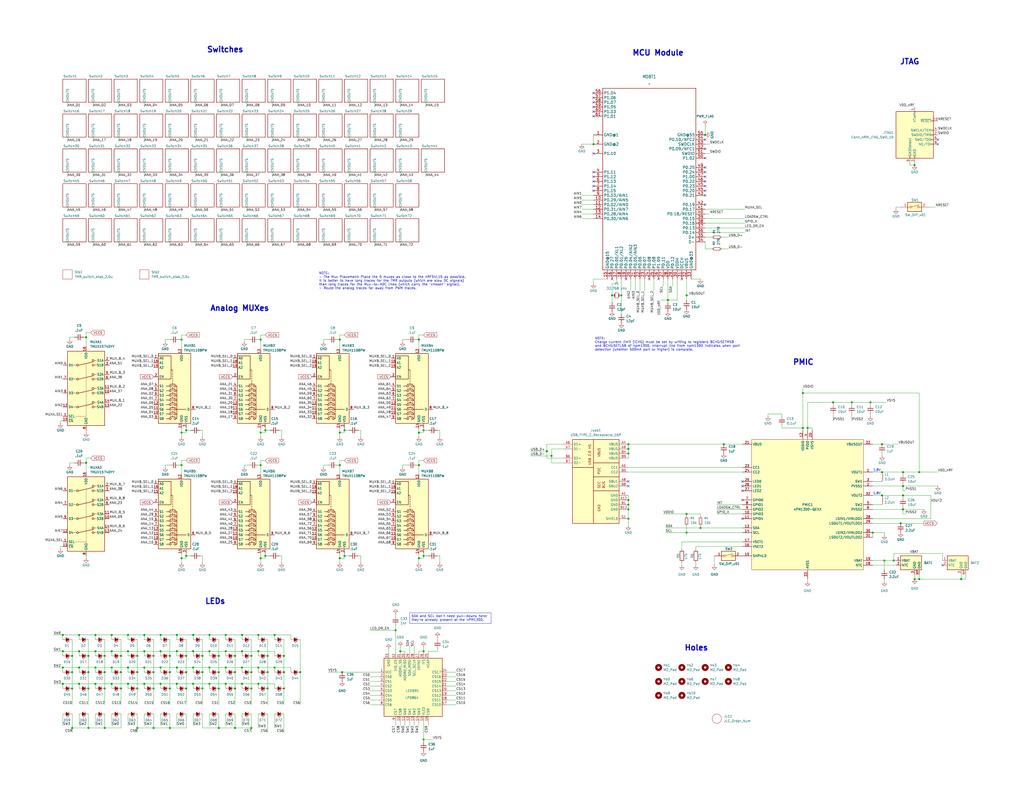
<source format=kicad_sch>
(kicad_sch (version 20250114) (generator "eeschema") (generator_version "9.0")
  (paper "C")
  (text "NOTE:\nCharge current limit (ICHG) must be set by writing to registers BCHGISETMSB\nand BCHGISETLSB of npm1300. Interrupt line from npm1300 indicates when port \ndetection (whether 500mA port or higher) is complete." (at 324.612 187.96 0) (effects (font (size 1.27 1.27)) (justify left)))
  (text "Holes" (at 373.38 355.6 0) (effects (font (size 3 3) (bold yes)) (justify left bottom)))
  (text "1.8V" (at 478.536 256.794 0) (effects (font (size 1.27 1.27))))
  (text "MCU Module" (at 344.932 30.734 0) (effects (font (size 3 3) (bold yes)) (justify left bottom)))
  (text "JTAG" (at 490.982 35.56 0) (effects (font (size 3 3) (bold yes)) (justify left bottom)))
  (text "Analog MUXes" (at 114.554 170.18 0) (effects (font (size 3 3) (bold yes)) (justify left bottom)))
  (text "LEDs" (at 111.76 330.2 0) (effects (font (size 3 3) (bold yes)) (justify left bottom)))
  (text "PMIC" (at 432.562 199.644 0) (effects (font (size 3 3) (bold yes)) (justify left bottom)))
  (text "NOTE:\n- The Mux Placement: Place the 5 muxes as close to the nRF54L15 as possible. \nIt is better to have long traces for the TMR outputs (which are slow DC signals) \nthan long traces for the Mux-to-ADC lines (which carry the \"chosen\" signal).\n- Route the analog traces far away from PWM traces.\n" (at 173.99 158.242 0) (effects (font (size 1.27 1.27)) (justify left bottom)))
  (text "Switches" (at 112.776 28.956 0) (effects (font (size 3 3) (bold yes)) (justify left bottom)))
  (text "1.8V" (at 478.536 269.494 0) (effects (font (size 1.27 1.27))))
  (text_box "SDA and SCL don't need pull-downs here; \nthey're already present at the nPM1300.\n" (at 223.52 334.645 0) (size 44.45 5.715) (margins 0.9525 0.9525 0.9525 0.9525) (effects (font (size 1.27 1.27)) (justify left top)))
  (junction (at 342.9 245.11))
  (junction (at 142.24 185.42))
  (junction (at 48.26 358.14))
  (junction (at 123.19 373.38))
  (junction (at 144.78 234.95))
  (junction (at 114.3 364.49))
  (junction (at 123.19 364.49))
  (junction (at 83.82 397.51))
  (junction (at 185.42 304.8))
  (junction (at 132.08 355.6))
  (junction (at 48.26 375.92))
  (junction (at 48.26 397.51))
  (junction (at 137.16 358.14))
  (junction (at 43.18 346.71))
  (junction (at 92.71 397.51))
  (junction (at 39.37 367.03))
  (junction (at 128.27 397.51))
  (junction (at 101.6 303.53))
  (junction (at 92.71 358.14))
  (junction (at 146.05 358.14))
  (junction (at 52.07 364.49))
  (junction (at 96.52 364.49))
  (junction (at 140.97 355.6))
  (junction (at 83.82 367.03))
  (junction (at 34.29 373.38))
  (junction (at 140.97 373.38))
  (junction (at 83.82 375.92))
  (junction (at 39.37 375.92))
  (junction (at 454.66 219.71))
  (junction (at 142.24 304.8))
  (junction (at 96.52 355.6))
  (junction (at 342.9 283.21))
  (junction (at 96.52 346.71))
  (junction (at 185.42 254))
  (junction (at 491.49 285.75))
  (junction (at 132.08 373.38))
  (junction (at 114.3 355.6))
  (junction (at 101.6 358.14))
  (junction (at 298.45 246.38))
  (junction (at 481.33 270.51))
  (junction (at 110.49 367.03))
  (junction (at 99.06 185.42))
  (junction (at 105.41 373.38))
  (junction (at 128.27 367.03))
  (junction (at 119.38 397.51))
  (junction (at 231.14 234.95))
  (junction (at 57.15 367.03))
  (junction (at 438.15 233.68))
  (junction (at 46.99 184.15))
  (junction (at 142.24 254))
  (junction (at 394.97 242.57))
  (junction (at 364.49 163.83))
  (junction (at 499.11 316.23))
  (junction (at 69.85 364.49))
  (junction (at 60.96 355.6))
  (junction (at 132.08 364.49))
  (junction (at 149.86 346.71))
  (junction (at 185.42 236.22))
  (junction (at 99.06 304.8))
  (junction (at 92.71 375.92))
  (junction (at 339.09 161.29))
  (junction (at 185.42 185.42))
  (junction (at 83.82 358.14))
  (junction (at 57.15 397.51))
  (junction (at 114.3 373.38))
  (junction (at 60.96 346.71))
  (junction (at 34.29 355.6))
  (junction (at 342.9 247.65))
  (junction (at 501.65 257.81))
  (junction (at 187.96 234.95))
  (junction (at 228.6 304.8))
  (junction (at 74.93 397.51))
  (junction (at 342.9 242.57))
  (junction (at 105.41 346.71))
  (junction (at 87.63 364.49))
  (junction (at 137.16 367.03))
  (junction (at 487.68 306.07))
  (junction (at 119.38 367.03))
  (junction (at 132.08 346.71))
  (junction (at 374.65 161.29))
  (junction (at 34.29 364.49))
  (junction (at 481.33 257.81))
  (junction (at 48.26 367.03))
  (junction (at 87.63 373.38))
  (junction (at 78.74 364.49))
  (junction (at 39.37 397.51))
  (junction (at 87.63 355.6))
  (junction (at 228.6 185.42))
  (junction (at 186.69 367.03))
  (junction (at 46.99 252.73))
  (junction (at 66.04 358.14))
  (junction (at 99.06 254))
  (junction (at 384.81 73.66))
  (junction (at 323.85 78.74))
  (junction (at 74.93 375.92))
  (junction (at 69.85 346.71))
  (junction (at 154.94 358.14))
  (junction (at 146.05 367.03))
  (junction (at 137.16 397.51))
  (junction (at 492.76 265.43))
  (junction (at 110.49 358.14))
  (junction (at 146.05 375.92))
  (junction (at 52.07 355.6))
  (junction (at 163.83 367.03))
  (junction (at 501.65 316.23))
  (junction (at 119.38 375.92))
  (junction (at 154.94 367.03))
  (junction (at 101.6 375.92))
  (junction (at 440.69 233.68))
  (junction (at 187.96 303.53))
  (junction (at 524.51 316.23))
  (junction (at 123.19 355.6))
  (junction (at 78.74 346.71))
  (junction (at 228.6 254))
  (junction (at 69.85 355.6))
  (junction (at 149.86 364.49))
  (junction (at 105.41 364.49))
  (junction (at 300.99 248.92))
  (junction (at 43.18 373.38))
  (junction (at 66.04 367.03))
  (junction (at 481.33 242.57))
  (junction (at 140.97 346.71))
  (junction (at 105.41 355.6))
  (junction (at 137.16 375.92))
  (junction (at 128.27 358.14))
  (junction (at 474.98 219.71))
  (junction (at 342.9 278.13))
  (junction (at 123.19 346.71))
  (junction (at 334.01 161.29))
  (junction (at 218.44 355.6))
  (junction (at 78.74 373.38))
  (junction (at 154.94 375.92))
  (junction (at 228.6 236.22))
  (junction (at 374.65 280.67))
  (junction (at 482.6 306.07))
  (junction (at 60.96 364.49))
  (junction (at 110.49 375.92))
  (junction (at 69.85 373.38))
  (junction (at 99.06 236.22))
  (junction (at 87.63 346.71))
  (junction (at 92.71 367.03))
  (junction (at 74.93 367.03))
  (junction (at 144.78 303.53))
  (junction (at 78.74 355.6))
  (junction (at 34.29 346.71))
  (junction (at 476.25 290.83))
  (junction (at 96.52 373.38))
  (junction (at 464.82 219.71))
  (junction (at 57.15 358.14))
  (junction (at 52.07 346.71))
  (junction (at 342.9 273.05))
  (junction (at 342.9 275.59))
  (junction (at 114.3 346.71))
  (junction (at 374.65 290.83))
  (junction (at 128.27 375.92))
  (junction (at 39.37 358.14))
  (junction (at 492.76 278.13))
  (junction (at 438.15 214.63))
  (junction (at 119.38 358.14))
  (junction (at 57.15 375.92))
  (junction (at 492.76 257.81))
  (junction (at 231.14 303.53))
  (junction (at 66.04 375.92))
  (junction (at 101.6 367.03))
  (junction (at 52.07 373.38))
  (junction (at 140.97 364.49))
  (junction (at 43.18 364.49))
  (junction (at 101.6 234.95))
  (junction (at 492.76 270.51))
  (junction (at 43.18 355.6))
  (junction (at 231.14 403.86))
  (junction (at 499.11 90.17))
  (junction (at 215.9 344.17))
  (junction (at 382.27 288.29))
  (junction (at 60.96 373.38))
  (junction (at 231.14 355.6))
  (junction (at 142.24 236.22))
  (junction (at 74.93 358.14))
  (no_connect (at 384.81 91.44))
  (no_connect (at 384.81 106.68))
  (no_connect (at 323.85 63.5))
  (no_connect (at 323.85 96.52))
  (no_connect (at 323.85 104.14))
  (no_connect (at 354.33 152.4))
  (no_connect (at 384.81 99.06))
  (no_connect (at 405.13 273.05))
  (no_connect (at 342.9 265.43))
  (no_connect (at 323.85 101.6))
  (no_connect (at 384.81 104.14))
  (no_connect (at 334.01 152.4))
  (no_connect (at 511.81 78.74))
  (no_connect (at 384.81 81.28))
  (no_connect (at 323.85 53.34))
  (no_connect (at 384.81 111.76))
  (no_connect (at 323.85 83.82))
  (no_connect (at 372.11 152.4))
  (no_connect (at 511.81 76.2))
  (no_connect (at 323.85 99.06))
  (no_connect (at 323.85 55.88))
  (no_connect (at 514.35 308.61))
  (no_connect (at 359.41 152.4))
  (no_connect (at 323.85 50.8))
  (no_connect (at 323.85 60.96))
  (no_connect (at 384.81 93.98))
  (no_connect (at 384.81 76.2))
  (no_connect (at 405.13 283.21))
  (no_connect (at 341.63 152.4))
  (no_connect (at 405.13 262.89))
  (no_connect (at 342.9 262.89))
  (no_connect (at 384.81 86.36))
  (no_connect (at 405.13 267.97))
  (no_connect (at 323.85 58.42))
  (no_connect (at 384.81 101.6))
  (no_connect (at 405.13 265.43))
  (no_connect (at 323.85 93.98))
  (no_connect (at 384.81 96.52))
  (wire (pts (xy 110.49 234.95) (xy 110.49 238.76)))
  (wire (pts (xy 123.19 389.89) (xy 123.19 396.24)))
  (wire (pts (xy 96.52 373.38) (xy 105.41 373.38)))
  (wire (pts (xy 393.7 135.89) (xy 397.51 135.89)))
  (wire (pts (xy 231.14 403.86) (xy 236.22 403.86)))
  (wire (pts (xy 223.52 393.7) (xy 223.52 396.24)))
  (wire (pts (xy 64.77 74.93) (xy 64.77 77.47)))
  (wire (pts (xy 196.85 303.53) (xy 196.85 307.34)))
  (wire (pts (xy 238.76 234.95) (xy 240.03 234.95)))
  (wire (pts (xy 154.94 375.92) (xy 154.94 384.81)))
  (wire (pts (xy 132.08 355.6) (xy 132.08 358.14)))
  (wire (pts (xy 222.25 254) (xy 219.71 254)))
  (wire (pts (xy 220.98 356.87) (xy 220.98 355.6)))
  (wire (pts (xy 240.03 303.53) (xy 240.03 307.34)))
  (wire (pts (xy 46.99 257.81) (xy 46.99 252.73)))
  (wire (pts (xy 426.72 227.33) (xy 426.72 226.06)))
  (wire (pts (xy 492.76 278.13) (xy 492.76 276.86)))
  (wire (pts (xy 135.89 185.42) (xy 133.35 185.42)))
  (wire (pts (xy 201.93 372.11) (xy 207.01 372.11)))
  (wire (pts (xy 50.8 113.03) (xy 50.8 115.57)))
  (wire (pts (xy 99.06 190.5) (xy 99.06 185.42)))
  (wire (pts (xy 78.74 364.49) (xy 87.63 364.49)))
  (wire (pts (xy 66.04 367.03) (xy 66.04 375.92)))
  (wire (pts (xy 99.06 233.68) (xy 99.06 236.22)))
  (wire (pts (xy 105.41 364.49) (xy 114.3 364.49)))
  (wire (pts (xy 69.85 373.38) (xy 78.74 373.38)))
  (wire (pts (xy 101.6 236.22) (xy 99.06 236.22)))
  (wire (pts (xy 135.89 254) (xy 133.35 254)))
  (wire (pts (xy 464.82 226.06) (xy 464.82 229.87)))
  (wire (pts (xy 476.25 262.89) (xy 481.33 262.89)))
  (wire (pts (xy 34.29 373.38) (xy 43.18 373.38)))
  (wire (pts (xy 231.14 233.68) (xy 231.14 234.95)))
  (wire (pts (xy 176.53 132.08) (xy 176.53 134.62)))
  (wire (pts (xy 120.65 55.88) (xy 120.65 58.42)))
  (wire (pts (xy 78.74 113.03) (xy 78.74 115.57)))
  (wire (pts (xy 363.22 288.29) (xy 382.27 288.29)))
  (wire (pts (xy 218.44 393.7) (xy 218.44 396.24)))
  (wire (pts (xy 87.63 355.6) (xy 96.52 355.6)))
  (wire (pts (xy 52.07 346.71) (xy 52.07 349.25)))
  (wire (pts (xy 60.96 364.49) (xy 69.85 364.49)))
  (wire (pts (xy 231.14 234.95) (xy 231.14 236.22)))
  (wire (pts (xy 149.86 389.89) (xy 149.86 397.51)))
  (wire (pts (xy 218.44 113.03) (xy 218.44 115.57)))
  (wire (pts (xy 482.6 306.07) (xy 482.6 311.15)))
  (wire (pts (xy 87.63 346.71) (xy 96.52 346.71)))
  (wire (pts (xy 176.53 185.42) (xy 176.53 186.69)))
  (wire (pts (xy 34.29 364.49) (xy 34.29 367.03)))
  (wire (pts (xy 144.78 236.22) (xy 142.24 236.22)))
  (wire (pts (xy 78.74 373.38) (xy 87.63 373.38)))
  (wire (pts (xy 492.76 270.51) (xy 508 270.51)))
  (wire (pts (xy 46.99 181.61) (xy 46.99 184.15)))
  (wire (pts (xy 514.35 306.07) (xy 514.35 302.26)))
  (wire (pts (xy 185.42 304.8) (xy 185.42 307.34)))
  (wire (pts (xy 74.93 375.92) (xy 74.93 384.81)))
  (wire (pts (xy 232.41 93.98) (xy 232.41 96.52)))
  (wire (pts (xy 443.23 233.68) (xy 440.69 233.68)))
  (wire (pts (xy 228.6 393.7) (xy 228.6 396.24)))
  (wire (pts (xy 476.25 278.13) (xy 492.76 278.13)))
  (wire (pts (xy 78.74 346.71) (xy 87.63 346.71)))
  (wire (pts (xy 74.93 349.25) (xy 74.93 358.14)))
  (wire (pts (xy 228.6 304.8) (xy 228.6 307.34)))
  (wire (pts (xy 137.16 389.89) (xy 137.16 397.51)))
  (wire (pts (xy 87.63 389.89) (xy 87.63 396.24)))
  (wire (pts (xy 57.15 358.14) (xy 57.15 367.03)))
  (wire (pts (xy 133.35 254) (xy 133.35 255.27)))
  (wire (pts (xy 454.66 219.71) (xy 454.66 220.98)))
  (wire (pts (xy 69.85 346.71) (xy 69.85 349.25)))
  (wire (pts (xy 34.29 355.6) (xy 43.18 355.6)))
  (wire (pts (xy 162.56 113.03) (xy 162.56 115.57)))
  (wire (pts (xy 128.27 367.03) (xy 128.27 375.92)))
  (wire (pts (xy 219.71 185.42) (xy 219.71 186.69)))
  (wire (pts (xy 144.78 251.46) (xy 142.24 251.46)))
  (wire (pts (xy 114.3 355.6) (xy 123.19 355.6)))
  (wire (pts (xy 57.15 375.92) (xy 57.15 384.81)))
  (wire (pts (xy 60.96 373.38) (xy 69.85 373.38)))
  (wire (pts (xy 317.5 114.3) (xy 323.85 114.3)))
  (wire (pts (xy 101.6 251.46) (xy 99.06 251.46)))
  (wire (pts (xy 52.07 355.6) (xy 52.07 358.14)))
  (wire (pts (xy 482.6 306.07) (xy 487.68 306.07)))
  (wire (pts (xy 92.71 113.03) (xy 92.71 115.57)))
  (wire (pts (xy 196.85 234.95) (xy 196.85 238.76)))
  (wire (pts (xy 90.17 254) (xy 90.17 255.27)))
  (wire (pts (xy 33.02 229.87) (xy 33.02 231.14)))
  (wire (pts (xy 215.9 341.63) (xy 215.9 344.17)))
  (wire (pts (xy 379.73 307.34) (xy 379.73 308.61)))
  (wire (pts (xy 187.96 302.26) (xy 187.96 303.53)))
  (wire (pts (xy 149.86 373.38) (xy 149.86 375.92)))
  (wire (pts (xy 300.99 245.11) (xy 300.99 248.92)))
  (wire (pts (xy 382.27 287.02) (xy 382.27 288.29)))
  (wire (pts (xy 201.93 374.65) (xy 207.01 374.65)))
  (wire (pts (xy 128.27 389.89) (xy 128.27 397.51)))
  (wire (pts (xy 114.3 355.6) (xy 114.3 358.14)))
  (wire (pts (xy 132.08 389.89) (xy 132.08 396.24)))
  (wire (pts (xy 43.18 373.38) (xy 52.07 373.38)))
  (wire (pts (xy 317.5 106.68) (xy 323.85 106.68)))
  (wire (pts (xy 99.06 185.42) (xy 97.79 185.42)))
  (wire (pts (xy 60.96 389.89) (xy 60.96 396.24)))
  (wire (pts (xy 334.01 154.94) (xy 334.01 161.29)))
  (wire (pts (xy 50.8 74.93) (xy 50.8 77.47)))
  (wire (pts (xy 391.16 280.67) (xy 405.13 280.67)))
  (wire (pts (xy 356.87 152.4) (xy 356.87 158.75)))
  (wire (pts (xy 153.67 234.95) (xy 153.67 238.76)))
  (wire (pts (xy 186.69 367.03) (xy 207.01 367.03)))
  (wire (pts (xy 384.81 78.74) (xy 387.35 78.74)))
  (wire (pts (xy 134.62 113.03) (xy 134.62 115.57)))
  (wire (pts (xy 374.65 290.83) (xy 405.13 290.83)))
  (wire (pts (xy 101.6 303.53) (xy 104.14 303.53)))
  (wire (pts (xy 101.6 349.25) (xy 101.6 358.14)))
  (wire (pts (xy 144.78 182.88) (xy 142.24 182.88)))
  (wire (pts (xy 29.21 346.71) (xy 34.29 346.71)))
  (wire (pts (xy 176.53 74.93) (xy 176.53 77.47)))
  (wire (pts (xy 105.41 364.49) (xy 105.41 367.03)))
  (wire (pts (xy 440.69 219.71) (xy 454.66 219.71)))
  (wire (pts (xy 228.6 302.26) (xy 228.6 304.8)))
  (wire (pts (xy 66.04 349.25) (xy 66.04 358.14)))
  (wire (pts (xy 228.6 259.08) (xy 228.6 254)))
  (wire (pts (xy 190.5 132.08) (xy 190.5 134.62)))
  (wire (pts (xy 248.92 374.65) (xy 243.84 374.65)))
  (wire (pts (xy 38.1 184.15) (xy 38.1 185.42)))
  (wire (pts (xy 443.23 234.95) (xy 443.23 233.68)))
  (wire (pts (xy 384.81 119.38) (xy 406.4 119.38)))
  (wire (pts (xy 499.11 313.69) (xy 499.11 316.23)))
  (wire (pts (xy 87.63 355.6) (xy 87.63 358.14)))
  (wire (pts (xy 92.71 397.51) (xy 83.82 397.51)))
  (wire (pts (xy 179.07 254) (xy 176.53 254)))
  (wire (pts (xy 96.52 355.6) (xy 105.41 355.6)))
  (wire (pts (xy 372.11 307.34) (xy 372.11 308.61)))
  (wire (pts (xy 64.77 113.03) (xy 64.77 115.57)))
  (wire (pts (xy 133.35 185.42) (xy 133.35 186.69)))
  (wire (pts (xy 142.24 185.42) (xy 140.97 185.42)))
  (wire (pts (xy 87.63 373.38) (xy 96.52 373.38)))
  (wire (pts (xy 152.4 303.53) (xy 153.67 303.53)))
  (wire (pts (xy 222.25 185.42) (xy 219.71 185.42)))
  (wire (pts (xy 307.34 250.19) (xy 298.45 250.19)))
  (wire (pts (xy 491.49 285.75) (xy 504.19 285.75)))
  (wire (pts (xy 92.71 254) (xy 90.17 254)))
  (wire (pts (xy 66.04 397.51) (xy 57.15 397.51)))
  (wire (pts (xy 361.95 152.4) (xy 361.95 156.21)))
  (wire (pts (xy 218.44 55.88) (xy 218.44 58.42)))
  (wire (pts (xy 106.68 74.93) (xy 106.68 77.47)))
  (wire (pts (xy 369.57 152.4) (xy 369.57 163.83)))
  (wire (pts (xy 384.81 135.89) (xy 388.62 135.89)))
  (wire (pts (xy 83.82 358.14) (xy 83.82 367.03)))
  (wire (pts (xy 298.45 250.19) (xy 298.45 246.38)))
  (wire (pts (xy 49.53 181.61) (xy 46.99 181.61)))
  (wire (pts (xy 52.07 346.71) (xy 60.96 346.71)))
  (wire (pts (xy 426.72 226.06) (xy 419.1 226.06)))
  (wire (pts (xy 106.68 55.88) (xy 106.68 58.42)))
  (wire (pts (xy 163.83 367.03) (xy 163.83 384.81)))
  (wire (pts (xy 228.6 355.6) (xy 231.14 355.6)))
  (wire (pts (xy 231.14 355.6) (xy 231.14 356.87)))
  (wire (pts (xy 212.09 354.33) (xy 212.09 356.87)))
  (wire (pts (xy 92.71 132.08) (xy 92.71 134.62)))
  (wire (pts (xy 34.29 364.49) (xy 43.18 364.49)))
  (wire (pts (xy 201.93 379.73) (xy 207.01 379.73)))
  (wire (pts (xy 153.67 303.53) (xy 153.67 307.34)))
  (wire (pts (xy 228.6 185.42) (xy 227.33 185.42)))
  (wire (pts (xy 142.24 233.68) (xy 142.24 236.22)))
  (wire (pts (xy 96.52 364.49) (xy 105.41 364.49)))
  (wire (pts (xy 109.22 234.95) (xy 110.49 234.95)))
  (wire (pts (xy 201.93 377.19) (xy 207.01 377.19)))
  (wire (pts (xy 144.78 234.95) (xy 147.32 234.95)))
  (wire (pts (xy 36.83 113.03) (xy 36.83 115.57)))
  (wire (pts (xy 132.08 373.38) (xy 132.08 375.92)))
  (wire (pts (xy 34.29 389.89) (xy 34.29 396.24)))
  (wire (pts (xy 382.27 280.67) (xy 382.27 281.94)))
  (wire (pts (xy 78.74 93.98) (xy 78.74 96.52)))
  (wire (pts (xy 231.14 304.8) (xy 228.6 304.8)))
  (wire (pts (xy 148.59 93.98) (xy 148.59 96.52)))
  (wire (pts (xy 105.41 346.71) (xy 114.3 346.71)))
  (wire (pts (xy 137.16 358.14) (xy 137.16 367.03)))
  (wire (pts (xy 105.41 355.6) (xy 114.3 355.6)))
  (wire (pts (xy 110.49 303.53) (xy 110.49 307.34)))
  (wire (pts (xy 144.78 302.26) (xy 144.78 303.53)))
  (wire (pts (xy 34.29 373.38) (xy 34.29 375.92)))
  (wire (pts (xy 132.08 346.71) (xy 140.97 346.71)))
  (wire (pts (xy 83.82 349.25) (xy 83.82 358.14)))
  (wire (pts (xy 474.98 219.71) (xy 483.87 219.71)))
  (wire (pts (xy 187.96 236.22) (xy 185.42 236.22)))
  (wire (pts (xy 99.06 251.46) (xy 99.06 254)))
  (wire (pts (xy 187.96 234.95) (xy 187.96 236.22)))
  (wire (pts (xy 204.47 55.88) (xy 204.47 58.42)))
  (wire (pts (xy 96.52 346.71) (xy 96.52 349.25)))
  (wire (pts (xy 377.19 152.4) (xy 382.27 152.4)))
  (wire (pts (xy 374.65 287.02) (xy 374.65 290.83)))
  (wire (pts (xy 382.27 288.29) (xy 405.13 288.29)))
  (wire (pts (xy 240.03 234.95) (xy 240.03 238.76)))
  (wire (pts (xy 142.24 251.46) (xy 142.24 254)))
  (wire (pts (xy 201.93 369.57) (xy 207.01 369.57)))
  (wire (pts (xy 123.19 346.71) (xy 123.19 349.25)))
  (wire (pts (xy 105.41 355.6) (xy 105.41 358.14)))
  (wire (pts (xy 134.62 93.98) (xy 134.62 96.52)))
  (wire (pts (xy 187.96 251.46) (xy 185.42 251.46)))
  (wire (pts (xy 298.45 246.38) (xy 298.45 242.57)))
  (wire (pts (xy 140.97 346.71) (xy 140.97 349.25)))
  (wire (pts (xy 99.06 304.8) (xy 99.06 307.34)))
  (wire (pts (xy 40.64 184.15) (xy 38.1 184.15)))
  (wire (pts (xy 148.59 55.88) (xy 148.59 58.42)))
  (wire (pts (xy 114.3 364.49) (xy 114.3 367.03)))
  (wire (pts (xy 440.69 233.68) (xy 440.69 219.71)))
  (wire (pts (xy 119.38 349.25) (xy 119.38 358.14)))
  (wire (pts (xy 231.14 182.88) (xy 228.6 182.88)))
  (wire (pts (xy 419.1 226.06) (xy 419.1 227.33)))
  (wire (pts (xy 46.99 252.73) (xy 45.72 252.73)))
  (wire (pts (xy 57.15 397.51) (xy 48.26 397.51)))
  (wire (pts (xy 152.4 234.95) (xy 153.67 234.95)))
  (wire (pts (xy 36.83 55.88) (xy 36.83 58.42)))
  (wire (pts (xy 243.84 367.03) (xy 248.92 367.03)))
  (wire (pts (xy 110.49 349.25) (xy 110.49 358.14)))
  (wire (pts (xy 43.18 346.71) (xy 52.07 346.71)))
  (wire (pts (xy 501.65 316.23) (xy 499.11 316.23)))
  (wire (pts (xy 438.15 233.68) (xy 426.72 233.68)))
  (wire (pts (xy 69.85 355.6) (xy 69.85 358.14)))
  (wire (pts (xy 110.49 389.89) (xy 110.49 397.51)))
  (wire (pts (xy 492.76 267.97) (xy 492.76 265.43)))
  (wire (pts (xy 346.71 152.4) (xy 346.71 158.75)))
  (wire (pts (xy 99.06 182.88) (xy 99.06 185.42)))
  (wire (pts (xy 233.68 356.87) (xy 233.68 355.6)))
  (wire (pts (xy 524.51 316.23) (xy 501.65 316.23)))
  (wire (pts (xy 323.85 73.66) (xy 323.85 78.74)))
  (wire (pts (xy 384.81 124.46) (xy 406.4 124.46)))
  (wire (pts (xy 231.14 353.06) (xy 231.14 355.6)))
  (wire (pts (xy 476.25 290.83) (xy 476.25 293.37)))
  (wire (pts (xy 218.44 353.06) (xy 218.44 355.6)))
  (wire (pts (xy 92.71 349.25) (xy 92.71 358.14)))
  (wire (pts (xy 248.92 369.57) (xy 243.84 369.57)))
  (wire (pts (xy 488.95 113.03) (xy 488.95 114.3)))
  (wire (pts (xy 92.71 55.88) (xy 92.71 58.42)))
  (wire (pts (xy 99.06 254) (xy 97.79 254)))
  (wire (pts (xy 231.14 302.26) (xy 231.14 303.53)))
  (wire (pts (xy 405.13 298.45) (xy 379.73 298.45)))
  (wire (pts (xy 228.6 182.88) (xy 228.6 185.42)))
  (wire (pts (xy 48.26 389.89) (xy 48.26 397.51)))
  (wire (pts (xy 218.44 132.08) (xy 218.44 134.62)))
  (wire (pts (xy 474.98 226.06) (xy 474.98 227.33)))
  (wire (pts (xy 364.49 163.83) (xy 364.49 165.1)))
  (wire (pts (xy 179.07 185.42) (xy 176.53 185.42)))
  (wire (pts (xy 78.74 355.6) (xy 78.74 358.14)))
  (wire (pts (xy 52.07 389.89) (xy 52.07 396.24)))
  (wire (pts (xy 185.42 251.46) (xy 185.42 254)))
  (wire (pts (xy 39.37 375.92) (xy 39.37 384.81)))
  (wire (pts (xy 364.49 152.4) (xy 364.49 163.83)))
  (wire (pts (xy 187.96 182.88) (xy 185.42 182.88)))
  (wire (pts (xy 83.82 397.51) (xy 74.93 397.51)))
  (wire (pts (xy 140.97 373.38) (xy 140.97 375.92)))
  (wire (pts (xy 342.9 247.65) (xy 342.9 250.19)))
  (wire (pts (xy 158.75 346.71) (xy 158.75 349.25)))
  (wire (pts (xy 492.76 257.81) (xy 492.76 259.08)))
  (wire (pts (xy 185.42 190.5) (xy 185.42 185.42)))
  (wire (pts (xy 248.92 384.81) (xy 243.84 384.81)))
  (wire (pts (xy 154.94 349.25) (xy 154.94 358.14)))
  (wire (pts (xy 204.47 132.08) (xy 204.47 134.62)))
  (wire (pts (xy 492.76 270.51) (xy 492.76 271.78)))
  (wire (pts (xy 501.65 313.69) (xy 501.65 316.23)))
  (wire (pts (xy 43.18 389.89) (xy 43.18 396.24)))
  (wire (pts (xy 481.33 257.81) (xy 492.76 257.81)))
  (wire (pts (xy 105.41 373.38) (xy 105.41 375.92)))
  (wire (pts (xy 39.37 389.89) (xy 39.37 397.51)))
  (wire (pts (xy 134.62 132.08) (xy 134.62 134.62)))
  (wire (pts (xy 317.5 109.22) (xy 323.85 109.22)))
  (wire (pts (xy 140.97 355.6) (xy 140.97 358.14)))
  (wire (pts (xy 78.74 55.88) (xy 78.74 58.42)))
  (wire (pts (xy 360.68 163.83) (xy 364.49 163.83)))
  (wire (pts (xy 92.71 375.92) (xy 92.71 384.81)))
  (wire (pts (xy 228.6 251.46) (xy 228.6 254)))
  (wire (pts (xy 48.26 358.14) (xy 48.26 367.03)))
  (wire (pts (xy 492.76 265.43) (xy 511.81 265.43)))
  (wire (pts (xy 149.86 364.49) (xy 149.86 367.03)))
  (wire (pts (xy 176.53 93.98) (xy 176.53 96.52)))
  (wire (pts (xy 476.25 242.57) (xy 481.33 242.57)))
  (wire (pts (xy 87.63 373.38) (xy 87.63 375.92)))
  (wire (pts (xy 501.65 214.63) (xy 438.15 214.63)))
  (wire (pts (xy 132.08 373.38) (xy 140.97 373.38)))
  (wire (pts (xy 476.25 275.59) (xy 481.33 275.59)))
  (wire (pts (xy 496.57 88.9) (xy 496.57 90.17)))
  (wire (pts (xy 101.6 234.95) (xy 104.14 234.95)))
  (wire (pts (xy 74.93 358.14) (xy 74.93 367.03)))
  (wire (pts (xy 92.71 93.98) (xy 92.71 96.52)))
  (wire (pts (xy 48.26 349.25) (xy 48.26 358.14)))
  (wire (pts (xy 142.24 236.22) (xy 142.24 238.76)))
  (wire (pts (xy 83.82 389.89) (xy 83.82 397.51)))
  (wire (pts (xy 96.52 355.6) (xy 96.52 358.14)))
  (wire (pts (xy 195.58 303.53) (xy 196.85 303.53)))
  (wire (pts (xy 90.17 185.42) (xy 90.17 186.69)))
  (wire (pts (xy 384.81 83.82) (xy 387.35 83.82)))
  (wire (pts (xy 384.81 121.92) (xy 406.4 121.92)))
  (wire (pts (xy 231.14 303.53) (xy 233.68 303.53)))
  (wire (pts (xy 185.42 254) (xy 184.15 254)))
  (wire (pts (xy 218.44 93.98) (xy 218.44 96.52)))
  (wire (pts (xy 323.85 152.4) (xy 331.47 152.4)))
  (wire (pts (xy 187.96 233.68) (xy 187.96 234.95)))
  (wire (pts (xy 46.99 234.95) (xy 46.99 236.22)))
  (wire (pts (xy 140.97 364.49) (xy 140.97 367.03)))
  (wire (pts (xy 185.42 185.42) (xy 184.15 185.42)))
  (wire (pts (xy 29.21 355.6) (xy 34.29 355.6)))
  (wire (pts (xy 363.22 290.83) (xy 374.65 290.83)))
  (wire (pts (xy 231.14 234.95) (xy 233.68 234.95)))
  (wire (pts (xy 300.99 252.73) (xy 307.34 252.73)))
  (wire (pts (xy 372.11 295.91) (xy 372.11 299.72)))
  (wire (pts (xy 114.3 346.71) (xy 114.3 349.25)))
  (wire (pts (xy 231.14 236.22) (xy 228.6 236.22)))
  (wire (pts (xy 128.27 375.92) (xy 128.27 384.81)))
  (wire (pts (xy 119.38 389.89) (xy 119.38 397.51)))
  (wire (pts (xy 96.52 389.89) (xy 96.52 396.24)))
  (wire (pts (xy 342.9 245.11) (xy 342.9 247.65)))
  (wire (pts (xy 142.24 254) (xy 140.97 254)))
  (wire (pts (xy 289.56 248.92) (xy 300.99 248.92)))
  (wire (pts (xy 440.69 316.23) (xy 440.69 317.5)))
  (wire (pts (xy 204.47 74.93) (xy 204.47 77.47)))
  (wire (pts (xy 506.73 113.03) (xy 510.54 113.03)))
  (wire (pts (xy 384.81 68.58) (xy 384.81 73.66)))
  (wire (pts (xy 426.72 233.68) (xy 426.72 232.41)))
  (wire (pts (xy 176.53 55.88) (xy 176.53 58.42)))
  (wire (pts (xy 162.56 132.08) (xy 162.56 134.62)))
  (wire (pts (xy 334.01 161.29) (xy 334.01 165.1)))
  (wire (pts (xy 317.5 78.74) (xy 323.85 78.74)))
  (wire (pts (xy 106.68 93.98) (xy 106.68 96.52)))
  (wire (pts (xy 220.98 355.6) (xy 218.44 355.6)))
  (wire (pts (xy 87.63 364.49) (xy 96.52 364.49)))
  (wire (pts (xy 149.86 364.49) (xy 158.75 364.49)))
  (wire (pts (xy 248.92 377.19) (xy 243.84 377.19)))
  (wire (pts (xy 391.16 275.59) (xy 405.13 275.59)))
  (wire (pts (xy 78.74 346.71) (xy 78.74 349.25)))
  (wire (pts (xy 101.6 233.68) (xy 101.6 234.95)))
  (wire (pts (xy 99.06 236.22) (xy 99.06 238.76)))
  (wire (pts (xy 140.97 355.6) (xy 149.86 355.6)))
  (wire (pts (xy 204.47 93.98) (xy 204.47 96.52)))
  (wire (pts (xy 29.21 364.49) (xy 34.29 364.49)))
  (wire (pts (xy 43.18 355.6) (xy 43.18 358.14)))
  (wire (pts (xy 39.37 397.51) (xy 39.37 400.05)))
  (wire (pts (xy 342.9 255.27) (xy 405.13 255.27)))
  (wire (pts (xy 132.08 364.49) (xy 132.08 367.03)))
  (wire (pts (xy 464.82 219.71) (xy 464.82 220.98)))
  (wire (pts (xy 336.55 154.94) (xy 334.01 154.94)))
  (wire (pts (xy 527.05 316.23) (xy 524.51 316.23)))
  (wire (pts (xy 185.42 259.08) (xy 185.42 254)))
  (wire (pts (xy 336.55 152.4) (xy 336.55 154.94)))
  (wire (pts (xy 494.03 267.97) (xy 492.76 267.97)))
  (wire (pts (xy 87.63 364.49) (xy 87.63 367.03)))
  (wire (pts (xy 389.89 303.53) (xy 389.89 308.61)))
  (wire (pts (xy 101.6 303.53) (xy 101.6 304.8)))
  (wire (pts (xy 187.96 304.8) (xy 185.42 304.8)))
  (wire (pts (xy 83.82 375.92) (xy 83.82 384.81)))
  (wire (pts (xy 501.65 257.81) (xy 511.81 257.81)))
  (wire (pts (xy 231.14 393.7) (xy 231.14 403.86)))
  (wire (pts (xy 144.78 303.53) (xy 144.78 304.8)))
  (wire (pts (xy 190.5 113.03) (xy 190.5 115.57)))
  (wire (pts (xy 176.53 254) (xy 176.53 255.27)))
  (wire (pts (xy 140.97 346.71) (xy 149.86 346.71)))
  (wire (pts (xy 393.7 129.54) (xy 397.51 129.54)))
  (wire (pts (xy 92.71 358.14) (xy 92.71 367.03)))
  (wire (pts (xy 52.07 373.38) (xy 52.07 375.92)))
  (wire (pts (xy 187.96 234.95) (xy 190.5 234.95)))
  (wire (pts (xy 289.56 246.38) (xy 298.45 246.38)))
  (wire (pts (xy 179.07 367.03) (xy 186.69 367.03)))
  (wire (pts (xy 149.86 346.71) (xy 149.86 349.25)))
  (wire (pts (xy 43.18 364.49) (xy 52.07 364.49)))
  (wire (pts (xy 36.83 132.08) (xy 36.83 134.62)))
  (wire (pts (xy 342.9 242.57) (xy 342.9 245.11)))
  (wire (pts (xy 476.25 308.61) (xy 488.95 308.61)))
  (wire (pts (xy 96.52 373.38) (xy 96.52 375.92)))
  (wire (pts (xy 231.14 251.46) (xy 228.6 251.46)))
  (wire (pts (xy 132.08 346.71) (xy 132.08 349.25)))
  (wire (pts (xy 114.3 373.38) (xy 123.19 373.38)))
  (wire (pts (xy 114.3 389.89) (xy 114.3 396.24)))
  (wire (pts (xy 228.6 190.5) (xy 228.6 185.42)))
  (wire (pts (xy 38.1 252.73) (xy 38.1 254)))
  (wire (pts (xy 119.38 367.03) (xy 119.38 375.92)))
  (wire (pts (xy 342.9 257.81) (xy 405.13 257.81)))
  (wire (pts (xy 374.65 280.67) (xy 374.65 281.94)))
  (wire (pts (xy 481.33 270.51) (xy 492.76 270.51)))
  (wire (pts (xy 231.14 303.53) (xy 231.14 304.8)))
  (wire (pts (xy 109.22 303.53) (xy 110.49 303.53)))
  (wire (pts (xy 99.06 259.08) (xy 99.06 254)))
  (wire (pts (xy 300.99 248.92) (xy 300.99 252.73)))
  (wire (pts (xy 39.37 349.25) (xy 39.37 358.14)))
  (wire (pts (xy 176.53 113.03) (xy 176.53 115.57)))
  (wire (pts (xy 101.6 375.92) (xy 101.6 384.81)))
  (wire (pts (xy 144.78 234.95) (xy 144.78 236.22)))
  (wire (pts (xy 39.37 358.14) (xy 39.37 367.03)))
  (wire (pts (xy 114.3 364.49) (xy 123.19 364.49)))
  (wire (pts (xy 114.3 346.71) (xy 123.19 346.71)))
  (wire (pts (xy 215.9 335.28) (xy 215.9 336.55)))
  (wire (pts (xy 105.41 389.89) (xy 105.41 396.24)))
  (wire (pts (xy 149.86 346.71) (xy 158.75 346.71)))
  (wire (pts (xy 454.66 219.71) (xy 464.82 219.71)))
  (wire (pts (xy 78.74 74.93) (xy 78.74 77.47)))
  (wire (pts (xy 476.25 290.83) (xy 482.6 290.83)))
  (wire (pts (xy 34.29 229.87) (xy 33.02 229.87)))
  (wire (pts (xy 233.68 355.6) (xy 238.76 355.6)))
  (wire (pts (xy 34.29 298.45) (xy 33.02 298.45)))
  (wire (pts (xy 148.59 132.08) (xy 148.59 134.62)))
  (wire (pts (xy 43.18 346.71) (xy 43.18 349.25)))
  (wire (pts (xy 190.5 55.88) (xy 190.5 58.42)))
  (wire (pts (xy 123.19 346.71) (xy 132.08 346.71)))
  (wire (pts (xy 57.15 389.89) (xy 57.15 397.51)))
  (wire (pts (xy 481.33 242.57) (xy 490.22 242.57)))
  (wire (pts (xy 128.27 349.25) (xy 128.27 358.14)))
  (wire (pts (xy 106.68 132.08) (xy 106.68 134.62)))
  (wire (pts (xy 248.92 372.11) (xy 243.84 372.11)))
  (wire (pts (xy 46.99 184.15) (xy 46.99 189.23)))
  (wire (pts (xy 128.27 397.51) (xy 137.16 397.51)))
  (wire (pts (xy 120.65 113.03) (xy 120.65 115.57)))
  (wire (pts (xy 394.97 242.57) (xy 405.13 242.57)))
  (wire (pts (xy 154.94 389.89) (xy 154.94 400.05)))
  (wire (pts (xy 482.6 316.23) (xy 482.6 317.5)))
  (wire (pts (xy 64.77 55.88) (xy 64.77 58.42)))
  (wire (pts (xy 185.42 233.68) (xy 185.42 236.22)))
  (wire (pts (xy 487.68 302.26) (xy 487.68 306.07)))
  (wire (pts (xy 187.96 303.53) (xy 190.5 303.53)))
  (wire (pts (xy 132.08 364.49) (xy 140.97 364.49)))
  (wire (pts (xy 369.57 163.83) (xy 364.49 163.83)))
  (wire (pts (xy 384.81 132.08) (xy 384.81 135.89)))
  (wire (pts (xy 492.76 265.43) (xy 492.76 264.16)))
  (wire (pts (xy 50.8 132.08) (xy 50.8 134.62)))
  (wire (pts (xy 144.78 233.68) (xy 144.78 234.95)))
  (wire (pts (xy 233.68 393.7) (xy 233.68 396.24)))
  (wire (pts (xy 476.25 257.81) (xy 481.33 257.81)))
  (wire (pts (xy 69.85 346.71) (xy 78.74 346.71)))
  (wire (pts (xy 92.71 389.89) (xy 92.71 397.51)))
  (wire (pts (xy 46.99 184.15) (xy 45.72 184.15)))
  (wire (pts (xy 43.18 355.6) (xy 52.07 355.6)))
  (wire (pts (xy 50.8 93.98) (xy 50.8 96.52)))
  (wire (pts (xy 78.74 373.38) (xy 78.74 375.92)))
  (wire (pts (xy 351.79 152.4) (xy 351.79 158.75)))
  (wire (pts (xy 57.15 349.25) (xy 57.15 358.14)))
  (wire (pts (xy 215.9 344.17) (xy 215.9 356.87)))
  (wire (pts (xy 78.74 389.89) (xy 78.74 396.24)))
  (wire (pts (xy 494.03 280.67) (xy 492.76 280.67)))
  (wire (pts (xy 499.11 88.9) (xy 499.11 90.17)))
  (wire (pts (xy 374.65 152.4) (xy 374.65 161.29)))
  (wire (pts (xy 60.96 355.6) (xy 60.96 358.14)))
  (wire (pts (xy 33.02 298.45) (xy 33.02 299.72)))
  (wire (pts (xy 248.92 382.27) (xy 243.84 382.27)))
  (wire (pts (xy 60.96 346.71) (xy 60.96 349.25)))
  (wire (pts (xy 524.51 313.69) (xy 524.51 316.23)))
  (wire (pts (xy 57.15 367.03) (xy 57.15 375.92)))
  (wire (pts (xy 344.17 152.4) (xy 344.17 158.75)))
  (wire (pts (xy 349.25 152.4) (xy 349.25 158.75)))
  (wire (pts (xy 339.09 152.4) (xy 339.09 161.29)))
  (wire (pts (xy 228.6 233.68) (xy 228.6 236.22)))
  (wire (pts (xy 137.16 375.92) (xy 137.16 384.81)))
  (wire (pts (xy 405.13 295.91) (xy 372.11 295.91)))
  (wire (pts (xy 342.9 278.13) (xy 342.9 283.21)))
  (wire (pts (xy 101.6 358.14) (xy 101.6 367.03)))
  (wire (pts (xy 132.08 355.6) (xy 140.97 355.6)))
  (wire (pts (xy 323.85 154.94) (xy 323.85 152.4)))
  (wire (pts (xy 43.18 373.38) (xy 43.18 375.92)))
  (wire (pts (xy 201.93 344.17) (xy 215.9 344.17)))
  (wire (pts (xy 96.52 364.49) (xy 96.52 367.03)))
  (wire (pts (xy 74.93 389.89) (xy 74.93 397.51)))
  (wire (pts (xy 40.64 252.73) (xy 38.1 252.73)))
  (wire (pts (xy 142.24 304.8) (xy 142.24 307.34)))
  (wire (pts (xy 60.96 346.71) (xy 69.85 346.71)))
  (wire (pts (xy 163.83 349.25) (xy 163.83 367.03)))
  (wire (pts (xy 66.04 375.92) (xy 66.04 384.81)))
  (wire (pts (xy 491.49 113.03) (xy 488.95 113.03)))
  (wire (pts (xy 238.76 303.53) (xy 240.03 303.53)))
  (wire (pts (xy 148.59 74.93) (xy 148.59 77.47)))
  (wire (pts (xy 223.52 353.06) (xy 223.52 356.87)))
  (wire (pts (xy 514.35 302.26) (xy 487.68 302.26)))
  (wire (pts (xy 187.96 303.53) (xy 187.96 304.8)))
  (wire (pts (xy 78.74 364.49) (xy 78.74 367.03)))
  (wire (pts (xy 110.49 397.51) (xy 119.38 397.51)))
  (wire (pts (xy 367.03 152.4) (xy 367.03 156.21)))
  (wire (pts (xy 64.77 93.98) (xy 64.77 96.52)))
  (wire (pts (xy 96.52 346.71) (xy 105.41 346.71)))
  (wire (pts (xy 140.97 364.49) (xy 149.86 364.49)))
  (wire (pts (xy 110.49 375.92) (xy 110.49 384.81)))
  (wire (pts (xy 123.19 364.49) (xy 123.19 367.03)))
  (wire (pts (xy 492.76 280.67) (xy 492.76 278.13)))
  (wire (pts (xy 142.24 182.88) (xy 142.24 185.42)))
  (wire (pts (xy 52.07 355.6) (xy 60.96 355.6)))
  (wire (pts (xy 110.49 358.14) (xy 110.49 367.03)))
  (wire (pts (xy 119.38 358.14) (xy 119.38 367.03)))
  (wire (pts (xy 50.8 55.88) (xy 50.8 58.42)))
  (wire (pts (xy 342.9 273.05) (xy 342.9 275.59)))
  (wire (pts (xy 78.74 132.08) (xy 78.74 134.62)))
  (wire (pts (xy 49.53 250.19) (xy 46.99 250.19)))
  (wire (pts (xy 476.25 270.51) (xy 481.33 270.51)))
  (wire (pts (xy 69.85 389.89) (xy 69.85 396.24)))
  (wire (pts (xy 60.96 355.6) (xy 69.85 355.6)))
  (wire (pts (xy 474.98 219.71) (xy 474.98 220.98)))
  (wire (pts (xy 52.07 364.49) (xy 60.96 364.49)))
  (wire (pts (xy 140.97 373.38) (xy 149.86 373.38)))
  (wire (pts (xy 218.44 355.6) (xy 218.44 356.87)))
  (wire (pts (xy 317.5 111.76) (xy 323.85 111.76)))
  (wire (pts (xy 438.15 212.09) (xy 438.15 214.63)))
  (wire (pts (xy 128.27 358.14) (xy 128.27 367.03)))
  (wire (pts (xy 339.09 161.29) (xy 339.09 171.45)))
  (wire (pts (xy 144.78 303.53) (xy 147.32 303.53)))
  (wire (pts (xy 34.29 346.71) (xy 43.18 346.71)))
  (wire (pts (xy 144.78 304.8) (xy 142.24 304.8)))
  (wire (pts (xy 476.25 265.43) (xy 492.76 265.43)))
  (wire (pts (xy 92.71 367.03) (xy 92.71 375.92)))
  (wire (pts (xy 487.68 306.07) (xy 488.95 306.07)))
  (wire (pts (xy 201.93 384.81) (xy 207.01 384.81)))
  (wire (pts (xy 361.95 280.67) (xy 374.65 280.67)))
  (wire (pts (xy 384.81 114.3) (xy 406.4 114.3)))
  (wire (pts (xy 36.83 93.98) (xy 36.83 96.52)))
  (wire (pts (xy 384.81 129.54) (xy 388.62 129.54)))
  (wire (pts (xy 158.75 364.49) (xy 158.75 367.03)))
  (wire (pts (xy 342.9 275.59) (xy 342.9 278.13)))
  (wire (pts (xy 60.96 364.49) (xy 60.96 367.03)))
  (wire (pts (xy 481.33 247.65) (xy 481.33 248.92)))
  (wire (pts (xy 162.56 55.88) (xy 162.56 58.42)))
  (wire (pts (xy 99.06 302.26) (xy 99.06 304.8)))
  (wire (pts (xy 119.38 397.51) (xy 128.27 397.51)))
  (wire (pts (xy 492.76 278.13) (xy 504.19 278.13)))
  (wire (pts (xy 317.5 119.38) (xy 323.85 119.38)))
  (wire (pts (xy 482.6 290.83) (xy 482.6 292.1)))
  (wire (pts (xy 204.47 113.03) (xy 204.47 115.57)))
  (wire (pts (xy 501.65 257.81) (xy 501.65 214.63)))
  (wire (pts (xy 342.9 242.57) (xy 394.97 242.57)))
  (wire (pts (xy 162.56 93.98) (xy 162.56 96.52)))
  (wire (pts (xy 140.97 389.89) (xy 140.97 397.51)))
  (wire (pts (xy 440.69 234.95) (xy 440.69 233.68)))
  (wire (pts (xy 342.9 270.51) (xy 342.9 273.05)))
  (wire (pts (xy 464.82 219.71) (xy 474.98 219.71)))
  (wire (pts (xy 317.5 116.84) (xy 323.85 116.84)))
  (wire (pts (xy 527.05 313.69) (xy 527.05 316.23)))
  (wire (pts (xy 146.05 375.92) (xy 146.05 384.81)))
  (wire (pts (xy 185.42 182.88) (xy 185.42 185.42)))
  (wire (pts (xy 92.71 74.93) (xy 92.71 77.47)))
  (wire (pts (xy 476.25 283.21) (xy 508 283.21)))
  (wire (pts (xy 146.05 349.25) (xy 146.05 358.14)))
  (wire (pts (xy 46.99 303.53) (xy 46.99 304.8)))
  (wire (pts (xy 190.5 74.93) (xy 190.5 77.47)))
  (wire (pts (xy 492.76 257.81) (xy 501.65 257.81)))
  (wire (pts (xy 101.6 234.95) (xy 101.6 236.22)))
  (wire (pts (xy 34.29 346.71) (xy 34.29 349.25)))
  (wire (pts (xy 374.65 161.29) (xy 375.92 161.29)))
  (wire (pts (xy 101.6 304.8) (xy 99.06 304.8)))
  (wire (pts (xy 201.93 382.27) (xy 207.01 382.27)))
  (wire (pts (xy 78.74 355.6) (xy 87.63 355.6)))
  (wire (pts (xy 342.9 283.21) (xy 342.9 287.02)))
  (wire (pts (xy 48.26 397.51) (xy 39.37 397.51)))
  (wire (pts (xy 476.25 306.07) (xy 482.6 306.07)))
  (wire (pts (xy 48.26 367.03) (xy 48.26 375.92)))
  (wire (pts (xy 218.44 74.93) (xy 218.44 77.47)))
  (wire (pts (xy 162.56 74.93) (xy 162.56 77.47)))
  (wire (pts (xy 391.16 278.13) (xy 405.13 278.13)))
  (wire (pts (xy 232.41 55.88) (xy 232.41 58.42)))
  (wire (pts (xy 123.19 373.38) (xy 132.08 373.38)))
  (wire (pts (xy 220.98 393.7) (xy 220.98 396.24)))
  (wire (pts (xy 101.6 302.26) (xy 101.6 303.53)))
  (wire (pts (xy 374.65 280.67) (xy 382.27 280.67)))
  (wire (pts (xy 60.96 373.38) (xy 60.96 375.92)))
  (wire (pts (xy 146.05 367.03) (xy 146.05 375.92)))
  (wire (pts (xy 137.16 349.25) (xy 137.16 358.14)))
  (wire (pts (xy 154.94 367.03) (xy 154.94 375.92)))
  (wire (pts (xy 226.06 353.06) (xy 226.06 356.87)))
  (wire (pts (xy 52.07 373.38) (xy 60.96 373.38)))
  (wire (pts (xy 438.15 234.95) (xy 438.15 233.68)))
  (wire (pts (xy 149.86 355.6) (xy 149.86 358.14)))
  (wire (pts (xy 238.76 347.98) (xy 238.76 349.25)))
  (wire (pts (xy 137.16 397.51) (xy 137.16 400.05)))
  (wire (pts (xy 379.73 298.45) (xy 379.73 299.72)))
  (wire (pts (xy 137.16 367.03) (xy 137.16 375.92)))
  (wire (pts (xy 384.81 116.84) (xy 387.35 116.84)))
  (wire (pts (xy 66.04 358.14) (xy 66.04 367.03)))
  (wire (pts (xy 134.62 74.93) (xy 134.62 77.47)))
  (wire (pts (xy 307.34 245.11) (xy 300.99 245.11)))
  (wire (pts (xy 69.85 364.49) (xy 78.74 364.49)))
  (wire (pts (xy 48.26 375.92) (xy 48.26 384.81)))
  (wire (pts (xy 142.24 259.08) (xy 142.24 254)))
  (wire (pts (xy 43.18 364.49) (xy 43.18 367.03)))
  (wire (pts (xy 148.59 113.03) (xy 148.59 115.57)))
  (wire (pts (xy 190.5 93.98) (xy 190.5 96.52)))
  (wire (pts (xy 64.77 132.08) (xy 64.77 134.62)))
  (wire (pts (xy 185.42 302.26) (xy 185.42 304.8)))
  (wire (pts (xy 248.92 379.73) (xy 243.84 379.73)))
  (wire (pts (xy 83.82 367.03) (xy 83.82 375.92)))
  (wire (pts (xy 29.21 373.38) (xy 34.29 373.38)))
  (wire (pts (xy 34.29 355.6) (xy 34.29 358.14)))
  (wire (pts (xy 39.37 367.03) (xy 39.37 375.92)))
  (wire (pts (xy 87.63 346.71) (xy 87.63 349.25)))
  (wire (pts (xy 120.65 93.98) (xy 120.65 96.52)))
  (wire (pts (xy 476.25 285.75) (xy 491.49 285.75)))
  (wire (pts (xy 69.85 364.49) (xy 69.85 367.03)))
  (wire (pts (xy 219.71 254) (xy 219.71 255.27)))
  (wire (pts (xy 146.05 389.89) (xy 146.05 400.05)))
  (wire (pts (xy 384.81 127) (xy 406.4 127)))
  (wire (pts (xy 101.6 389.89) (xy 101.6 397.51)))
  (wire (pts (xy 69.85 355.6) (xy 78.74 355.6)))
  (wire (pts (xy 228.6 356.87) (xy 228.6 355.6)))
  (wire (pts (xy 454.66 226.06) (xy 454.66 229.87)))
  (wire (pts (xy 101.6 182.88) (xy 99.06 182.88)))
  (wire (pts (xy 231.14 403.86) (xy 231.14 405.13)))
  (wire (pts (xy 226.06 393.7) (xy 226.06 396.24)))
  (wire (pts (xy 69.85 373.38) (xy 69.85 375.92)))
  (wire (pts (xy 101.6 397.51) (xy 92.71 397.51)))
  (wire (pts (xy 228.6 236.22) (xy 228.6 238.76)))
  (wire (pts (xy 238.76 355.6) (xy 238.76 354.33)))
  (wire (pts (xy 120.65 74.93) (xy 120.65 77.47)))
  (wire (pts (xy 438.15 214.63) (xy 438.15 233.68)))
  (wire (pts (xy 74.93 397.51) (xy 74.93 400.05)))
  (wire (pts (xy 215.9 393.7) (xy 215.9 396.24)))
  (wire (pts (xy 185.42 236.22) (xy 185.42 238.76)))
  (wire (pts (xy 195.58 234.95) (xy 196.85 234.95)))
  (wire (pts (xy 92.71 185.42) (xy 90.17 185.42)))
  (wire (pts (xy 142.24 302.26) (xy 142.24 304.8)))
  (wire (pts (xy 114.3 373.38) (xy 114.3 375.92)))
  (wire (pts (xy 123.19 373.38) (xy 123.19 375.92)))
  (wire (pts (xy 36.83 74.93) (xy 36.83 77.47)))
  (wire (pts (xy 508 270.51) (xy 508 283.21)))
  (wire (pts (xy 142.24 190.5) (xy 142.24 185.42)))
  (wire (pts (xy 120.65 132.08) (xy 120.65 134.62)))
  (wire (pts (xy 66.04 389.89) (xy 66.04 397.51)))
  (wire (pts (xy 123.19 355.6) (xy 123.19 358.14)))
  (wire (pts (xy 119.38 375.92) (xy 119.38 384.81)))
  (wire (pts (xy 110.49 367.03) (xy 110.49 375.92)))
  (wire (pts (xy 101.6 367.03) (xy 101.6 375.92)))
  (wire (pts (xy 105.41 346.71) (xy 105.41 349.25)))
  (wire (pts (xy 74.93 367.03) (xy 74.93 375.92)))
  (wire (pts (xy 105.41 373.38) (xy 114.3 373.38)))
  (wire (pts (xy 228.6 254) (xy 227.33 254)))
  (wire (pts (xy 52.07 364.49) (xy 52.07 367.03)))
  (wire (pts (xy 154.94 358.14) (xy 154.94 367.03)))
  (wire (pts (xy 106.68 113.03) (xy 106.68 115.57)))
  (wire (pts (xy 146.05 358.14) (xy 146.05 367.03)))
  (wire (pts (xy 374.65 161.29) (xy 374.65 163.83)))
  (wire (pts (xy 46.99 250.19) (xy 46.99 252.73)))
  (wire (pts (xy 496.57 90.17) (xy 499.11 90.17)))
  (wire (pts (xy 123.19 364.49) (xy 132.08 364.49)))
  (wire (pts (xy 123.19 355.6) (xy 132.08 355.6)))
  (wire (pts (xy 134.62 55.88) (xy 134.62 58.42)))
  (wire (pts (xy 298.45 242.57) (xy 307.34 242.57)))
  (label "SW0" (at 60.96 396.24 0))
  (label "MUXB_SEL_1" (at 127 266.7 180))
  (label "AIN1" (at 34.29 207.01 180))
  (label "LED_DR_EN" (at 406.4 124.46 0))
  (label "SW1" (at 149.86 397.51 0))
  (label "ANA_38" (at 148.59 96.52 0))
  (label "ANA_49" (at 213.36 223.52 180))
  (label "ANA_15" (at 232.41 58.42 0))
  (label "ANA_18" (at 127 226.06 180))
  (label "CS2" (at 128.27 384.81 180))
  (label "ANA_70" (at 190.5 134.62 0))
  (label "USB_D+" (at 397.51 129.54 0))
  (label "ANA_37" (at 59.69 214.63 0))
  (label "ANA_06" (at 83.82 220.98 180))
  (label "ANA_60" (at 170.18 218.44 180))
  (label "ANA_34" (at 92.71 96.52 0))
  (label "ANA_50" (at 213.36 220.98 180))
  (label "ANA_38" (at 59.69 267.97 0))
  (label "ANA_56" (at 190.5 115.57 0))
  (label "ANA_01" (at 83.82 218.44 180))
  (label "MUX_B_1" (at 59.69 219.71 0))
  (label "MUXB_SEL_1" (at 83.82 198.12 180))
  (label "ANA_30" (at 127 218.44 180))
  (label "ANA_22" (at 59.69 222.25 0))
  (label "VSYS" (at 179.07 367.03 0))
  (label "SW2" (at 226.06 396.24 270))
  (label "SW1" (at 223.52 396.24 270))
  (label "MUX_B_7" (at 193.04 292.1 0))
  (label "ANA_45" (at 36.83 115.57 0))
  (label "MUXB_SEL_2" (at 356.87 158.75 270))
  (label "ANA_39" (at 170.18 279.4 180))
  (label "SW2" (at 114.3 396.24 0))
  (label "MUXB_SEL_1" (at 127 198.12 180))
  (label "MUXB_SEL_1" (at 170.18 266.7 180))
  (label "SCL" (at 226.06 353.06 90))
  (label "INT" (at 406.4 127 0))
  (label "NRESET" (at 511.81 66.04 0))
  (label "SW0" (at 96.52 396.24 0))
  (label "ANA_13" (at 204.47 58.42 0))
  (label "ANA_15" (at 83.82 284.48 180))
  (label "USB_D-" (at 289.56 248.92 0))
  (label "ANA_07" (at 83.82 210.82 180))
  (label "USB_D+" (at 289.56 246.38 0))
  (label "CS3" (at 137.16 384.81 180))
  (label "ANA_41" (at 190.5 96.52 0))
  (label "ANA_33" (at 170.18 226.06 180))
  (label "ANA_66" (at 134.62 134.62 0))
  (label "ANA_64" (at 213.36 213.36 180))
  (label "ANA_53" (at 213.36 281.94 180))
  (label "ANA_31" (at 127 215.9 180))
  (label "MUX_B_4" (at 236.22 223.52 0))
  (label "ANA_49" (at 92.71 115.57 0))
  (label "ANA_36" (at 59.69 207.01 0))
  (label "CS6" (at 201.93 384.81 180))
  (label "ANA_32" (at 64.77 96.52 0))
  (label "AIN2" (at 344.17 158.75 270))
  (label "ANA_25" (at 162.56 77.47 0))
  (label "SW3" (at 69.85 396.24 0))
  (label "ANA_12" (at 83.82 292.1 180))
  (label "ANA_64" (at 106.68 134.62 0))
  (label "ANA_06" (at 106.68 58.42 0))
  (label "ANA_09" (at 59.69 283.21 0))
  (label "SW2" (at 43.18 396.24 0))
  (label "ANA_26" (at 176.53 77.47 0))
  (label "AIN0" (at 317.5 111.76 180))
  (label "ANA_48" (at 213.36 226.06 180))
  (label "ANA_48" (at 78.74 115.57 0))
  (label "AIN6" (at 34.29 267.97 180))
  (label "ANA_03" (at 83.82 228.6 180))
  (label "ANA_19" (at 78.74 77.47 0))
  (label "VDDIO" (at 438.15 212.09 0))
  (label "SW1" (at 29.21 355.6 0))
  (label "VDDIO" (at 361.95 280.67 0))
  (label "ANA_50" (at 106.68 115.57 0))
  (label "SW1" (at 52.07 396.24 0))
  (label "ANA_29" (at 83.82 281.94 180))
  (label "ANA_58" (at 170.18 284.48 180))
  (label "PVSS1" (at 494.03 267.97 0))
  (label "ANA_28" (at 127 289.56 180))
  (label "ANA_65" (at 120.65 134.62 0))
  (label "ANA_01" (at 36.83 58.42 0))
  (label "ANA_69" (at 176.53 134.62 0))
  (label "ANA_23" (at 134.62 77.47 0))
  (label "AIN3" (at 34.29 214.63 180))
  (label "VSYS" (at 483.87 219.71 0))
  (label "AIN6" (at 317.5 119.38 180))
  (label "SW3" (at 140.97 397.51 0))
  (label "ANA_04" (at 78.74 58.42 0))
  (label "MUX_B_6" (at 149.86 292.1 0))
  (label "ANA_44" (at 232.41 96.52 0))
  (label "AIN3" (at 346.71 158.75 270))
  (label "ANA_63" (at 213.36 215.9 180))
  (label "CS10" (at 248.92 384.81 0))
  (label "ANA_25" (at 127 297.18 180))
  (label "ANA_68" (at 162.56 134.62 0))
  (label "ANA_58" (at 218.44 115.57 0))
  (label "ANA_61" (at 64.77 134.62 0))
  (label "SW1" (at 87.63 396.24 0))
  (label "CS16" (at 92.71 384.81 180))
  (label "ANA_53" (at 148.59 115.57 0))
  (label "ANA_27" (at 127 292.1 180))
  (label "ANA_16" (at 36.83 77.47 0))
  (label "ANA_29" (at 218.44 77.47 0))
  (label "LOADSW_CTRL" (at 406.4 119.38 0))
  (label "SCL" (at 363.22 290.83 0))
  (label "CS8" (at 218.44 396.24 270))
  (label "MUXB_SEL_2" (at 170.18 200.66 180))
  (label "CS14" (at 248.92 374.65 0))
  (label "SW0" (at 29.21 346.71 0))
  (label "VBUSOUT" (at 490.22 242.57 0))
  (label "ANA_63" (at 92.71 134.62 0))
  (label "MUX_B_4" (at 59.69 196.85 0))
  (label "SW3" (at 34.29 396.24 0))
  (label "MUXB_SEL_0" (at 83.82 264.16 180))
  (label "ANA_57" (at 204.47 115.57 0))
  (label "ANA_20" (at 127 220.98 180))
  (label "AIN4" (at 317.5 116.84 180))
  (label "ANA_52" (at 134.62 115.57 0))
  (label "ANA_11" (at 83.82 294.64 180))
  (label "ANA_07" (at 120.65 58.42 0))
  (label "CS16" (at 248.92 369.57 0))
  (label "ANA_41" (at 127 284.48 180))
  (label "MUX_B_8" (at 59.69 273.05 0))
  (label "ANA_16" (at 127 213.36 180))
  (label "ANA_27" (at 190.5 77.47 0))
  (label "PVSS2" (at 494.03 280.67 0))
  (label "ANA_70" (at 170.18 294.64 180))
  (label "MUXB_SEL_1" (at 170.18 198.12 180))
  (label "VDD_nRF" (at 499.11 58.42 180))
  (label "SW2" (at 29.21 364.49 0))
  (label "CS1" (at 119.38 384.81 180))
  (label "MUXB_SEL_2" (at 170.18 269.24 180))
  (label "ANA_46" (at 170.18 210.82 180))
  (label "AIN5" (at 317.5 109.22 180))
  (label "ANA_14" (at 83.82 287.02 180))
  (label "ANA_43" (at 218.44 96.52 0))
  (label "AIN1" (at 317.5 106.68 180))
  (label "CS3" (at 201.93 377.19 180))
  (label "USB_D-" (at 397.51 135.89 0))
  (label "CS17" (at 248.92 367.03 0))
  (label "LED_DR_EN" (at 201.93 344.17 0))
  (label "ANA_05" (at 83.82 223.52 180))
  (label "ANA_21" (at 106.68 77.47 0))
  (label "CS15" (at 248.92 372.11 0))
  (label "ANA_14" (at 218.44 58.42 0))
  (label "ANA_03" (at 64.77 58.42 0))
  (label "ANA_10" (at 162.56 58.42 0))
  (label "MUX_B_5" (at 59.69 280.67 0))
  (label "MUX_B_3" (at 59.69 204.47 0))
  (label "ANA_24" (at 148.59 77.47 0))
  (label "ANA_42" (at 127 281.94 180))
  (label "MUXB_SEL_0" (at 170.18 195.58 180))
  (label "CS0" (at 201.93 369.57 180))
  (label "MUXA_SEL" (at 406.4 114.3 0))
  (label "ANA_56" (at 170.18 289.56 180))
  (label "ANA_72" (at 218.44 134.62 0))
  (label "ANA_57" (at 170.18 281.94 180))
  (label "CS6" (at 163.83 384.81 180))
  (label "SW1" (at 123.19 396.24 0))
  (label "VOUT2" (at 508 274.32 0))
  (label "ANA_62" (at 213.36 218.44 180))
  (label "ANA_43" (at 127 279.4 180))
  (label "CS12" (at 57.15 384.81 180))
  (label "ANA_72" (at 170.18 287.02 180))
  (label "ANA_71" (at 170.18 292.1 180))
  (label "ANA_04" (at 83.82 226.06 180))
  (label "CS1" (at 201.93 372.11 180))
  (label "SWDIO" (at 511.81 73.66 0))
  (label "SW3" (at 105.41 396.24 0))
  (label "MUXB_SEL_2" (at 83.82 200.66 180))
  (label "MUXB_SEL_0" (at 213.36 195.58 180))
  (label "CS12" (at 248.92 379.73 0))
  (label "CS9" (at 39.37 400.05 180))
  (label "ANA_34" (at 170.18 223.52 180))
  (label "ANA_44" (at 83.82 279.4 180))
  (label "ANA_55" (at 176.53 115.57 0))
  (label "MUXB_SEL_2" (at 127 200.66 180))
  (label "MUXB_SEL_0" (at 213.36 264.16 180))
  (label "ANA_51" (at 120.65 115.57 0))
  (label "CS7" (at 215.9 396.24 270))
  (label "SCL" (at 361.95 156.21 270))
  (label "ANA_20" (at 92.71 77.47 0))
  (label "CS11" (at 248.92 382.27 0))
  (label "ANA_59" (at 36.83 134.62 0))
  (label "CS7" (at 137.16 400.05 180))
  (label "AIN2" (at 34.29 222.25 180))
  (label "ANA_68" (at 213.36 297.18 180))
  (label "ANA_36" (at 120.65 96.52 0))
  (label "ANA_33" (at 78.74 96.52 0))
  (label "NRESET" (at 510.54 113.03 0))
  (label "ANA_60" (at 50.8 134.62 0))
  (label "CS2" (at 201.93 374.65 180))
  (label "AIN5" (at 34.29 283.21 180))
  (label "AIN7" (at 317.5 114.3 180))
  (label "PVSS1" (at 454.66 229.87 0))
  (label "ANA_47" (at 213.36 228.6 180))
  (label "ANA_09" (at 148.59 58.42 0))
  (label "CS5" (at 154.94 384.81 180))
  (label "ANA_12" (at 190.5 58.42 0))
  (label "CS5" (at 201.93 382.27 180))
  (label "ANA_10" (at 83.82 297.18 180))
  (label "LOADSW_CTRL" (at 391.16 278.13 0))
  (label "VBAT" (at 496.57 302.26 0))
  (label "MUXB_SEL_1" (at 83.82 266.7 180))
  (label "ANA_17" (at 50.8 77.47 0))
  (label "CS10" (at 39.37 384.81 180))
  (label "CS15" (at 83.82 384.81 180))
  (label "ANA_54" (at 213.36 284.48 180))
  (label "MUX_B_6" (at 59.69 288.29 0))
  (label "MUX_B_7" (at 59.69 265.43 0))
  (label "ANA_05" (at 92.71 58.42 0))
  (label "MUXB_SEL_1" (at 213.36 198.12 180))
  (label "ANA_30" (at 36.83 96.52 0))
  (label "ANA_26" (at 127 294.64 180))
  (label "SW0" (at 220.98 396.24 270))
  (label "AIN4" (at 34.29 275.59 180))
  (label "MUXA_SEL" (at 34.29 227.33 180))
  (label "ANA_69" (at 170.18 297.18 180))
  (label "ANA_71" (at 204.47 134.62 0))
  (label "MUXB_SEL_0" (at 83.82 195.58 180))
  (label "ANA_61" (at 213.36 210.82 180))
  (label "MUXB_SEL_1" (at 351.79 158.75 270))
  (label "SW0" (at 132.08 396.24 0))
  (label "CS13" (at 248.92 377.19 0))
  (label "CS4" (at 201.93 379.73 180))
  (label "ANA_39" (at 162.56 96.52 0))
  (label "ANA_62" (at 78.74 134.62 0))
  (label "CS6" (at 154.94 400.05 180))
  (label "MUX_B_3" (at 193.04 223.52 0))
  (label "ANA_65" (at 213.36 289.56 180))
  (label "SW2" (at 78.74 396.24 0))
  (label "PVSS2" (at 464.82 229.87 0))
  (label "ANA_67" (at 148.59 134.62 0))
  (label "MUXA_SEL" (at 34.29 295.91 180))
  (label "VDD_nRF" (at 360.68 163.83 270))
  (label "VBUSOUT" (at 375.92 161.29 0))
  (label "ANA_19" (at 127 223.52 180))
  (label "ANA_02" (at 83.82 215.9 180))
  (label "MUX_B_5" (at 106.68 292.1 0))
  (label "CS6" (at 146.05 400.05 180))
  (label "MUXB_SEL_2" (at 213.36 269.24 180))
  (label "ANA_13" (at 83.82 289.56 180))
  (label "ANA_47" (at 64.77 115.57 0))
  (label "MUXB_SEL_0" (at 127 195.58 180))
  (label "ANA_55" (at 213.36 287.02 180))
  (label "ANA_31" (at 50.8 96.52 0))
  (label "ANA_08" (at 134.62 58.42 0))
  (label "CS11" (at 48.26 384.81 180))
  (label "CS4" (at 146.05 384.81 180))
  (label "ANA_22" (at 120.65 77.47 0))
  (label "ANA_02" (at 50.8 58.42 0))
  (label "ANA_08" (at 83.82 213.36 180))
  (label "ANA_17" (at 127 228.6 180))
  (label "SDA" (at 367.03 156.21 270))
  (label "ANA_28" (at 204.47 77.47 0))
  (label "MUXB_SEL_1" (at 213.36 266.7 180))
  (label "MUX_B_1" (at 106.68 223.52 0))
  (label "NRESET" (at 387.35 116.84 0))
  (label "ANA_37" (at 134.62 96.52 0))
  (label "CS8" (at 74.93 400.05 180))
  (label "MUXB_SEL_0" (at 127 264.16 180))
  (label "VDD_nRF" (at 511.81 257.81 0))
  (label "ANA_18" (at 64.77 77.47 0))
  (label "ANA_21" (at 127 210.82 180))
  (label "ANA_32" (at 170.18 228.6 180))
  (label "SWDCLK" (at 511.81 71.12 0))
  (label "ANA_35" (at 170.18 220.98 180))
  (label "MUXB_SEL_2" (at 127 269.24 180))
  (label "CS17" (at 101.6 384.81 180))
  (label "ANA_52" (at 213.36 279.4 180))
  (label "SW3" (at 228.6 396.24 270))
  (label "ANA_59" (at 170.18 215.9 180))
  (label "AIN7" (at 34.29 290.83 180))
  (label "CS14" (at 74.93 384.81 180))
  (label "VSYS" (at 236.22 403.86 0))
  (label "ANA_35" (at 106.68 96.52 0))
  (label "ANA_24" (at 59.69 290.83 0))
  (label "SW3" (at 29.21 373.38 0))
  (label "GPIO_X" (at 391.16 280.67 0))
  (label "GPIO_X" (at 406.4 121.92 0))
  (label "ANA_66" (at 213.36 292.1 180))
  (label "ANA_11" (at 176.53 58.42 0))
  (label "MUX_B_8" (at 236.22 292.1 0))
  (label "ANA_54" (at 162.56 115.57 0))
  (label "ANA_67" (at 213.36 294.64 180))
  (label "SWDCLK" (at 387.35 78.74 0))
  (label "MUXB_SEL_0" (at 349.25 158.75 270))
  (label "CS9" (at 233.68 396.24 270))
  (label "MUXB_SEL_2" (at 213.36 200.66 180))
  (label "MUXB_SEL_2" (at 83.82 269.24 180))
  (label "ANA_42" (at 204.47 96.52 0))
  (label "ANA_51" (at 59.69 199.39 0))
  (label "AIN0" (at 34.29 199.39 180))
  (label "SDA" (at 363.22 288.29 0))
  (label "ANA_23" (at 59.69 275.59 0))
  (label "MUX_B_2" (at 59.69 212.09 0))
  (label "INT" (at 391.16 275.59 0))
  (label "MUXB_SEL_0" (at 170.18 264.16 180))
  (label "SDA" (at 223.52 353.06 90))
  (label "SWDIO" (at 387.35 83.82 0))
  (label "ANA_40" (at 127 287.02 180))
  (label "ANA_46" (at 50.8 115.57 0))
  (label "CS0" (at 110.49 384.81 180))
  (label "CS13" (at 66.04 384.81 180))
  (label "ANA_40" (at 176.53 96.52 0))
  (label "ANA_45" (at 170.18 213.36 180))
  (label "MUX_B_2" (at 149.86 223.52 0))
  (global_label "VCCS" (shape input) (at 187.96 251.46 0) (property "Intersheetrefs" "${INTERSHEET_REFS}" (effects (hide yes))))
  (global_label "VCCS" (shape input) (at 144.78 251.46 0) (property "Intersheetrefs" "${INTERSHEET_REFS}" (effects (hide yes))))
  (global_label "VCCS" (shape input) (at 231.14 182.88 0) (property "Intersheetrefs" "${INTERSHEET_REFS}" (effects (hide yes))))
  (global_label "VCCS" (shape input) (at 144.78 182.88 0) (property "Intersheetrefs" "${INTERSHEET_REFS}" (effects (hide yes))))
  (global_label "VCCS" (shape output) (at 504.19 285.75 0) (property "Intersheetrefs" "${INTERSHEET_REFS}" (effects (hide yes))))
  (global_label "VCCS" (shape input) (at 187.96 182.88 0) (property "Intersheetrefs" "${INTERSHEET_REFS}" (effects (hide yes))))
  (global_label "VCCS" (shape input) (at 213.36 205.74 180) (property "Intersheetrefs" "${INTERSHEET_REFS}" (effects (hide yes))))
  (global_label "VCCS" (shape input) (at 170.18 205.74 180) (property "Intersheetrefs" "${INTERSHEET_REFS}" (effects (hide yes))))
  (global_label "VCCS" (shape input) (at 49.53 250.19 0) (property "Intersheetrefs" "${INTERSHEET_REFS}" (effects (hide yes))))
  (global_label "VCCS" (shape input) (at 170.18 274.32 180) (property "Intersheetrefs" "${INTERSHEET_REFS}" (effects (hide yes))))
  (global_label "VCCS" (shape input) (at 83.82 274.32 180) (property "Intersheetrefs" "${INTERSHEET_REFS}" (effects (hide yes))))
  (global_label "VCCS" (shape input) (at 127 274.32 180) (property "Intersheetrefs" "${INTERSHEET_REFS}" (effects (hide yes))))
  (global_label "VCCS" (shape input) (at 213.36 274.32 180) (property "Intersheetrefs" "${INTERSHEET_REFS}" (effects (hide yes))))
  (global_label "VCCS" (shape input) (at 83.82 205.74 180) (property "Intersheetrefs" "${INTERSHEET_REFS}" (effects (hide yes))))
  (global_label "VCCS" (shape input) (at 127 205.74 180) (property "Intersheetrefs" "${INTERSHEET_REFS}" (effects (hide yes))))
  (global_label "VCCS" (shape input) (at 101.6 251.46 0) (property "Intersheetrefs" "${INTERSHEET_REFS}" (effects (hide yes))))
  (global_label "VCCS" (shape input) (at 231.14 251.46 0) (property "Intersheetrefs" "${INTERSHEET_REFS}" (effects (hide yes))))
  (global_label "VCCS" (shape input) (at 49.53 181.61 0) (property "Intersheetrefs" "${INTERSHEET_REFS}" (effects (hide yes))))
  (global_label "VCCS" (shape input) (at 101.6 182.88 0) (property "Intersheetrefs" "${INTERSHEET_REFS}" (effects (hide yes))))
  (symbol (lib_id "power:GND") (at 185.42 307.34 0) (unit 1)
    (property "Reference" "#PWR047" (effects (hide yes)))
    (property "Value" "GND" (at 185.42 311.15 0))
    (property "Description" "Power symbol creates a global label with name \"GND\" , ground" (effects (hide yes)))
  )
  (symbol (lib_id "Analog_Switch:TMUX1108PW") (at 137.16 281.94 0) (unit 1)
    (property "Reference" "MUXB6" (at 146.812 257.302 0))
    (property "Value" "TMUX1108PW" (at 149.86 259.842 0))
    (property "Footprint" "Package_SO:TSSOP-16_4.4x5mm_P0.65mm" (effects (hide yes)))
    (property "Datasheet" "https://www.ti.com/lit/ds/symlink/tmux1108.pdf" (effects (hide yes)))
    (property "Description" "5V / ±2.5V, Low-Leakage-Current, 8:1 Precision Multiplexer, 2.5 Ohm Ron, 90Mhz, TSSOP-16" (effects (hide yes)))
  )
  (symbol (lib_id "Device:LED_Small_Filled") (at 99.06 349.25 180) (unit 1)
    (property "Reference" "D8" (at 98.806 352.552 0))
    (property "Value" "Green LED" (effects (hide yes)))
    (property "Footprint" "tmr-lib:LED_1206_3216Metric_ReverseMount_Hole2.1mm" (effects (hide yes)))
    (property "Datasheet" "https://www.we-online.com/components/products/datasheet/156120VS75300.pdf" (effects (hide yes)))
    (property "Description" "Light emitting diode, small symbol, filled shape" (effects (hide yes)))
    (property "Sim.Pins" "1=K 2=A" (effects (hide yes)))
  )
  (symbol (lib_id "Device:LED_Small_Filled") (at 107.95 367.03 180) (unit 1)
    (property "Reference" "D38" (at 107.696 370.332 0))
    (property "Value" "Green LED" (effects (hide yes)))
    (property "Footprint" "tmr-lib:LED_1206_3216Metric_ReverseMount_Hole2.1mm" (effects (hide yes)))
    (property "Datasheet" "https://www.we-online.com/components/products/datasheet/156120VS75300.pdf" (effects (hide yes)))
    (property "Description" "Light emitting diode, small symbol, filled shape" (effects (hide yes)))
    (property "Sim.Pins" "1=K 2=A" (effects (hide yes)))
  )
  (symbol (lib_id "power:GND") (at 364.49 170.18 0) (unit 1)
    (property "Reference" "#PWR010" (effects (hide yes)))
    (property "Value" "GND" (at 364.49 173.99 0))
    (property "Description" "Power symbol creates a global label with name \"GND\" , ground" (effects (hide yes)))
  )
  (symbol (lib_id "power:GND") (at 215.9 335.28 180) (unit 1)
    (property "Reference" "#PWR057" (effects (hide yes)))
    (property "Value" "GND" (at 215.9 330.2 0))
    (property "Description" "Power symbol creates a global label with name \"GND\" , ground" (effects (hide yes)))
  )
  (symbol (lib_id "power:GND") (at 176.53 255.27 0) (unit 1)
    (property "Reference" "#PWR034" (effects (hide yes)))
    (property "Value" "GND" (at 176.53 259.08 0))
    (property "Description" "Power symbol creates a global label with name \"GND\" , ground" (effects (hide yes)))
  )
  (symbol (lib_id "Device:R") (at 379.73 303.53 180) (unit 1)
    (property "Reference" "R6" (at 377.698 303.53 90))
    (property "Value" "47k" (at 382.016 303.784 90))
    (property "Footprint" "Resistor_SMD:R_0402_1005Metric" (effects (hide yes)))
    (property "Description" "Resistor, 0.05 W, ±1%, to select 1.8v at buck converter #1 on reset" (effects (hide yes)))
  )
  (symbol (lib_id "Device:C_Small") (at 224.79 185.42 90) (unit 1)
    (property "Reference" "C9" (at 224.7963 179.07 90))
    (property "Value" ".1uF" (at 224.7963 181.61 90))
    (property "Footprint" "Capacitor_SMD:C_0402_1005Metric" (effects (hide yes)))
    (property "Description" "Capacitor, X5R, ±10%, at least 2xVdd (>=5V)" (effects (hide yes)))
  )
  (symbol (lib_id "power:GND") (at 46.99 304.8 0) (unit 1)
    (property "Reference" "#PWR042" (effects (hide yes)))
    (property "Value" "GND" (at 46.99 308.61 0))
    (property "Description" "Power symbol creates a global label with name \"GND\" , ground" (effects (hide yes)))
  )
  (symbol (lib_id "power:GND") (at 339.09 176.53 0) (unit 1)
    (property "Reference" "#PWR011" (effects (hide yes)))
    (property "Value" "GND" (at 339.09 180.34 0))
    (property "Description" "Power symbol creates a global label with name \"GND\" , ground" (effects (hide yes)))
  )
  (symbol (lib_id "Device:C_Small") (at 236.22 234.95 90) (unit 1)
    (property "Reference" "C17" (at 236.2263 228.6 90))
    (property "Value" ".1uF" (at 236.2263 231.14 90))
    (property "Footprint" "Capacitor_SMD:C_0402_1005Metric" (effects (hide yes)))
    (property "Description" "Capacitor, X5R, ±10%, at least 2xVdd (>=5V)" (effects (hide yes)))
  )
  (symbol (lib_id "Mechanical:MountingHole") (at 359.41 364.49 0) (unit 1) (in_bom no)
    (property "Reference" "Hs1" (at 361.95 363.2199 0) (effects (justify left)))
    (property "Value" "M2_Pad" (at 361.95 365.7599 0) (effects (justify left)))
    (property "Footprint" "tmr-lib:SMTSO_M1.6" (effects (hide yes)))
    (property "Description" "Mounting Hole without connection" (effects (hide yes)))
  )
  (symbol (lib_id "Device:C_Small") (at 138.43 185.42 90) (unit 1)
    (property "Reference" "C7" (at 138.4363 179.07 90))
    (property "Value" ".1uF" (at 138.4363 181.61 90))
    (property "Footprint" "Capacitor_SMD:C_0402_1005Metric" (effects (hide yes)))
    (property "Description" "Capacitor, X5R, ±10%, at least 2xVdd (>=5V)" (effects (hide yes)))
  )
  (symbol (lib_id "power:GND") (at 419.1 227.33 0) (unit 1)
    (property "Reference" "#PWR017" (effects (hide yes)))
    (property "Value" "GND" (at 419.1 231.14 0))
    (property "Description" "Power symbol creates a global label with name \"GND\" , ground" (effects (hide yes)))
  )
  (symbol (lib_id "Device:LED_Small_Filled") (at 116.84 358.14 180) (unit 1)
    (property "Reference" "D25" (at 116.586 361.442 0))
    (property "Value" "Green LED" (effects (hide yes)))
    (property "Footprint" "tmr-lib:LED_1206_3216Metric_ReverseMount_Hole2.1mm" (effects (hide yes)))
    (property "Datasheet" "https://www.we-online.com/components/products/datasheet/156120VS75300.pdf" (effects (hide yes)))
    (property "Description" "Light emitting diode, small symbol, filled shape" (effects (hide yes)))
    (property "Sim.Pins" "1=K 2=A" (effects (hide yes)))
  )
  (symbol (lib_id "Device:C_Small") (at 491.49 288.29 0) (unit 1)
    (property "Reference" "C27" (at 494.03 287.0262 0) (effects (justify left)))
    (property "Value" "2.2uF" (at 494.03 289.5662 0) (effects (justify left)))
    (property "Footprint" "Capacitor_SMD:C_0603_1608Metric" (effects (hide yes)))
    (property "Description" "Capacitor, X7R, 16 V, ±10%" (effects (hide yes)))
  )
  (symbol (lib_id "power:GND") (at 142.24 307.34 0) (unit 1)
    (property "Reference" "#PWR045" (effects (hide yes)))
    (property "Value" "GND" (at 142.24 311.15 0))
    (property "Description" "Power symbol creates a global label with name \"GND\" , ground" (effects (hide yes)))
  )
  (symbol (lib_id "power:GND") (at 176.53 186.69 0) (unit 1)
    (property "Reference" "#PWR015" (effects (hide yes)))
    (property "Value" "GND" (at 176.53 190.5 0))
    (property "Description" "Power symbol creates a global label with name \"GND\" , ground" (effects (hide yes)))
  )
  (symbol (lib_id "Device:LED_Small_Filled") (at 134.62 349.25 180) (unit 1)
    (property "Reference" "D12" (at 134.366 352.552 0))
    (property "Value" "Green LED" (effects (hide yes)))
    (property "Footprint" "tmr-lib:LED_1206_3216Metric_ReverseMount_Hole2.1mm" (effects (hide yes)))
    (property "Datasheet" "https://www.we-online.com/components/products/datasheet/156120VS75300.pdf" (effects (hide yes)))
    (property "Description" "Light emitting diode, small symbol, filled shape" (effects (hide yes)))
    (property "Sim.Pins" "1=K 2=A" (effects (hide yes)))
  )
  (symbol (lib_id "Mechanical:MountingHole") (at 359.41 372.11 0) (unit 1) (in_bom no)
    (property "Reference" "Hs5" (at 361.95 370.8399 0) (effects (justify left)))
    (property "Value" "M2_Pad" (at 361.95 373.3799 0) (effects (justify left)))
    (property "Footprint" "tmr-lib:SMTSO_M1.6" (effects (hide yes)))
    (property "Description" "Mounting Hole without connection" (effects (hide yes)))
  )
  (symbol (lib_id "Device:C_Small") (at 181.61 254 90) (unit 1)
    (property "Reference" "C23" (at 181.6163 247.65 90))
    (property "Value" ".1uF" (at 181.6163 250.19 90))
    (property "Footprint" "Capacitor_SMD:C_0402_1005Metric" (effects (hide yes)))
    (property "Description" "Capacitor, X5R, ±10%, at least 2xVdd (>=5V)" (effects (hide yes)))
  )
  (symbol (lib_id "power:GND") (at 33.02 299.72 0) (unit 1)
    (property "Reference" "#PWR041" (effects (hide yes)))
    (property "Value" "GND" (at 33.02 303.53 0))
    (property "Description" "Power symbol creates a global label with name \"GND\" , ground" (effects (hide yes)))
  )
  (symbol (lib_id "Device:LED_Small_Filled") (at 81.28 375.92 180) (unit 1)
    (property "Reference" "D50" (at 81.026 379.222 0))
    (property "Value" "Green LED" (effects (hide yes)))
    (property "Footprint" "tmr-lib:LED_1206_3216Metric_ReverseMount_Hole2.1mm" (effects (hide yes)))
    (property "Datasheet" "https://www.we-online.com/components/products/datasheet/156120VS75300.pdf" (effects (hide yes)))
    (property "Description" "Light emitting diode, small symbol, filled shape" (effects (hide yes)))
    (property "Sim.Pins" "1=K 2=A" (effects (hide yes)))
  )
  (symbol (lib_id "Device:C_Small") (at 149.86 234.95 90) (unit 1)
    (property "Reference" "C15" (at 149.8663 228.6 90))
    (property "Value" ".1uF" (at 149.8663 231.14 90))
    (property "Footprint" "Capacitor_SMD:C_0402_1005Metric" (effects (hide yes)))
    (property "Description" "Capacitor, X5R, ±10%, at least 2xVdd (>=5V)" (effects (hide yes)))
  )
  (symbol (lib_id "Device:C_Small") (at 464.82 223.52 0) (unit 1)
    (property "Reference" "C11" (at 467.36 222.2562 0) (effects (justify left)))
    (property "Value" "10uF" (at 467.36 224.7962 0) (effects (justify left)))
    (property "Footprint" "Capacitor_SMD:C_0603_1608Metric" (effects (hide yes)))
    (property "Description" "Capacitor, X5R, 25 V, ±20%" (effects (hide yes)))
  )
  (symbol (lib_id "tmr-lib:TMR_switch_stab_2.0u") (at 36.83 149.86 0) (unit 1)
    (property "Reference" "Stb1" (at 40.64 148.5899 0) (effects (justify left)))
    (property "Value" "TMR_switch_stab_2.0u" (at 40.64 151.1299 0) (effects (justify left)))
    (property "Footprint" "tmr-lib:Stabilizer_Lowpro_2U" (effects (hide yes)))
  )
  (symbol (lib_id "Device:LED_Small_Filled") (at 107.95 389.89 180) (unit 1)
    (property "Reference" "D67" (at 107.696 393.192 0))
    (property "Value" "Green LED" (effects (hide yes)))
    (property "Footprint" "tmr-lib:LED_1206_3216Metric_ReverseMount_Hole2.1mm" (effects (hide yes)))
    (property "Datasheet" "https://www.we-online.com/components/products/datasheet/156120VS75300.pdf" (effects (hide yes)))
    (property "Description" "Light emitting diode, small symbol, filled shape" (effects (hide yes)))
    (property "Sim.Pins" "1=K 2=A" (effects (hide yes)))
  )
  (symbol (lib_id "Device:LED_Small_Filled") (at 107.95 358.14 180) (unit 1)
    (property "Reference" "D24" (at 107.696 361.442 0))
    (property "Value" "Green LED" (effects (hide yes)))
    (property "Footprint" "tmr-lib:LED_1206_3216Metric_ReverseMount_Hole2.1mm" (effects (hide yes)))
    (property "Datasheet" "https://www.we-online.com/components/products/datasheet/156120VS75300.pdf" (effects (hide yes)))
    (property "Description" "Light emitting diode, small symbol, filled shape" (effects (hide yes)))
    (property "Sim.Pins" "1=K 2=A" (effects (hide yes)))
  )
  (symbol (lib_id "Connector:Conn_ARM_JTAG_SWD_10") (at 499.11 73.66 0) (unit 1)
    (property "Reference" "JTAG1" (at 487.68 72.3899 0) (effects (justify right)))
    (property "Value" "Conn_ARM_JTAG_SWD_10" (at 487.68 74.9299 0) (effects (justify right)))
    (property "Footprint" "tmr-lib:SAMTEC-CLP-105-02-X-D-A" (effects (hide yes)))
    (property "Datasheet" "http://infocenter.arm.com/help/topic/com.arm.doc.ddi0314h/DDI0314H_coresight_components_trm.pdf" (effects (hide yes)))
    (property "Description" "Cortex Debug Connector, standard ARM Cortex-M SWD and JTAG interface" (effects (hide yes)))
  )
  (symbol (lib_id "Device:C_Small") (at 481.33 245.11 0) (unit 1)
    (property "Reference" "C19" (at 483.87 243.8462 0) (effects (justify left)))
    (property "Value" "1uF" (at 483.87 246.3862 0) (effects (justify left)))
    (property "Footprint" "Capacitor_SMD:C_0603_1608Metric" (effects (hide yes)))
    (property "Description" "Capacitor, X5R, 10 V, ±10%" (effects (hide yes)))
  )
  (symbol (lib_id "Device:LED_Small_Filled") (at 54.61 367.03 180) (unit 1)
    (property "Reference" "D32" (at 54.356 370.332 0))
    (property "Value" "Green LED" (effects (hide yes)))
    (property "Footprint" "tmr-lib:LED_1206_3216Metric_ReverseMount_Hole2.1mm" (effects (hide yes)))
    (property "Datasheet" "https://www.we-online.com/components/products/datasheet/156120VS75300.pdf" (effects (hide yes)))
    (property "Description" "Light emitting diode, small symbol, filled shape" (effects (hide yes)))
    (property "Sim.Pins" "1=K 2=A" (effects (hide yes)))
  )
  (symbol (lib_id "power:GND") (at 240.03 307.34 0) (unit 1)
    (property "Reference" "#PWR050" (effects (hide yes)))
    (property "Value" "GND" (at 240.03 311.15 0))
    (property "Description" "Power symbol creates a global label with name \"GND\" , ground" (effects (hide yes)))
  )
  (symbol (lib_id "Device:LED_Small_Filled") (at 125.73 349.25 180) (unit 1)
    (property "Reference" "D11" (at 125.476 352.552 0))
    (property "Value" "Green LED" (effects (hide yes)))
    (property "Footprint" "tmr-lib:LED_1206_3216Metric_ReverseMount_Hole2.1mm" (effects (hide yes)))
    (property "Datasheet" "https://www.we-online.com/components/products/datasheet/156120VS75300.pdf" (effects (hide yes)))
    (property "Description" "Light emitting diode, small symbol, filled shape" (effects (hide yes)))
    (property "Sim.Pins" "1=K 2=A" (effects (hide yes)))
  )
  (symbol (lib_id "Device:C_Small") (at 215.9 339.09 180) (unit 1)
    (property "Reference" "C33" (at 218.44 337.8135 0) (effects (justify right)))
    (property "Value" "1nF" (at 218.44 340.3535 0) (effects (justify right)))
    (property "Footprint" "Capacitor_SMD:C_0603_1608Metric" (effects (hide yes)))
    (property "Description" "Capacitor, X5R, ±10%" (effects (hide yes)))
  )
  (symbol (lib_id "power:GND") (at 153.67 307.34 0) (unit 1)
    (property "Reference" "#PWR046" (effects (hide yes)))
    (property "Value" "GND" (at 153.67 311.15 0))
    (property "Description" "Power symbol creates a global label with name \"GND\" , ground" (effects (hide yes)))
  )
  (symbol (lib_id "power:GND") (at 389.89 308.61 0) (unit 1)
    (property "Reference" "#PWR053" (effects (hide yes)))
    (property "Value" "GND" (at 389.89 313.69 0))
    (property "Description" "Power symbol creates a global label with name \"GND\" , ground" (effects (hide yes)))
  )
  (symbol (lib_id "Device:LED_Small_Filled") (at 45.72 375.92 180) (unit 1)
    (property "Reference" "D46" (at 45.466 379.222 0))
    (property "Value" "Green LED" (effects (hide yes)))
    (property "Footprint" "tmr-lib:LED_1206_3216Metric_ReverseMount_Hole2.1mm" (effects (hide yes)))
    (property "Datasheet" "https://www.we-online.com/components/products/datasheet/156120VS75300.pdf" (effects (hide yes)))
    (property "Description" "Light emitting diode, small symbol, filled shape" (effects (hide yes)))
    (property "Sim.Pins" "1=K 2=A" (effects (hide yes)))
  )
  (symbol (lib_id "Switch:SW_DIP_x01") (at 397.51 303.53 0) (unit 1)
    (property "Reference" "SW2" (at 397.764 299.72 0))
    (property "Value" "SW_DIP_x01" (at 398.018 307.848 0))
    (property "Footprint" "tmr-lib:Aliexpress_SW_TACT_4x4x1.5mm" (effects (hide yes)))
    (property "Description" "1x DIP Switch, Single Pole Single Throw (SPST) switch, small symbol" (effects (hide yes)))
  )
  (symbol (lib_id "power:GND") (at 511.81 265.43 0) (unit 1)
    (property "Reference" "#PWR036" (effects (hide yes)))
    (property "Value" "GND" (at 511.81 269.24 0))
    (property "Description" "Power symbol creates a global label with name \"GND\" , ground" (effects (hide yes)))
  )
  (symbol (lib_id "Device:LED_Small_Filled") (at 54.61 389.89 180) (unit 1)
    (property "Reference" "D61" (at 54.356 393.192 0))
    (property "Value" "Green LED" (effects (hide yes)))
    (property "Footprint" "tmr-lib:LED_1206_3216Metric_ReverseMount_Hole2.1mm" (effects (hide yes)))
    (property "Datasheet" "https://www.we-online.com/components/products/datasheet/156120VS75300.pdf" (effects (hide yes)))
    (property "Description" "Light emitting diode, small symbol, filled shape" (effects (hide yes)))
    (property "Sim.Pins" "1=K 2=A" (effects (hide yes)))
  )
  (symbol (lib_id "tmr-lib:JLC_Order_Num") (at 391.16 392.43 0) (unit 1)
    (property "Reference" "JLC1" (at 394.97 391.1599 0) (effects (justify left)))
    (property "Value" "JLC_Order_Num" (at 394.97 393.6999 0) (effects (justify left)))
    (property "Footprint" "tmr-lib:JLC_Order_Num" (effects (hide yes)))
  )
  (symbol (lib_id "power:GND") (at 440.69 317.5 0) (unit 1)
    (property "Reference" "#PWR055" (effects (hide yes)))
    (property "Value" "GND" (at 440.69 322.58 0))
    (property "Description" "Power symbol creates a global label with name \"GND\" , ground" (effects (hide yes)))
  )
  (symbol (lib_id "Device:LED_Small_Filled") (at 134.62 367.03 180) (unit 1)
    (property "Reference" "D41" (at 134.366 370.332 0))
    (property "Value" "Green LED" (effects (hide yes)))
    (property "Footprint" "tmr-lib:LED_1206_3216Metric_ReverseMount_Hole2.1mm" (effects (hide yes)))
    (property "Datasheet" "https://www.we-online.com/components/products/datasheet/156120VS75300.pdf" (effects (hide yes)))
    (property "Description" "Light emitting diode, small symbol, filled shape" (effects (hide yes)))
    (property "Sim.Pins" "1=K 2=A" (effects (hide yes)))
  )
  (symbol (lib_id "Device:R_Small") (at 382.27 284.48 0) (unit 1)
    (property "Reference" "R4" (at 384.302 282.956 0) (effects (font (size 1.016 1.016)) (justify left)))
    (property "Value" "10k" (at 384.302 285.496 0) (effects (justify left)))
    (property "Footprint" "Resistor_SMD:R_0402_1005Metric" (effects (hide yes)))
    (property "Description" "Resistor, small symbol" (effects (hide yes)))
  )
  (symbol (lib_id "power:GND") (at 153.67 238.76 0) (unit 1)
    (property "Reference" "#PWR024" (effects (hide yes)))
    (property "Value" "GND" (at 153.67 242.57 0))
    (property "Description" "Power symbol creates a global label with name \"GND\" , ground" (effects (hide yes)))
  )
  (symbol (lib_id "Device:LED_Small_Filled") (at 90.17 375.92 180) (unit 1)
    (property "Reference" "D51" (at 89.916 379.222 0))
    (property "Value" "Green LED" (effects (hide yes)))
    (property "Footprint" "tmr-lib:LED_1206_3216Metric_ReverseMount_Hole2.1mm" (effects (hide yes)))
    (property "Datasheet" "https://www.we-online.com/components/products/datasheet/156120VS75300.pdf" (effects (hide yes)))
    (property "Description" "Light emitting diode, small symbol, filled shape" (effects (hide yes)))
    (property "Sim.Pins" "1=K 2=A" (effects (hide yes)))
  )
  (symbol (lib_id "power:GND") (at 334.01 170.18 0) (unit 1)
    (property "Reference" "#PWR09" (effects (hide yes)))
    (property "Value" "GND" (at 334.01 173.99 0))
    (property "Description" "Power symbol creates a global label with name \"GND\" , ground" (effects (hide yes)))
  )
  (symbol (lib_id "Device:C_Small") (at 181.61 185.42 90) (unit 1)
    (property "Reference" "C8" (at 181.6163 179.07 90))
    (property "Value" ".1uF" (at 181.6163 181.61 90))
    (property "Footprint" "Capacitor_SMD:C_0402_1005Metric" (effects (hide yes)))
    (property "Description" "Capacitor, X5R, ±10%, at least 2xVdd (>=5V)" (effects (hide yes)))
  )
  (symbol (lib_id "Device:LED_Small_Filled") (at 99.06 389.89 180) (unit 1)
    (property "Reference" "D66" (at 98.806 393.192 0))
    (property "Value" "Green LED" (effects (hide yes)))
    (property "Footprint" "tmr-lib:LED_1206_3216Metric_ReverseMount_Hole2.1mm" (effects (hide yes)))
    (property "Datasheet" "https://www.we-online.com/components/products/datasheet/156120VS75300.pdf" (effects (hide yes)))
    (property "Description" "Light emitting diode, small symbol, filled shape" (effects (hide yes)))
    (property "Sim.Pins" "1=K 2=A" (effects (hide yes)))
  )
  (symbol (lib_id "Analog_Switch:TMUX1574DYY") (at 46.99 212.09 0) (unit 1)
    (property "Reference" "MUXA1" (at 49.1333 186.69 0) (effects (justify left)))
    (property "Value" "TMUX1574DYY" (at 49.1333 189.23 0) (effects (justify left)))
    (property "Footprint" "tmr-lib:Texas_DYY0016A_TSOT-23-16_2x4.2mm_P0.5mm" (effects (hide yes)))
    (property "Datasheet" "https://www.ti.com/lit/ds/symlink/tmux1574.pdf" (effects (hide yes)))
    (property "Description" "Low Capacitance, 4-Channel, 2 to 1 Switch, Powered-off Protection with 1.8V logic, TSOT-23-16" (effects (hide yes)))
  )
  (symbol (lib_id "Device:C_Small") (at 106.68 303.53 90) (unit 1)
    (property "Reference" "C28" (at 106.6863 297.18 90))
    (property "Value" ".1uF" (at 106.6863 299.72 90))
    (property "Footprint" "Capacitor_SMD:C_0402_1005Metric" (effects (hide yes)))
    (property "Description" "Capacitor, X5R, ±10%, at least 2xVdd (>=5V)" (effects (hide yes)))
  )
  (symbol (lib_id "Device:LED_Small_Filled") (at 36.83 358.14 180) (unit 1)
    (property "Reference" "D16" (at 36.576 361.442 0))
    (property "Value" "Green LED" (effects (hide yes)))
    (property "Footprint" "tmr-lib:LED_1206_3216Metric_ReverseMount_Hole2.1mm" (effects (hide yes)))
    (property "Datasheet" "https://www.we-online.com/components/products/datasheet/156120VS75300.pdf" (effects (hide yes)))
    (property "Description" "Light emitting diode, small symbol, filled shape" (effects (hide yes)))
    (property "Sim.Pins" "1=K 2=A" (effects (hide yes)))
  )
  (symbol (lib_id "Device:LED_Small_Filled") (at 125.73 358.14 180) (unit 1)
    (property "Reference" "D26" (at 125.476 361.442 0))
    (property "Value" "Green LED" (effects (hide yes)))
    (property "Footprint" "tmr-lib:LED_1206_3216Metric_ReverseMount_Hole2.1mm" (effects (hide yes)))
    (property "Datasheet" "https://www.we-online.com/components/products/datasheet/156120VS75300.pdf" (effects (hide yes)))
    (property "Description" "Light emitting diode, small symbol, filled shape" (effects (hide yes)))
    (property "Sim.Pins" "1=K 2=A" (effects (hide yes)))
  )
  (symbol (lib_id "power:GND") (at 504.19 278.13 0) (unit 1)
    (property "Reference" "#PWR037" (effects (hide yes)))
    (property "Value" "GND" (at 504.19 281.94 0))
    (property "Description" "Power symbol creates a global label with name \"GND\" , ground" (effects (hide yes)))
  )
  (symbol (lib_id "Device:LED_Small_Filled") (at 152.4 367.03 180) (unit 1)
    (property "Reference" "D43" (at 152.146 370.332 0))
    (property "Value" "Green LED" (effects (hide yes)))
    (property "Footprint" "tmr-lib:LED_1206_3216Metric_ReverseMount_Hole2.1mm" (effects (hide yes)))
    (property "Datasheet" "https://www.we-online.com/components/products/datasheet/156120VS75300.pdf" (effects (hide yes)))
    (property "Description" "Light emitting diode, small symbol, filled shape" (effects (hide yes)))
    (property "Sim.Pins" "1=K 2=A" (effects (hide yes)))
  )
  (symbol (lib_id "Device:LED_Small_Filled") (at 72.39 349.25 180) (unit 1)
    (property "Reference" "D5" (at 72.136 352.552 0))
    (property "Value" "Green LED" (effects (hide yes)))
    (property "Footprint" "tmr-lib:LED_1206_3216Metric_ReverseMount_Hole2.1mm" (effects (hide yes)))
    (property "Datasheet" "https://www.we-online.com/components/products/datasheet/156120VS75300.pdf" (effects (hide yes)))
    (property "Description" "Light emitting diode, small symbol, filled shape" (effects (hide yes)))
    (property "Sim.Pins" "1=K 2=A" (effects (hide yes)))
  )
  (symbol (lib_id "Device:C_Small") (at 339.09 173.99 0) (unit 1)
    (property "Reference" "C4" (at 341.63 172.7262 0) (effects (justify left)))
    (property "Value" "12pF" (at 341.63 175.2662 0) (effects (justify left)))
    (property "Footprint" "tmr-lib:C_0402_1005Metric" (effects (hide yes)))
    (property "Description" "Capacitor, X5R, 25 V, ±20%" (effects (hide yes)))
  )
  (symbol (lib_id "Device:LED_Small_Filled") (at 152.4 389.89 180) (unit 1)
    (property "Reference" "D72" (at 152.146 393.192 0))
    (property "Value" "Green LED" (effects (hide yes)))
    (property "Footprint" "tmr-lib:LED_1206_3216Metric_ReverseMount_Hole2.1mm" (effects (hide yes)))
    (property "Datasheet" "https://www.we-online.com/components/products/datasheet/156120VS75300.pdf" (effects (hide yes)))
    (property "Description" "Light emitting diode, small symbol, filled shape" (effects (hide yes)))
    (property "Sim.Pins" "1=K 2=A" (effects (hide yes)))
  )
  (symbol (lib_id "power:GND") (at 196.85 238.76 0) (unit 1)
    (property "Reference" "#PWR026" (effects (hide yes)))
    (property "Value" "GND" (at 196.85 242.57 0))
    (property "Description" "Power symbol creates a global label with name \"GND\" , ground" (effects (hide yes)))
  )
  (symbol (lib_id "Device:C_Small") (at 95.25 185.42 90) (unit 1)
    (property "Reference" "C6" (at 95.2563 179.07 90))
    (property "Value" ".1uF" (at 95.2563 181.61 90))
    (property "Footprint" "Capacitor_SMD:C_0402_1005Metric" (effects (hide yes)))
    (property "Description" "Capacitor, X5R, ±10%, at least 2xVdd (>=5V)" (effects (hide yes)))
  )
  (symbol (lib_id "Device:LED_Small_Filled") (at 36.83 375.92 180) (unit 1)
    (property "Reference" "D45" (at 36.576 379.222 0))
    (property "Value" "Green LED" (effects (hide yes)))
    (property "Footprint" "tmr-lib:LED_1206_3216Metric_ReverseMount_Hole2.1mm" (effects (hide yes)))
    (property "Datasheet" "https://www.we-online.com/components/products/datasheet/156120VS75300.pdf" (effects (hide yes)))
    (property "Description" "Light emitting diode, small symbol, filled shape" (effects (hide yes)))
    (property "Sim.Pins" "1=K 2=A" (effects (hide yes)))
  )
  (symbol (lib_id "power:GND") (at 33.02 231.14 0) (unit 1)
    (property "Reference" "#PWR019" (effects (hide yes)))
    (property "Value" "GND" (at 33.02 234.95 0))
    (property "Description" "Power symbol creates a global label with name \"GND\" , ground" (effects (hide yes)))
  )
  (symbol (lib_id "tmr-lib:USB_TYPE_C_Receptacle_16P") (at 312.42 240.03 0) (unit 1)
    (property "Reference" "Jusb1" (at 325.12 234.95 0))
    (property "Value" "USB_TYPE_C_Receptacle_16P" (at 325.12 237.49 0))
    (property "Footprint" "tmr-lib:USB_C_Receptacle_GCT_USB4085" (effects (hide yes)))
    (property "COMPONENT SUBTYPE" "USB-C" (effects (hide yes)))
    (property "COMPONENT TYPE" "Connector" (effects (hide yes)))
    (property "MOUNTING TYPE" "SMD" (effects (hide yes)))
    (property "PACKAGE (CASE)" "SMD" (effects (hide yes)))
  )
  (symbol (lib_id "Device:LED_Small_Filled") (at 63.5 358.14 180) (unit 1)
    (property "Reference" "D19" (at 63.246 361.442 0))
    (property "Value" "Green LED" (effects (hide yes)))
    (property "Footprint" "tmr-lib:LED_1206_3216Metric_ReverseMount_Hole2.1mm" (effects (hide yes)))
    (property "Datasheet" "https://www.we-online.com/components/products/datasheet/156120VS75300.pdf" (effects (hide yes)))
    (property "Description" "Light emitting diode, small symbol, filled shape" (effects (hide yes)))
    (property "Sim.Pins" "1=K 2=A" (effects (hide yes)))
  )
  (symbol (lib_id "power:GND") (at 38.1 185.42 0) (unit 1)
    (property "Reference" "#PWR012" (effects (hide yes)))
    (property "Value" "GND" (at 38.1 189.23 0))
    (property "Description" "Power symbol creates a global label with name \"GND\" , ground" (effects (hide yes)))
  )
  (symbol (lib_id "Device:C_Small") (at 43.18 184.15 90) (unit 1)
    (property "Reference" "C5" (at 43.1863 177.8 90))
    (property "Value" ".1uF" (at 43.1863 180.34 90))
    (property "Footprint" "Capacitor_SMD:C_0402_1005Metric" (effects (hide yes)))
    (property "Description" "Capacitor, X5R, ±10%, at least 2xVdd (>=5V)" (effects (hide yes)))
  )
  (symbol (lib_id "Device:LED_Small_Filled") (at 45.72 358.14 180) (unit 1)
    (property "Reference" "D17" (at 45.466 361.442 0))
    (property "Value" "Green LED" (effects (hide yes)))
    (property "Footprint" "tmr-lib:LED_1206_3216Metric_ReverseMount_Hole2.1mm" (effects (hide yes)))
    (property "Datasheet" "https://www.we-online.com/components/products/datasheet/156120VS75300.pdf" (effects (hide yes)))
    (property "Description" "Light emitting diode, small symbol, filled shape" (effects (hide yes)))
    (property "Sim.Pins" "1=K 2=A" (effects (hide yes)))
  )
  (symbol (lib_id "Device:C_Small") (at 426.72 229.87 0) (unit 1)
    (property "Reference" "C13" (at 429.26 228.6062 0) (effects (justify left)))
    (property "Value" "0.1uF" (at 429.26 231.1462 0) (effects (justify left)))
    (property "Footprint" "Capacitor_SMD:C_0402_1005Metric" (effects (hide yes)))
    (property "Description" "Capacitor, X5R, ±10%" (effects (hide yes)))
  )
  (symbol (lib_id "Device:R") (at 372.11 303.53 180) (unit 1)
    (property "Reference" "R5" (at 370.078 303.53 90))
    (property "Value" "47k" (at 374.396 303.784 90))
    (property "Footprint" "Resistor_SMD:R_0402_1005Metric" (effects (hide yes)))
    (property "Description" "Resistor, 0.05 W, ±1%, to select 1.8v at buck converter #1 on reset" (effects (hide yes)))
  )
  (symbol (lib_id "Device:C_Small") (at 149.86 303.53 90) (unit 1)
    (property "Reference" "C29" (at 149.8663 297.18 90))
    (property "Value" ".1uF" (at 149.8663 299.72 90))
    (property "Footprint" "Capacitor_SMD:C_0402_1005Metric" (effects (hide yes)))
    (property "Description" "Capacitor, X5R, ±10%, at least 2xVdd (>=5V)" (effects (hide yes)))
  )
  (symbol (lib_id "Device:LED_Small_Filled") (at 54.61 375.92 180) (unit 1)
    (property "Reference" "D47" (at 54.356 379.222 0))
    (property "Value" "Green LED" (effects (hide yes)))
    (property "Footprint" "tmr-lib:LED_1206_3216Metric_ReverseMount_Hole2.1mm" (effects (hide yes)))
    (property "Datasheet" "https://www.we-online.com/components/products/datasheet/156120VS75300.pdf" (effects (hide yes)))
    (property "Description" "Light emitting diode, small symbol, filled shape" (effects (hide yes)))
    (property "Sim.Pins" "1=K 2=A" (effects (hide yes)))
  )
  (symbol (lib_id "Device:LED_Small_Filled") (at 72.39 358.14 180) (unit 1)
    (property "Reference" "D20" (at 72.136 361.442 0))
    (property "Value" "Green LED" (effects (hide yes)))
    (property "Footprint" "tmr-lib:LED_1206_3216Metric_ReverseMount_Hole2.1mm" (effects (hide yes)))
    (property "Datasheet" "https://www.we-online.com/components/products/datasheet/156120VS75300.pdf" (effects (hide yes)))
    (property "Description" "Light emitting diode, small symbol, filled shape" (effects (hide yes)))
    (property "Sim.Pins" "1=K 2=A" (effects (hide yes)))
  )
  (symbol (lib_id "power:GND") (at 228.6 307.34 0) (unit 1)
    (property "Reference" "#PWR049" (effects (hide yes)))
    (property "Value" "GND" (at 228.6 311.15 0))
    (property "Description" "Power symbol creates a global label with name \"GND\" , ground" (effects (hide yes)))
  )
  (symbol (lib_id "Analog_Switch:TMUX1108PW") (at 93.98 213.36 0) (unit 1)
    (property "Reference" "MUXB1" (at 103.632 188.722 0))
    (property "Value" "TMUX1108PW" (at 106.68 191.262 0))
    (property "Footprint" "Package_SO:TSSOP-16_4.4x5mm_P0.65mm" (effects (hide yes)))
    (property "Datasheet" "https://www.ti.com/lit/ds/symlink/tmux1108.pdf" (effects (hide yes)))
    (property "Description" "5V / ±2.5V, Low-Leakage-Current, 8:1 Precision Multiplexer, 2.5 Ohm Ron, 90Mhz, TSSOP-16" (effects (hide yes)))
  )
  (symbol (lib_id "Device:LED_Small_Filled") (at 63.5 375.92 180) (unit 1)
    (property "Reference" "D48" (at 63.246 379.222 0))
    (property "Value" "Green LED" (effects (hide yes)))
    (property "Footprint" "tmr-lib:LED_1206_3216Metric_ReverseMount_Hole2.1mm" (effects (hide yes)))
    (property "Datasheet" "https://www.we-online.com/components/products/datasheet/156120VS75300.pdf" (effects (hide yes)))
    (property "Description" "Light emitting diode, small symbol, filled shape" (effects (hide yes)))
    (property "Sim.Pins" "1=K 2=A" (effects (hide yes)))
  )
  (symbol (lib_id "power:GND") (at 491.49 290.83 0) (unit 1)
    (property "Reference" "#PWR039" (effects (hide yes)))
    (property "Value" "GND" (at 491.49 294.64 0))
    (property "Description" "Power symbol creates a global label with name \"GND\" , ground" (effects (hide yes)))
  )
  (symbol (lib_id "Device:LED_Small_Filled") (at 90.17 358.14 180) (unit 1)
    (property "Reference" "D22" (at 89.916 361.442 0))
    (property "Value" "Green LED" (effects (hide yes)))
    (property "Footprint" "tmr-lib:LED_1206_3216Metric_ReverseMount_Hole2.1mm" (effects (hide yes)))
    (property "Datasheet" "https://www.we-online.com/components/products/datasheet/156120VS75300.pdf" (effects (hide yes)))
    (property "Description" "Light emitting diode, small symbol, filled shape" (effects (hide yes)))
    (property "Sim.Pins" "1=K 2=A" (effects (hide yes)))
  )
  (symbol (lib_id "Device:C_Small") (at 231.14 407.67 0) (unit 1)
    (property "Reference" "C36" (at 233.68 406.4062 0) (effects (justify left)))
    (property "Value" "1uF" (at 233.68 408.9462 0) (effects (justify left)))
    (property "Footprint" "Capacitor_SMD:C_0603_1608Metric" (effects (hide yes)))
    (property "Description" "Capacitor, X5R, 10 V, ±10%" (effects (hide yes)))
  )
  (symbol (lib_id "Device:C_Small") (at 186.69 369.57 0) (unit 1)
    (property "Reference" "C35" (at 189.23 368.3062 0) (effects (justify left)))
    (property "Value" "1uF" (at 189.23 370.8462 0) (effects (justify left)))
    (property "Footprint" "Capacitor_SMD:C_0603_1608Metric" (effects (hide yes)))
    (property "Description" "Capacitor, X5R, 10 V, ±10%" (effects (hide yes)))
  )
  (symbol (lib_id "power:GND") (at 90.17 186.69 0) (unit 1)
    (property "Reference" "#PWR013" (effects (hide yes)))
    (property "Value" "GND" (at 90.17 190.5 0))
    (property "Description" "Power symbol creates a global label with name \"GND\" , ground" (effects (hide yes)))
  )
  (symbol (lib_id "Device:LED_Small_Filled") (at 152.4 375.92 180) (unit 1)
    (property "Reference" "D58" (at 152.146 379.222 0))
    (property "Value" "Green LED" (effects (hide yes)))
    (property "Footprint" "tmr-lib:LED_1206_3216Metric_ReverseMount_Hole2.1mm" (effects (hide yes)))
    (property "Datasheet" "https://www.we-online.com/components/products/datasheet/156120VS75300.pdf" (effects (hide yes)))
    (property "Description" "Light emitting diode, small symbol, filled shape" (effects (hide yes)))
    (property "Sim.Pins" "1=K 2=A" (effects (hide yes)))
  )
  (symbol (lib_id "Mechanical:MountingHole") (at 384.81 364.49 0) (unit 1) (in_bom no)
    (property "Reference" "Hs3" (at 387.35 363.2199 0) (effects (justify left)))
    (property "Value" "M2_Pad" (at 387.35 365.7599 0) (effects (justify left)))
    (property "Footprint" "tmr-lib:SMTSO_M1.6" (effects (hide yes)))
    (property "Description" "Mounting Hole without connection" (effects (hide yes)))
  )
  (symbol (lib_id "Device:C_Small") (at 482.6 313.69 0) (unit 1)
    (property "Reference" "C32" (at 485.14 312.4262 0) (effects (justify left)))
    (property "Value" "2.2uF" (at 485.14 314.9662 0) (effects (justify left)))
    (property "Footprint" "Capacitor_SMD:C_0603_1608Metric" (effects (hide yes)))
    (property "Description" "Capacitor, X7R, 16 V, ±10%" (effects (hide yes)))
  )
  (symbol (lib_id "power:GND") (at 317.5 78.74 0) (unit 1)
    (property "Reference" "#PWR02" (effects (hide yes)))
    (property "Value" "GND" (at 317.5 82.55 0))
    (property "Description" "Power symbol creates a global label with name \"GND\" , ground" (effects (hide yes)))
  )
  (symbol (lib_id "power:PWR_FLAG") (at 384.81 68.58 0) (unit 1)
    (property "Reference" "#FLG01" (effects (hide yes)))
    (property "Value" "PWR_FLAG" (at 384.81 63.5 0))
    (property "Description" "Special symbol for telling ERC where power comes from" (effects (hide yes)))
  )
  (symbol (lib_id "power:GND") (at 228.6 238.76 0) (unit 1)
    (property "Reference" "#PWR027" (effects (hide yes)))
    (property "Value" "GND" (at 228.6 242.57 0))
    (property "Description" "Power symbol creates a global label with name \"GND\" , ground" (effects (hide yes)))
  )
  (symbol (lib_id "Device:LED_Small_Filled") (at 99.06 367.03 180) (unit 1)
    (property "Reference" "D37" (at 98.806 370.332 0))
    (property "Value" "Green LED" (effects (hide yes)))
    (property "Footprint" "tmr-lib:LED_1206_3216Metric_ReverseMount_Hole2.1mm" (effects (hide yes)))
    (property "Datasheet" "https://www.we-online.com/components/products/datasheet/156120VS75300.pdf" (effects (hide yes)))
    (property "Description" "Light emitting diode, small symbol, filled shape" (effects (hide yes)))
    (property "Sim.Pins" "1=K 2=A" (effects (hide yes)))
  )
  (symbol (lib_id "Mechanical:MountingHole") (at 372.11 364.49 0) (unit 1) (in_bom no)
    (property "Reference" "Hs2" (at 374.65 363.2199 0) (effects (justify left)))
    (property "Value" "M2_Pad" (at 374.65 365.7599 0) (effects (justify left)))
    (property "Footprint" "tmr-lib:SMTSO_M1.6" (effects (hide yes)))
    (property "Description" "Mounting Hole without connection" (effects (hide yes)))
  )
  (symbol (lib_id "Device:LED_Small_Filled") (at 125.73 367.03 180) (unit 1)
    (property "Reference" "D40" (at 125.476 370.332 0))
    (property "Value" "Green LED" (effects (hide yes)))
    (property "Footprint" "tmr-lib:LED_1206_3216Metric_ReverseMount_Hole2.1mm" (effects (hide yes)))
    (property "Datasheet" "https://www.we-online.com/components/products/datasheet/156120VS75300.pdf" (effects (hide yes)))
    (property "Description" "Light emitting diode, small symbol, filled shape" (effects (hide yes)))
    (property "Sim.Pins" "1=K 2=A" (effects (hide yes)))
  )
  (symbol (lib_id "Device:LED_Small_Filled") (at 116.84 349.25 180) (unit 1)
    (property "Reference" "D10" (at 116.586 352.552 0))
    (property "Value" "Green LED" (effects (hide yes)))
    (property "Footprint" "tmr-lib:LED_1206_3216Metric_ReverseMount_Hole2.1mm" (effects (hide yes)))
    (property "Datasheet" "https://www.we-online.com/components/products/datasheet/156120VS75300.pdf" (effects (hide yes)))
    (property "Description" "Light emitting diode, small symbol, filled shape" (effects (hide yes)))
    (property "Sim.Pins" "1=K 2=A" (effects (hide yes)))
  )
  (symbol (lib_id "Device:LED_Small_Filled") (at 107.95 349.25 180) (unit 1)
    (property "Reference" "D9" (at 107.696 352.552 0))
    (property "Value" "Green LED" (effects (hide yes)))
    (property "Footprint" "tmr-lib:LED_1206_3216Metric_ReverseMount_Hole2.1mm" (effects (hide yes)))
    (property "Datasheet" "https://www.we-online.com/components/products/datasheet/156120VS75300.pdf" (effects (hide yes)))
    (property "Description" "Light emitting diode, small symbol, filled shape" (effects (hide yes)))
    (property "Sim.Pins" "1=K 2=A" (effects (hide yes)))
  )
  (symbol (lib_id "Device:LED_Small_Filled") (at 81.28 358.14 180) (unit 1)
    (property "Reference" "D21" (at 81.026 361.442 0))
    (property "Value" "Green LED" (effects (hide yes)))
    (property "Footprint" "tmr-lib:LED_1206_3216Metric_ReverseMount_Hole2.1mm" (effects (hide yes)))
    (property "Datasheet" "https://www.we-online.com/components/products/datasheet/156120VS75300.pdf" (effects (hide yes)))
    (property "Description" "Light emitting diode, small symbol, filled shape" (effects (hide yes)))
    (property "Sim.Pins" "1=K 2=A" (effects (hide yes)))
  )
  (symbol (lib_id "Device:LED_Small_Filled") (at 72.39 367.03 180) (unit 1)
    (property "Reference" "D34" (at 72.136 370.332 0))
    (property "Value" "Green LED" (effects (hide yes)))
    (property "Footprint" "tmr-lib:LED_1206_3216Metric_ReverseMount_Hole2.1mm" (effects (hide yes)))
    (property "Datasheet" "https://www.we-online.com/components/products/datasheet/156120VS75300.pdf" (effects (hide yes)))
    (property "Description" "Light emitting diode, small symbol, filled shape" (effects (hide yes)))
    (property "Sim.Pins" "1=K 2=A" (effects (hide yes)))
  )
  (symbol (lib_id "Device:LED_Small_Filled") (at 125.73 389.89 180) (unit 1)
    (property "Reference" "D69" (at 125.476 393.192 0))
    (property "Value" "Green LED" (effects (hide yes)))
    (property "Footprint" "tmr-lib:LED_1206_3216Metric_ReverseMount_Hole2.1mm" (effects (hide yes)))
    (property "Datasheet" "https://www.we-online.com/components/products/datasheet/156120VS75300.pdf" (effects (hide yes)))
    (property "Description" "Light emitting diode, small symbol, filled shape" (effects (hide yes)))
    (property "Sim.Pins" "1=K 2=A" (effects (hide yes)))
  )
  (symbol (lib_id "power:GND") (at 90.17 255.27 0) (unit 1)
    (property "Reference" "#PWR032" (effects (hide yes)))
    (property "Value" "GND" (at 90.17 259.08 0))
    (property "Description" "Power symbol creates a global label with name \"GND\" , ground" (effects (hide yes)))
  )
  (symbol (lib_id "power:GND") (at 185.42 238.76 0) (unit 1)
    (property "Reference" "#PWR025" (effects (hide yes)))
    (property "Value" "GND" (at 185.42 242.57 0))
    (property "Description" "Power symbol creates a global label with name \"GND\" , ground" (effects (hide yes)))
  )
  (symbol (lib_id "Device:C_Small") (at 492.76 274.32 0) (unit 1)
    (property "Reference" "C26" (at 495.3 273.0562 0) (effects (justify left)))
    (property "Value" "10uF" (at 495.3 275.5962 0) (effects (justify left)))
    (property "Footprint" "Capacitor_SMD:C_0603_1608Metric" (effects (hide yes)))
    (property "Description" "Capacitor, X5R, 25 V, ±20%" (effects (hide yes)))
  )
  (symbol (lib_id "power:GND") (at 238.76 347.98 180) (unit 1)
    (property "Reference" "#PWR058" (effects (hide yes)))
    (property "Value" "GND" (at 238.76 342.9 0))
    (property "Description" "Power symbol creates a global label with name \"GND\" , ground" (effects (hide yes)))
  )
  (symbol (lib_id "power:GND") (at 219.71 255.27 0) (unit 1)
    (property "Reference" "#PWR035" (effects (hide yes)))
    (property "Value" "GND" (at 219.71 259.08 0))
    (property "Description" "Power symbol creates a global label with name \"GND\" , ground" (effects (hide yes)))
  )
  (symbol (lib_id "Device:C_Small") (at 236.22 303.53 90) (unit 1)
    (property "Reference" "C31" (at 236.2263 297.18 90))
    (property "Value" ".1uF" (at 236.2263 299.72 90))
    (property "Footprint" "Capacitor_SMD:C_0402_1005Metric" (effects (hide yes)))
    (property "Description" "Capacitor, X5R, ±10%, at least 2xVdd (>=5V)" (effects (hide yes)))
  )
  (symbol (lib_id "Device:LED_Small_Filled") (at 107.95 375.92 180) (unit 1)
    (property "Reference" "D53" (at 107.696 379.222 0))
    (property "Value" "Green LED" (effects (hide yes)))
    (property "Footprint" "tmr-lib:LED_1206_3216Metric_ReverseMount_Hole2.1mm" (effects (hide yes)))
    (property "Datasheet" "https://www.we-online.com/components/products/datasheet/156120VS75300.pdf" (effects (hide yes)))
    (property "Description" "Light emitting diode, small symbol, filled shape" (effects (hide yes)))
    (property "Sim.Pins" "1=K 2=A" (effects (hide yes)))
  )
  (symbol (lib_id "power:GND") (at 499.11 316.23 0) (unit 1)
    (property "Reference" "#PWR054" (effects (hide yes)))
    (property "Value" "GND" (at 499.11 321.31 0))
    (property "Description" "Power symbol creates a global label with name \"GND\" , ground" (effects (hide yes)))
  )
  (symbol (lib_id "Device:LED_Small_Filled") (at 54.61 358.14 180) (unit 1)
    (property "Reference" "D18" (at 54.356 361.442 0))
    (property "Value" "Green LED" (effects (hide yes)))
    (property "Footprint" "tmr-lib:LED_1206_3216Metric_ReverseMount_Hole2.1mm" (effects (hide yes)))
    (property "Datasheet" "https://www.we-online.com/components/products/datasheet/156120VS75300.pdf" (effects (hide yes)))
    (property "Description" "Light emitting diode, small symbol, filled shape" (effects (hide yes)))
    (property "Sim.Pins" "1=K 2=A" (effects (hide yes)))
  )
  (symbol (lib_id "Device:C_Small") (at 224.79 254 90) (unit 1)
    (property "Reference" "C24" (at 224.7963 247.65 90))
    (property "Value" ".1uF" (at 224.7963 250.19 90))
    (property "Footprint" "Capacitor_SMD:C_0402_1005Metric" (effects (hide yes)))
    (property "Description" "Capacitor, X5R, ±10%, at least 2xVdd (>=5V)" (effects (hide yes)))
  )
  (symbol (lib_id "Device:LED_Small_Filled") (at 63.5 367.03 180) (unit 1)
    (property "Reference" "D33" (at 63.246 370.332 0))
    (property "Value" "Green LED" (effects (hide yes)))
    (property "Footprint" "tmr-lib:LED_1206_3216Metric_ReverseMount_Hole2.1mm" (effects (hide yes)))
    (property "Datasheet" "https://www.we-online.com/components/products/datasheet/156120VS75300.pdf" (effects (hide yes)))
    (property "Description" "Light emitting diode, small symbol, filled shape" (effects (hide yes)))
    (property "Sim.Pins" "1=K 2=A" (effects (hide yes)))
  )
  (symbol (lib_id "Mechanical:MountingHole") (at 397.51 372.11 0) (unit 1) (in_bom no)
    (property "Reference" "Hs8" (at 400.05 370.8399 0) (effects (justify left)))
    (property "Value" "M2_Pad" (at 400.05 373.3799 0) (effects (justify left)))
    (property "Footprint" "tmr-lib:SMTSO_M1.6" (effects (hide yes)))
    (property "Description" "Mounting Hole without connection" (effects (hide yes)))
  )
  (symbol (lib_id "power:GND") (at 499.11 90.17 0) (unit 1)
    (property "Reference" "#PWR04" (effects (hide yes)))
    (property "Value" "GND" (at 499.11 93.98 0))
    (property "Description" "Power symbol creates a global label with name \"GND\" , ground" (effects (hide yes)))
  )
  (symbol (lib_id "Device:R_Small") (at 374.65 284.48 0) (unit 1)
    (property "Reference" "R3" (at 376.682 282.956 0) (effects (font (size 1.016 1.016)) (justify left)))
    (property "Value" "10k" (at 376.682 285.496 0) (effects (justify left)))
    (property "Footprint" "Resistor_SMD:R_0402_1005Metric" (effects (hide yes)))
    (property "Description" "Resistor, small symbol" (effects (hide yes)))
  )
  (symbol (lib_id "Device:LED_Small_Filled") (at 125.73 375.92 180) (unit 1)
    (property "Reference" "D55" (at 125.476 379.222 0))
    (property "Value" "Green LED" (effects (hide yes)))
    (property "Footprint" "tmr-lib:LED_1206_3216Metric_ReverseMount_Hole2.1mm" (effects (hide yes)))
    (property "Datasheet" "https://www.we-online.com/components/products/datasheet/156120VS75300.pdf" (effects (hide yes)))
    (property "Description" "Light emitting diode, small symbol, filled shape" (effects (hide yes)))
    (property "Sim.Pins" "1=K 2=A" (effects (hide yes)))
  )
  (symbol (lib_id "power:GND") (at 379.73 308.61 0) (unit 1)
    (property "Reference" "#PWR052" (effects (hide yes)))
    (property "Value" "GND" (at 379.73 313.69 0))
    (property "Description" "Power symbol creates a global label with name \"GND\" , ground" (effects (hide yes)))
  )
  (symbol (lib_id "power:GND") (at 482.6 317.5 0) (unit 1)
    (property "Reference" "#PWR056" (effects (hide yes)))
    (property "Value" "GND" (at 482.6 322.58 0))
    (property "Description" "Power symbol creates a global label with name \"GND\" , ground" (effects (hide yes)))
  )
  (symbol (lib_id "Device:LED_Small_Filled") (at 63.5 389.89 180) (unit 1)
    (property "Reference" "D62" (at 63.246 393.192 0))
    (property "Value" "Green LED" (effects (hide yes)))
    (property "Footprint" "tmr-lib:LED_1206_3216Metric_ReverseMount_Hole2.1mm" (effects (hide yes)))
    (property "Datasheet" "https://www.we-online.com/components/products/datasheet/156120VS75300.pdf" (effects (hide yes)))
    (property "Description" "Light emitting diode, small symbol, filled shape" (effects (hide yes)))
    (property "Sim.Pins" "1=K 2=A" (effects (hide yes)))
  )
  (symbol (lib_id "Device:LED_Small_Filled") (at 72.39 375.92 180) (unit 1)
    (property "Reference" "D49" (at 72.136 379.222 0))
    (property "Value" "Green LED" (effects (hide yes)))
    (property "Footprint" "tmr-lib:LED_1206_3216Metric_ReverseMount_Hole2.1mm" (effects (hide yes)))
    (property "Datasheet" "https://www.we-online.com/components/products/datasheet/156120VS75300.pdf" (effects (hide yes)))
    (property "Description" "Light emitting diode, small symbol, filled shape" (effects (hide yes)))
    (property "Sim.Pins" "1=K 2=A" (effects (hide yes)))
  )
  (symbol (lib_id "power:GND") (at 99.06 238.76 0) (unit 1)
    (property "Reference" "#PWR021" (effects (hide yes)))
    (property "Value" "GND" (at 99.06 242.57 0))
    (property "Description" "Power symbol creates a global label with name \"GND\" , ground" (effects (hide yes)))
  )
  (symbol (lib_id "Device:LED_Small_Filled") (at 143.51 367.03 180) (unit 1)
    (property "Reference" "D42" (at 143.256 370.332 0))
    (property "Value" "Green LED" (effects (hide yes)))
    (property "Footprint" "tmr-lib:LED_1206_3216Metric_ReverseMount_Hole2.1mm" (effects (hide yes)))
    (property "Datasheet" "https://www.we-online.com/components/products/datasheet/156120VS75300.pdf" (effects (hide yes)))
    (property "Description" "Light emitting diode, small symbol, filled shape" (effects (hide yes)))
    (property "Sim.Pins" "1=K 2=A" (effects (hide yes)))
  )
  (symbol (lib_id "Device:C_Small") (at 454.66 223.52 0) (unit 1)
    (property "Reference" "C10" (at 457.2 222.2562 0) (effects (justify left)))
    (property "Value" "10uF" (at 457.2 224.7962 0) (effects (justify left)))
    (property "Footprint" "Capacitor_SMD:C_0603_1608Metric" (effects (hide yes)))
    (property "Description" "Capacitor, X5R, 25 V, ±20%" (effects (hide yes)))
  )
  (symbol (lib_id "power:GND") (at 474.98 227.33 0) (unit 1)
    (property "Reference" "#PWR018" (effects (hide yes)))
    (property "Value" "GND" (at 474.98 231.14 0))
    (property "Description" "Power symbol creates a global label with name \"GND\" , ground" (effects (hide yes)))
  )
  (symbol (lib_id "Device:LED_Small_Filled") (at 116.84 389.89 180) (unit 1)
    (property "Reference" "D68" (at 116.586 393.192 0))
    (property "Value" "Green LED" (effects (hide yes)))
    (property "Footprint" "tmr-lib:LED_1206_3216Metric_ReverseMount_Hole2.1mm" (effects (hide yes)))
    (property "Datasheet" "https://www.we-online.com/components/products/datasheet/156120VS75300.pdf" (effects (hide yes)))
    (property "Description" "Light emitting diode, small symbol, filled shape" (effects (hide yes)))
    (property "Sim.Pins" "1=K 2=A" (effects (hide yes)))
  )
  (symbol (lib_id "Device:LED_Small_Filled") (at 134.62 389.89 180) (unit 1)
    (property "Reference" "D70" (at 134.366 393.192 0))
    (property "Value" "Green LED" (effects (hide yes)))
    (property "Footprint" "tmr-lib:LED_1206_3216Metric_ReverseMount_Hole2.1mm" (effects (hide yes)))
    (property "Datasheet" "https://www.we-online.com/components/products/datasheet/156120VS75300.pdf" (effects (hide yes)))
    (property "Description" "Light emitting diode, small symbol, filled shape" (effects (hide yes)))
    (property "Sim.Pins" "1=K 2=A" (effects (hide yes)))
  )
  (symbol (lib_id "power:GND") (at 384.81 73.66 90) (unit 1)
    (property "Reference" "#PWR01" (effects (hide yes)))
    (property "Value" "GND" (at 388.62 73.66 0))
    (property "Description" "Power symbol creates a global label with name \"GND\" , ground" (effects (hide yes)))
  )
  (symbol (lib_id "power:GND") (at 394.97 247.65 0) (unit 1)
    (property "Reference" "#PWR029" (effects (hide yes)))
    (property "Value" "GND" (at 394.97 251.46 0))
    (property "Description" "Power symbol creates a global label with name \"GND\" , ground" (effects (hide yes)))
  )
  (symbol (lib_id "tmr-lib:TMR_switch_stab_2.0u") (at 78.74 149.86 0) (unit 1)
    (property "Reference" "Stb2" (at 82.55 148.5899 0) (effects (justify left)))
    (property "Value" "TMR_switch_stab_2.0u" (at 82.55 151.1299 0) (effects (justify left)))
    (property "Footprint" "tmr-lib:Stabilizer_Lowpro_2U" (effects (hide yes)))
  )
  (symbol (lib_id "tmr-lib:LP5864") (at 224.79 375.92 0) (unit 1)
    (property "Reference" "LEDDR1" (at 225.044 377.19 0))
    (property "Value" "LP5864" (at 224.79 381 0))
    (property "Footprint" "tmr-lib:LP5864-VQFN-32-1EP_4x4mm_P0.4mm_EP2.8x2.8mm_ThermalVias" (effects (hide yes)))
    (property "Datasheet" "http://www.ti.com/lit/ds/symlink/lp5864.pdf" (effects (hide yes)))
    (property "Description" "72-Channel 12-Bit PWM Ultra-low Quiescent Current I2C RGB LED Driver" (effects (hide yes)))
  )
  (symbol (lib_id "Device:LED_Small_Filled") (at 152.4 358.14 180) (unit 1)
    (property "Reference" "D29" (at 152.146 361.442 0))
    (property "Value" "Green LED" (effects (hide yes)))
    (property "Footprint" "tmr-lib:LED_1206_3216Metric_ReverseMount_Hole2.1mm" (effects (hide yes)))
    (property "Datasheet" "https://www.we-online.com/components/products/datasheet/156120VS75300.pdf" (effects (hide yes)))
    (property "Description" "Light emitting diode, small symbol, filled shape" (effects (hide yes)))
    (property "Sim.Pins" "1=K 2=A" (effects (hide yes)))
  )
  (symbol (lib_id "Analog_Switch:TMUX1108PW") (at 180.34 281.94 0) (unit 1)
    (property "Reference" "MUXB7" (at 189.992 257.302 0))
    (property "Value" "TMUX1108PW" (at 193.04 259.842 0))
    (property "Footprint" "Package_SO:TSSOP-16_4.4x5mm_P0.65mm" (effects (hide yes)))
    (property "Datasheet" "https://www.ti.com/lit/ds/symlink/tmux1108.pdf" (effects (hide yes)))
    (property "Description" "5V / ±2.5V, Low-Leakage-Current, 8:1 Precision Multiplexer, 2.5 Ohm Ron, 90Mhz, TSSOP-16" (effects (hide yes)))
  )
  (symbol (lib_id "Device:LED_Small_Filled") (at 90.17 367.03 180) (unit 1)
    (property "Reference" "D36" (at 89.916 370.332 0))
    (property "Value" "Green LED" (effects (hide yes)))
    (property "Footprint" "tmr-lib:LED_1206_3216Metric_ReverseMount_Hole2.1mm" (effects (hide yes)))
    (property "Datasheet" "https://www.we-online.com/components/products/datasheet/156120VS75300.pdf" (effects (hide yes)))
    (property "Description" "Light emitting diode, small symbol, filled shape" (effects (hide yes)))
    (property "Sim.Pins" "1=K 2=A" (effects (hide yes)))
  )
  (symbol (lib_id "Device:L_Small") (at 481.33 260.35 0) (unit 1)
    (property "Reference" "L1" (at 482.6 259.0799 0) (effects (justify left)))
    (property "Value" "2.2uH" (at 482.6 261.6199 0) (effects (justify left)))
    (property "Footprint" "tmr-lib:L_Samsung_CIGT201610EH2R2MNE" (effects (hide yes)))
    (property "Description" "Inductor, DCR < 400 mΩ, ±20%" (effects (hide yes)))
    (property "Ex" "Murata DFE201210U-2R2M Samsung CIGT201610EH2R2MNE  Samsung CIGT252008LM2R2MNE  Taiyo Yuden MDKK1616T2R2MM " (effects (hide yes)))
  )
  (symbol (lib_id "Analog_Switch:TMUX1108PW") (at 223.52 213.36 0) (unit 1)
    (property "Reference" "MUXB4" (at 233.172 188.722 0))
    (property "Value" "TMUX1108PW" (at 236.22 191.262 0))
    (property "Footprint" "Package_SO:TSSOP-16_4.4x5mm_P0.65mm" (effects (hide yes)))
    (property "Datasheet" "https://www.ti.com/lit/ds/symlink/tmux1108.pdf" (effects (hide yes)))
    (property "Description" "5V / ±2.5V, Low-Leakage-Current, 8:1 Precision Multiplexer, 2.5 Ohm Ron, 90Mhz, TSSOP-16" (effects (hide yes)))
  )
  (symbol (lib_id "power:GND") (at 372.11 308.61 0) (unit 1)
    (property "Reference" "#PWR051" (effects (hide yes)))
    (property "Value" "GND" (at 372.11 313.69 0))
    (property "Description" "Power symbol creates a global label with name \"GND\" , ground" (effects (hide yes)))
  )
  (symbol (lib_id "Device:C_Small") (at 474.98 223.52 0) (unit 1)
    (property "Reference" "C12" (at 477.52 222.2562 0) (effects (justify left)))
    (property "Value" "10uF" (at 477.52 224.7962 0) (effects (justify left)))
    (property "Footprint" "Capacitor_SMD:C_0603_1608Metric" (effects (hide yes)))
    (property "Description" "Capacitor, X5R, 25 V, ±20%" (effects (hide yes)))
  )
  (symbol (lib_id "Device:LED_Small_Filled") (at 36.83 367.03 180) (unit 1)
    (property "Reference" "D30" (at 36.576 370.332 0))
    (property "Value" "Green LED" (effects (hide yes)))
    (property "Footprint" "tmr-lib:LED_1206_3216Metric_ReverseMount_Hole2.1mm" (effects (hide yes)))
    (property "Datasheet" "https://www.we-online.com/components/products/datasheet/156120VS75300.pdf" (effects (hide yes)))
    (property "Description" "Light emitting diode, small symbol, filled shape" (effects (hide yes)))
    (property "Sim.Pins" "1=K 2=A" (effects (hide yes)))
  )
  (symbol (lib_id "pcb-eagle-import:MDBT50") (at 354.33 96.52 0) (unit 1)
    (property "Reference" "MDBT1" (at 354.33 41.91 0) (effects (font (size 1.778 1.5113))))
    (property "Value" "~" (at 354.33 45.72 0) (effects (font (size 1.778 1.5113))))
    (property "Footprint" "RF_Module:Raytac_MDBT50Q" (effects (hide yes)))
    (property "Description" "Raytac Corporation\n\nMDBT50\nBluetooth Low Energy Module based on Noridc nRF52840\n\nSource:\n\n• Raytac datasheet" (effects (hide yes)))
  )
  (symbol (lib_id "power:GND") (at 240.03 238.76 0) (unit 1)
    (property "Reference" "#PWR028" (effects (hide yes)))
    (property "Value" "GND" (at 240.03 242.57 0))
    (property "Description" "Power symbol creates a global label with name \"GND\" , ground" (effects (hide yes)))
  )
  (symbol (lib_id "power:GND") (at 481.33 248.92 0) (unit 1)
    (property "Reference" "#PWR030" (effects (hide yes)))
    (property "Value" "GND" (at 481.33 252.73 0))
    (property "Description" "Power symbol creates a global label with name \"GND\" , ground" (effects (hide yes)))
  )
  (symbol (lib_id "power:GND") (at 110.49 307.34 0) (unit 1)
    (property "Reference" "#PWR044" (effects (hide yes)))
    (property "Value" "GND" (at 110.49 311.15 0))
    (property "Description" "Power symbol creates a global label with name \"GND\" , ground" (effects (hide yes)))
  )
  (symbol (lib_id "Device:C_Small") (at 238.76 351.79 0) (unit 1)
    (property "Reference" "C34" (at 241.3 350.5262 0) (effects (justify left)))
    (property "Value" "1uF" (at 241.3 353.0662 0) (effects (justify left)))
    (property "Footprint" "Capacitor_SMD:C_0603_1608Metric" (effects (hide yes)))
    (property "Description" "Capacitor, X5R, 10 V, ±10%" (effects (hide yes)))
  )
  (symbol (lib_id "power:GND") (at 212.09 354.33 180) (unit 1)
    (property "Reference" "#PWR061" (effects (hide yes)))
    (property "Value" "GND" (at 212.09 349.25 0))
    (property "Description" "Power symbol creates a global label with name \"GND\" , ground" (effects (hide yes)))
  )
  (symbol (lib_id "Device:LED_Small_Filled") (at 36.83 349.25 180) (unit 1)
    (property "Reference" "D1" (at 36.576 352.552 0))
    (property "Value" "Green LED" (effects (hide yes)))
    (property "Footprint" "tmr-lib:LED_1206_3216Metric_ReverseMount_Hole2.1mm" (effects (hide yes)))
    (property "Datasheet" "https://www.we-online.com/components/products/datasheet/156120VS75300.pdf" (effects (hide yes)))
    (property "Description" "Light emitting diode, small symbol, filled shape" (effects (hide yes)))
    (property "Sim.Pins" "1=K 2=A" (effects (hide yes)))
  )
  (symbol (lib_id "power:GND") (at 142.24 238.76 0) (unit 1)
    (property "Reference" "#PWR023" (effects (hide yes)))
    (property "Value" "GND" (at 142.24 242.57 0))
    (property "Description" "Power symbol creates a global label with name \"GND\" , ground" (effects (hide yes)))
  )
  (symbol (lib_id "Device:LED_Small_Filled") (at 36.83 389.89 180) (unit 1)
    (property "Reference" "D59" (at 36.576 393.192 0))
    (property "Value" "Green LED" (effects (hide yes)))
    (property "Footprint" "tmr-lib:LED_1206_3216Metric_ReverseMount_Hole2.1mm" (effects (hide yes)))
    (property "Datasheet" "https://www.we-online.com/components/products/datasheet/156120VS75300.pdf" (effects (hide yes)))
    (property "Description" "Light emitting diode, small symbol, filled shape" (effects (hide yes)))
    (property "Sim.Pins" "1=K 2=A" (effects (hide yes)))
  )
  (symbol (lib_id "Mechanical:MountingHole") (at 372.11 372.11 0) (unit 1) (in_bom no)
    (property "Reference" "Hs6" (at 374.65 370.8399 0) (effects (justify left)))
    (property "Value" "M2_Pad" (at 374.65 373.3799 0) (effects (justify left)))
    (property "Footprint" "tmr-lib:SMTSO_M1.6" (effects (hide yes)))
    (property "Description" "Mounting Hole without connection" (effects (hide yes)))
  )
  (symbol (lib_id "Device:LED_Small_Filled") (at 90.17 389.89 180) (unit 1)
    (property "Reference" "D65" (at 89.916 393.192 0))
    (property "Value" "Green LED" (effects (hide yes)))
    (property "Footprint" "tmr-lib:LED_1206_3216Metric_ReverseMount_Hole2.1mm" (effects (hide yes)))
    (property "Datasheet" "https://www.we-online.com/components/products/datasheet/156120VS75300.pdf" (effects (hide yes)))
    (property "Description" "Light emitting diode, small symbol, filled shape" (effects (hide yes)))
    (property "Sim.Pins" "1=K 2=A" (effects (hide yes)))
  )
  (symbol (lib_id "Mechanical:MountingHole") (at 359.41 379.73 0) (unit 1) (in_bom no)
    (property "Reference" "Hs9" (at 361.95 378.4599 0) (effects (justify left)))
    (property "Value" "M2_Pad" (at 361.95 380.9999 0) (effects (justify left)))
    (property "Footprint" "tmr-lib:SMTSO_M1.6" (effects (hide yes)))
    (property "Description" "Mounting Hole without connection" (effects (hide yes)))
  )
  (symbol (lib_id "power:GND") (at 342.9 287.02 0) (unit 1)
    (property "Reference" "#PWR038" (effects (hide yes)))
    (property "Value" "GND" (at 342.9 290.83 0))
    (property "Description" "Power symbol creates a global label with name \"GND\" , ground" (effects (hide yes)))
  )
  (symbol (lib_id "Device:LED_Small_Filled") (at 72.39 389.89 180) (unit 1)
    (property "Reference" "D63" (at 72.136 393.192 0))
    (property "Value" "Green LED" (effects (hide yes)))
    (property "Footprint" "tmr-lib:LED_1206_3216Metric_ReverseMount_Hole2.1mm" (effects (hide yes)))
    (property "Datasheet" "https://www.we-online.com/components/products/datasheet/156120VS75300.pdf" (effects (hide yes)))
    (property "Description" "Light emitting diode, small symbol, filled shape" (effects (hide yes)))
    (property "Sim.Pins" "1=K 2=A" (effects (hide yes)))
  )
  (symbol (lib_id "power:GND") (at 133.35 186.69 0) (unit 1)
    (property "Reference" "#PWR014" (effects (hide yes)))
    (property "Value" "GND" (at 133.35 190.5 0))
    (property "Description" "Power symbol creates a global label with name \"GND\" , ground" (effects (hide yes)))
  )
  (symbol (lib_id "Switch:SW_DIP_x01") (at 499.11 113.03 0) (unit 1)
    (property "Reference" "SW1" (at 499.364 109.22 0))
    (property "Value" "SW_DIP_x01" (at 499.618 117.348 0))
    (property "Footprint" "tmr-lib:Aliexpress_SW_TACT_4x4x1.5mm" (effects (hide yes)))
    (property "Description" "1x DIP Switch, Single Pole Single Throw (SPST) switch, small symbol" (effects (hide yes)))
  )
  (symbol (lib_id "power:GND") (at 482.6 292.1 0) (unit 1)
    (property "Reference" "#PWR040" (effects (hide yes)))
    (property "Value" "GND" (at 482.6 295.91 0))
    (property "Description" "Power symbol creates a global label with name \"GND\" , ground" (effects (hide yes)))
  )
  (symbol (lib_id "Device:C_Small") (at 193.04 234.95 90) (unit 1)
    (property "Reference" "C16" (at 193.0463 228.6 90))
    (property "Value" ".1uF" (at 193.0463 231.14 90))
    (property "Footprint" "Capacitor_SMD:C_0402_1005Metric" (effects (hide yes)))
    (property "Description" "Capacitor, X5R, ±10%, at least 2xVdd (>=5V)" (effects (hide yes)))
  )
  (symbol (lib_id "Device:LED_Small_Filled") (at 99.06 375.92 180) (unit 1)
    (property "Reference" "D52" (at 98.806 379.222 0))
    (property "Value" "Green LED" (effects (hide yes)))
    (property "Footprint" "tmr-lib:LED_1206_3216Metric_ReverseMount_Hole2.1mm" (effects (hide yes)))
    (property "Datasheet" "https://www.we-online.com/components/products/datasheet/156120VS75300.pdf" (effects (hide yes)))
    (property "Description" "Light emitting diode, small symbol, filled shape" (effects (hide yes)))
    (property "Sim.Pins" "1=K 2=A" (effects (hide yes)))
  )
  (symbol (lib_id "Device:C_Small") (at 492.76 261.62 0) (unit 1)
    (property "Reference" "C25" (at 495.3 260.3562 0) (effects (justify left)))
    (property "Value" "10uF" (at 495.3 262.8962 0) (effects (justify left)))
    (property "Footprint" "Capacitor_SMD:C_0603_1608Metric" (effects (hide yes)))
    (property "Description" "Capacitor, X5R, 25 V, ±20%" (effects (hide yes)))
  )
  (symbol (lib_id "Device:LED_Small_Filled") (at 152.4 349.25 180) (unit 1)
    (property "Reference" "D14" (at 152.146 352.552 0))
    (property "Value" "Green LED" (effects (hide yes)))
    (property "Footprint" "tmr-lib:LED_1206_3216Metric_ReverseMount_Hole2.1mm" (effects (hide yes)))
    (property "Datasheet" "https://www.we-online.com/components/products/datasheet/156120VS75300.pdf" (effects (hide yes)))
    (property "Description" "Light emitting diode, small symbol, filled shape" (effects (hide yes)))
    (property "Sim.Pins" "1=K 2=A" (effects (hide yes)))
  )
  (symbol (lib_id "Device:LED_Small_Filled") (at 143.51 375.92 180) (unit 1)
    (property "Reference" "D57" (at 143.256 379.222 0))
    (property "Value" "Green LED" (effects (hide yes)))
    (property "Footprint" "tmr-lib:LED_1206_3216Metric_ReverseMount_Hole2.1mm" (effects (hide yes)))
    (property "Datasheet" "https://www.we-online.com/components/products/datasheet/156120VS75300.pdf" (effects (hide yes)))
    (property "Description" "Light emitting diode, small symbol, filled shape" (effects (hide yes)))
    (property "Sim.Pins" "1=K 2=A" (effects (hide yes)))
  )
  (symbol (lib_id "power:GND") (at 488.95 114.3 0) (unit 1)
    (property "Reference" "#PWR05" (effects (hide yes)))
    (property "Value" "GND" (at 488.95 118.11 0))
    (property "Description" "Power symbol creates a global label with name \"GND\" , ground" (effects (hide yes)))
  )
  (symbol (lib_id "Device:LED_Small_Filled") (at 134.62 358.14 180) (unit 1)
    (property "Reference" "D27" (at 134.366 361.442 0))
    (property "Value" "Green LED" (effects (hide yes)))
    (property "Footprint" "tmr-lib:LED_1206_3216Metric_ReverseMount_Hole2.1mm" (effects (hide yes)))
    (property "Datasheet" "https://www.we-online.com/components/products/datasheet/156120VS75300.pdf" (effects (hide yes)))
    (property "Description" "Light emitting diode, small symbol, filled shape" (effects (hide yes)))
    (property "Sim.Pins" "1=K 2=A" (effects (hide yes)))
  )
  (symbol (lib_id "Device:LED_Small_Filled") (at 134.62 375.92 180) (unit 1)
    (property "Reference" "D56" (at 134.366 379.222 0))
    (property "Value" "Green LED" (effects (hide yes)))
    (property "Footprint" "tmr-lib:LED_1206_3216Metric_ReverseMount_Hole2.1mm" (effects (hide yes)))
    (property "Datasheet" "https://www.we-online.com/components/products/datasheet/156120VS75300.pdf" (effects (hide yes)))
    (property "Description" "Light emitting diode, small symbol, filled shape" (effects (hide yes)))
    (property "Sim.Pins" "1=K 2=A" (effects (hide yes)))
  )
  (symbol (lib_id "Device:LED_Small_Filled") (at 143.51 389.89 180) (unit 1)
    (property "Reference" "D71" (at 143.256 393.192 0))
    (property "Value" "Green LED" (effects (hide yes)))
    (property "Footprint" "tmr-lib:LED_1206_3216Metric_ReverseMount_Hole2.1mm" (effects (hide yes)))
    (property "Datasheet" "https://www.we-online.com/components/products/datasheet/156120VS75300.pdf" (effects (hide yes)))
    (property "Description" "Light emitting diode, small symbol, filled shape" (effects (hide yes)))
    (property "Sim.Pins" "1=K 2=A" (effects (hide yes)))
  )
  (symbol (lib_id "power:GND") (at 46.99 236.22 0) (unit 1)
    (property "Reference" "#PWR020" (effects (hide yes)))
    (property "Value" "GND" (at 46.99 240.03 0))
    (property "Description" "Power symbol creates a global label with name \"GND\" , ground" (effects (hide yes)))
  )
  (symbol (lib_id "Device:C_Small") (at 364.49 167.64 0) (unit 1)
    (property "Reference" "C3" (at 367.03 166.3762 0) (effects (justify left)))
    (property "Value" "10uF" (at 367.03 168.9162 0) (effects (justify left)))
    (property "Footprint" "Capacitor_SMD:C_0603_1608Metric" (effects (hide yes)))
    (property "Description" "Capacitor, X5R, 25 V, ±20%" (effects (hide yes)))
  )
  (symbol (lib_id "nordic-npm:nPM1300-QEXX") (at 440.69 275.59 0) (unit 1)
    (property "Reference" "PMIC1" (at 440.69 275.59 0))
    (property "Value" "nPM1300-QEXX" (at 440.69 278.13 0))
    (property "Footprint" "Package_DFN_QFN:QFN-32-1EP_5x5mm_P0.5mm_EP3.6x3.6mm_ThermalVias" (effects (hide yes)))
    (property "Datasheet" "https://docs.nordicsemi.com/bundle/ps_npm1300" (effects (hide yes)))
    (property "Description" "PMIC, LED Driver, Battery Charger, QFN-32" (effects (hide yes)))
  )
  (symbol (lib_id "Device:LED_Small_Filled") (at 116.84 375.92 180) (unit 1)
    (property "Reference" "D54" (at 116.586 379.222 0))
    (property "Value" "Green LED" (effects (hide yes)))
    (property "Footprint" "tmr-lib:LED_1206_3216Metric_ReverseMount_Hole2.1mm" (effects (hide yes)))
    (property "Datasheet" "https://www.we-online.com/components/products/datasheet/156120VS75300.pdf" (effects (hide yes)))
    (property "Description" "Light emitting diode, small symbol, filled shape" (effects (hide yes)))
    (property "Sim.Pins" "1=K 2=A" (effects (hide yes)))
  )
  (symbol (lib_id "Device:LED_Small_Filled") (at 45.72 389.89 180) (unit 1)
    (property "Reference" "D60" (at 45.466 393.192 0))
    (property "Value" "Green LED" (effects (hide yes)))
    (property "Footprint" "tmr-lib:LED_1206_3216Metric_ReverseMount_Hole2.1mm" (effects (hide yes)))
    (property "Datasheet" "https://www.we-online.com/components/products/datasheet/156120VS75300.pdf" (effects (hide yes)))
    (property "Description" "Light emitting diode, small symbol, filled shape" (effects (hide yes)))
    (property "Sim.Pins" "1=K 2=A" (effects (hide yes)))
  )
  (symbol (lib_id "Device:L_Small") (at 481.33 273.05 0) (unit 1)
    (property "Reference" "L2" (at 482.6 271.7799 0) (effects (justify left)))
    (property "Value" "2.2uH" (at 482.6 274.3199 0) (effects (justify left)))
    (property "Footprint" "tmr-lib:L_Samsung_CIGT201610EH2R2MNE" (effects (hide yes)))
    (property "Description" "Inductor, DCR < 400 mΩ, ±20%" (effects (hide yes)))
  )
  (symbol (lib_id "power:GND") (at 323.85 154.94 0) (unit 1)
    (property "Reference" "#PWR07" (effects (hide yes)))
    (property "Value" "GND" (at 323.85 158.75 0))
    (property "Description" "Power symbol creates a global label with name \"GND\" , ground" (effects (hide yes)))
  )
  (symbol (lib_id "Device:LED_Small_Filled") (at 116.84 367.03 180) (unit 1)
    (property "Reference" "D39" (at 116.586 370.332 0))
    (property "Value" "Green LED" (effects (hide yes)))
    (property "Footprint" "tmr-lib:LED_1206_3216Metric_ReverseMount_Hole2.1mm" (effects (hide yes)))
    (property "Datasheet" "https://www.we-online.com/components/products/datasheet/156120VS75300.pdf" (effects (hide yes)))
    (property "Description" "Light emitting diode, small symbol, filled shape" (effects (hide yes)))
    (property "Sim.Pins" "1=K 2=A" (effects (hide yes)))
  )
  (symbol (lib_id "power:GND") (at 219.71 186.69 0) (unit 1)
    (property "Reference" "#PWR016" (effects (hide yes)))
    (property "Value" "GND" (at 219.71 190.5 0))
    (property "Description" "Power symbol creates a global label with name \"GND\" , ground" (effects (hide yes)))
  )
  (symbol (lib_id "Device:LED_Small_Filled") (at 81.28 349.25 180) (unit 1)
    (property "Reference" "D6" (at 81.026 352.552 0))
    (property "Value" "Green LED" (effects (hide yes)))
    (property "Footprint" "tmr-lib:LED_1206_3216Metric_ReverseMount_Hole2.1mm" (effects (hide yes)))
    (property "Datasheet" "https://www.we-online.com/components/products/datasheet/156120VS75300.pdf" (effects (hide yes)))
    (property "Description" "Light emitting diode, small symbol, filled shape" (effects (hide yes)))
    (property "Sim.Pins" "1=K 2=A" (effects (hide yes)))
  )
  (symbol (lib_id "Analog_Switch:TMUX1108PW") (at 223.52 281.94 0) (unit 1)
    (property "Reference" "MUXB8" (at 233.172 257.302 0))
    (property "Value" "TMUX1108PW" (at 236.22 259.842 0))
    (property "Footprint" "Package_SO:TSSOP-16_4.4x5mm_P0.65mm" (effects (hide yes)))
    (property "Datasheet" "https://www.ti.com/lit/ds/symlink/tmux1108.pdf" (effects (hide yes)))
    (property "Description" "5V / ±2.5V, Low-Leakage-Current, 8:1 Precision Multiplexer, 2.5 Ohm Ron, 90Mhz, TSSOP-16" (effects (hide yes)))
  )
  (symbol (lib_id "Device:R_Small") (at 391.16 129.54 90) (unit 1)
    (property "Reference" "R1" (at 389.636 127.508 0) (effects (font (size 1.016 1.016)) (justify left)))
    (property "Value" "27R" (at 392.176 127.508 0) (effects (justify left)))
    (property "Footprint" "tmr-lib:R_0603_1608Metric" (effects (hide yes)))
    (property "Description" "Resistor, small symbol" (effects (hide yes)))
  )
  (symbol (lib_id "Mechanical:MountingHole") (at 384.81 372.11 0) (unit 1) (in_bom no)
    (property "Reference" "Hs7" (at 387.35 370.8399 0) (effects (justify left)))
    (property "Value" "M2_Pad" (at 387.35 373.3799 0) (effects (justify left)))
    (property "Footprint" "tmr-lib:SMTSO_M1.6" (effects (hide yes)))
    (property "Description" "Mounting Hole without connection" (effects (hide yes)))
  )
  (symbol (lib_id "Device:LED_Small_Filled") (at 143.51 349.25 180) (unit 1)
    (property "Reference" "D13" (at 143.256 352.552 0))
    (property "Value" "Green LED" (effects (hide yes)))
    (property "Footprint" "tmr-lib:LED_1206_3216Metric_ReverseMount_Hole2.1mm" (effects (hide yes)))
    (property "Datasheet" "https://www.we-online.com/components/products/datasheet/156120VS75300.pdf" (effects (hide yes)))
    (property "Description" "Light emitting diode, small symbol, filled shape" (effects (hide yes)))
    (property "Sim.Pins" "1=K 2=A" (effects (hide yes)))
  )
  (symbol (lib_id "power:GND") (at 186.69 372.11 0) (unit 1)
    (property "Reference" "#PWR062" (effects (hide yes)))
    (property "Value" "GND" (at 186.69 377.19 0))
    (property "Description" "Power symbol creates a global label with name \"GND\" , ground" (effects (hide yes)))
  )
  (symbol (lib_id "Device:C_Small") (at 193.04 303.53 90) (unit 1)
    (property "Reference" "C30" (at 193.0463 297.18 90))
    (property "Value" ".1uF" (at 193.0463 299.72 90))
    (property "Footprint" "Capacitor_SMD:C_0402_1005Metric" (effects (hide yes)))
    (property "Description" "Capacitor, X5R, ±10%, at least 2xVdd (>=5V)" (effects (hide yes)))
  )
  (symbol (lib_id "Device:C_Small") (at 138.43 254 90) (unit 1)
    (property "Reference" "C22" (at 138.4363 247.65 90))
    (property "Value" ".1uF" (at 138.4363 250.19 90))
    (property "Footprint" "Capacitor_SMD:C_0402_1005Metric" (effects (hide yes)))
    (property "Description" "Capacitor, X5R, ±10%, at least 2xVdd (>=5V)" (effects (hide yes)))
  )
  (symbol (lib_id "Device:LED_Small_Filled") (at 143.51 358.14 180) (unit 1)
    (property "Reference" "D28" (at 143.256 361.442 0))
    (property "Value" "Green LED" (effects (hide yes)))
    (property "Footprint" "tmr-lib:LED_1206_3216Metric_ReverseMount_Hole2.1mm" (effects (hide yes)))
    (property "Datasheet" "https://www.we-online.com/components/products/datasheet/156120VS75300.pdf" (effects (hide yes)))
    (property "Description" "Light emitting diode, small symbol, filled shape" (effects (hide yes)))
    (property "Sim.Pins" "1=K 2=A" (effects (hide yes)))
  )
  (symbol (lib_id "Device:LED_Small_Filled") (at 45.72 349.25 180) (unit 1)
    (property "Reference" "D2" (at 45.466 352.552 0))
    (property "Value" "Green LED" (effects (hide yes)))
    (property "Footprint" "tmr-lib:LED_1206_3216Metric_ReverseMount_Hole2.1mm" (effects (hide yes)))
    (property "Datasheet" "https://www.we-online.com/components/products/datasheet/156120VS75300.pdf" (effects (hide yes)))
    (property "Description" "Light emitting diode, small symbol, filled shape" (effects (hide yes)))
    (property "Sim.Pins" "1=K 2=A" (effects (hide yes)))
  )
  (symbol (lib_id "power:GND") (at 99.06 307.34 0) (unit 1)
    (property "Reference" "#PWR043" (effects (hide yes)))
    (property "Value" "GND" (at 99.06 311.15 0))
    (property "Description" "Power symbol creates a global label with name \"GND\" , ground" (effects (hide yes)))
  )
  (symbol (lib_id "power:GND") (at 133.35 255.27 0) (unit 1)
    (property "Reference" "#PWR033" (effects (hide yes)))
    (property "Value" "GND" (at 133.35 259.08 0))
    (property "Description" "Power symbol creates a global label with name \"GND\" , ground" (effects (hide yes)))
  )
  (symbol (lib_id "Device:LED_Small_Filled") (at 161.29 349.25 180) (unit 1)
    (property "Reference" "D15" (at 161.036 352.552 0))
    (property "Value" "Green LED" (effects (hide yes)))
    (property "Footprint" "tmr-lib:LED_1206_3216Metric_ReverseMount_Hole2.1mm" (effects (hide yes)))
    (property "Datasheet" "https://www.we-online.com/components/products/datasheet/156120VS75300.pdf" (effects (hide yes)))
    (property "Description" "Light emitting diode, small symbol, filled shape" (effects (hide yes)))
    (property "Sim.Pins" "1=K 2=A" (effects (hide yes)))
  )
  (symbol (lib_id "Device:R_Small") (at 391.16 135.89 90) (unit 1)
    (property "Reference" "R2" (at 389.636 133.858 0) (effects (font (size 1.016 1.016)) (justify left)))
    (property "Value" "27R" (at 392.176 133.858 0) (effects (justify left)))
    (property "Footprint" "tmr-lib:R_0603_1608Metric" (effects (hide yes)))
    (property "Description" "Resistor, small symbol" (effects (hide yes)))
  )
  (symbol (lib_id "Analog_Switch:TMUX1108PW") (at 93.98 281.94 0) (unit 1)
    (property "Reference" "MUXB5" (at 103.632 257.302 0))
    (property "Value" "TMUX1108PW" (at 106.68 259.842 0))
    (property "Footprint" "Package_SO:TSSOP-16_4.4x5mm_P0.65mm" (effects (hide yes)))
    (property "Datasheet" "https://www.ti.com/lit/ds/symlink/tmux1108.pdf" (effects (hide yes)))
    (property "Description" "5V / ±2.5V, Low-Leakage-Current, 8:1 Precision Multiplexer, 2.5 Ohm Ron, 90Mhz, TSSOP-16" (effects (hide yes)))
  )
  (symbol (lib_id "power:GND") (at 38.1 254 0) (unit 1)
    (property "Reference" "#PWR031" (effects (hide yes)))
    (property "Value" "GND" (at 38.1 257.81 0))
    (property "Description" "Power symbol creates a global label with name \"GND\" , ground" (effects (hide yes)))
  )
  (symbol (lib_name "Battery_Pack_PS5_2") (lib_id "tmr-lib:Battery_Pack_PS5") (at 523.24 307.34 0) (unit 1)
    (property "Reference" "BAT2" (at 529.59 307.3399 0) (effects (justify left)))
    (property "Footprint" "Connector_JST:JST_SH_SM03B-SRSS-TB_1x03-1MP_P1.00mm_Horizontal" (effects (hide yes)))
    (property "Description" "PS5 battery pack (red->power, black->ground, white->ntc)" (effects (hide yes)))
  )
  (symbol (lib_id "Analog_Switch:TMUX1108PW") (at 180.34 213.36 0) (unit 1)
    (property "Reference" "MUXB3" (at 189.992 188.722 0))
    (property "Value" "TMUX1108PW" (at 193.04 191.262 0))
    (property "Footprint" "Package_SO:TSSOP-16_4.4x5mm_P0.65mm" (effects (hide yes)))
    (property "Datasheet" "https://www.ti.com/lit/ds/symlink/tmux1108.pdf" (effects (hide yes)))
    (property "Description" "5V / ±2.5V, Low-Leakage-Current, 8:1 Precision Multiplexer, 2.5 Ohm Ron, 90Mhz, TSSOP-16" (effects (hide yes)))
  )
  (symbol (lib_id "Device:C_Small") (at 394.97 245.11 0) (unit 1)
    (property "Reference" "C18" (at 397.51 243.8462 0) (effects (justify left)))
    (property "Value" "1uF" (at 397.51 246.3862 0) (effects (justify left)))
    (property "Footprint" "Capacitor_SMD:C_0603_1608Metric" (effects (hide yes)))
    (property "Description" "Capacitor, X5R, 10 V, ±10%" (effects (hide yes)))
  )
  (symbol (lib_id "power:GND") (at 110.49 238.76 0) (unit 1)
    (property "Reference" "#PWR022" (effects (hide yes)))
    (property "Value" "GND" (at 110.49 242.57 0))
    (property "Description" "Power symbol creates a global label with name \"GND\" , ground" (effects (hide yes)))
  )
  (symbol (lib_id "Device:LED_Small_Filled") (at 63.5 349.25 180) (unit 1)
    (property "Reference" "D4" (at 63.246 352.552 0))
    (property "Value" "Green LED" (effects (hide yes)))
    (property "Footprint" "tmr-lib:LED_1206_3216Metric_ReverseMount_Hole2.1mm" (effects (hide yes)))
    (property "Datasheet" "https://www.we-online.com/components/products/datasheet/156120VS75300.pdf" (effects (hide yes)))
    (property "Description" "Light emitting diode, small symbol, filled shape" (effects (hide yes)))
    (property "Sim.Pins" "1=K 2=A" (effects (hide yes)))
  )
  (symbol (lib_id "Mechanical:MountingHole") (at 372.11 379.73 0) (unit 1) (in_bom no)
    (property "Reference" "Hs10" (at 374.65 378.4599 0) (effects (justify left)))
    (property "Value" "M2_Pad" (at 374.65 380.9999 0) (effects (justify left)))
    (property "Footprint" "tmr-lib:SMTSO_M1.6" (effects (hide yes)))
    (property "Description" "Mounting Hole without connection" (effects (hide yes)))
  )
  (symbol (lib_id "Analog_Switch:TMUX1574DYY") (at 46.99 280.67 0) (unit 1)
    (property "Reference" "MUXA2" (at 49.1333 255.27 0) (effects (justify left)))
    (property "Value" "TMUX1574DYY" (at 49.1333 257.81 0) (effects (justify left)))
    (property "Footprint" "tmr-lib:Texas_DYY0016A_TSOT-23-16_2x4.2mm_P0.5mm" (effects (hide yes)))
    (property "Datasheet" "https://www.ti.com/lit/ds/symlink/tmux1574.pdf" (effects (hide yes)))
    (property "Description" "Low Capacitance, 4-Channel, 2 to 1 Switch, Powered-off Protection with 1.8V logic, TSOT-23-16" (effects (hide yes)))
  )
  (symbol (lib_id "Device:LED_Small_Filled") (at 161.29 367.03 180) (unit 1)
    (property "Reference" "D44" (at 161.036 370.332 0))
    (property "Value" "Green LED" (effects (hide yes)))
    (property "Footprint" "tmr-lib:LED_1206_3216Metric_ReverseMount_Hole2.1mm" (effects (hide yes)))
    (property "Datasheet" "https://www.we-online.com/components/products/datasheet/156120VS75300.pdf" (effects (hide yes)))
    (property "Description" "Light emitting diode, small symbol, filled shape" (effects (hide yes)))
    (property "Sim.Pins" "1=K 2=A" (effects (hide yes)))
  )
  (symbol (lib_id "Device:LED_Small_Filled") (at 81.28 367.03 180) (unit 1)
    (property "Reference" "D35" (at 81.026 370.332 0))
    (property "Value" "Green LED" (effects (hide yes)))
    (property "Footprint" "tmr-lib:LED_1206_3216Metric_ReverseMount_Hole2.1mm" (effects (hide yes)))
    (property "Datasheet" "https://www.we-online.com/components/products/datasheet/156120VS75300.pdf" (effects (hide yes)))
    (property "Description" "Light emitting diode, small symbol, filled shape" (effects (hide yes)))
    (property "Sim.Pins" "1=K 2=A" (effects (hide yes)))
  )
  (symbol (lib_id "Mechanical:MountingHole") (at 397.51 364.49 0) (unit 1) (in_bom no)
    (property "Reference" "Hs4" (at 400.05 363.2199 0) (effects (justify left)))
    (property "Value" "M2_Pad" (at 400.05 365.7599 0) (effects (justify left)))
    (property "Footprint" "tmr-lib:SMTSO_M1.6" (effects (hide yes)))
    (property "Description" "Mounting Hole without connection" (effects (hide yes)))
  )
  (symbol (lib_id "power:GND") (at 196.85 307.34 0) (unit 1)
    (property "Reference" "#PWR048" (effects (hide yes)))
    (property "Value" "GND" (at 196.85 311.15 0))
    (property "Description" "Power symbol creates a global label with name \"GND\" , ground" (effects (hide yes)))
  )
  (symbol (lib_id "power:GND") (at 231.14 410.21 0) (unit 1)
    (property "Reference" "#PWR063" (effects (hide yes)))
    (property "Value" "GND" (at 231.14 415.29 0))
    (property "Description" "Power symbol creates a global label with name \"GND\" , ground" (effects (hide yes)))
  )
  (symbol (lib_id "Device:LED_Small_Filled") (at 81.28 389.89 180) (unit 1)
    (property "Reference" "D64" (at 81.026 393.192 0))
    (property "Value" "Green LED" (effects (hide yes)))
    (property "Footprint" "tmr-lib:LED_1206_3216Metric_ReverseMount_Hole2.1mm" (effects (hide yes)))
    (property "Datasheet" "https://www.we-online.com/components/products/datasheet/156120VS75300.pdf" (effects (hide yes)))
    (property "Description" "Light emitting diode, small symbol, filled shape" (effects (hide yes)))
    (property "Sim.Pins" "1=K 2=A" (effects (hide yes)))
  )
  (symbol (lib_id "Device:C_Small") (at 374.65 166.37 0) (unit 1)
    (property "Reference" "C1" (at 377.19 165.1062 0) (effects (justify left)))
    (property "Value" "10uF" (at 377.19 167.6462 0) (effects (justify left)))
    (property "Footprint" "Capacitor_SMD:C_0603_1608Metric" (effects (hide yes)))
    (property "Description" "Capacitor, X5R, 25 V, ±20%" (effects (hide yes)))
  )
  (symbol (lib_id "power:GND") (at 218.44 353.06 180) (unit 1)
    (property "Reference" "#PWR059" (effects (hide yes)))
    (property "Value" "GND" (at 218.44 347.98 0))
    (property "Description" "Power symbol creates a global label with name \"GND\" , ground" (effects (hide yes)))
  )
  (symbol (lib_id "Device:LED_Small_Filled") (at 90.17 349.25 180) (unit 1)
    (property "Reference" "D7" (at 89.916 352.552 0))
    (property "Value" "Green LED" (effects (hide yes)))
    (property "Footprint" "tmr-lib:LED_1206_3216Metric_ReverseMount_Hole2.1mm" (effects (hide yes)))
    (property "Datasheet" "https://www.we-online.com/components/products/datasheet/156120VS75300.pdf" (effects (hide yes)))
    (property "Description" "Light emitting diode, small symbol, filled shape" (effects (hide yes)))
    (property "Sim.Pins" "1=K 2=A" (effects (hide yes)))
  )
  (symbol (lib_id "Device:C_Small") (at 95.25 254 90) (unit 1)
    (property "Reference" "C21" (at 95.2563 247.65 90))
    (property "Value" ".1uF" (at 95.2563 250.19 90))
    (property "Footprint" "Capacitor_SMD:C_0402_1005Metric" (effects (hide yes)))
    (property "Description" "Capacitor, X5R, ±10%, at least 2xVdd (>=5V)" (effects (hide yes)))
  )
  (symbol (lib_id "power:GND") (at 231.14 353.06 180) (unit 1)
    (property "Reference" "#PWR060" (effects (hide yes)))
    (property "Value" "GND" (at 231.14 347.98 0))
    (property "Description" "Power symbol creates a global label with name \"GND\" , ground" (effects (hide yes)))
  )
  (symbol (lib_id "power:GND") (at 374.65 168.91 0) (unit 1)
    (property "Reference" "#PWR08" (effects (hide yes)))
    (property "Value" "GND" (at 374.65 172.72 0))
    (property "Description" "Power symbol creates a global label with name \"GND\" , ground" (effects (hide yes)))
  )
  (symbol (lib_id "Device:C_Small") (at 334.01 167.64 0) (unit 1)
    (property "Reference" "C2" (at 336.55 166.3762 0) (effects (justify left)))
    (property "Value" "12pF" (at 336.55 168.9162 0) (effects (justify left)))
    (property "Footprint" "tmr-lib:C_0402_1005Metric" (effects (hide yes)))
    (property "Description" "Capacitor, X5R, 25 V, ±20%" (effects (hide yes)))
  )
  (symbol (lib_id "Device:Crystal_Small") (at 336.55 161.29 0) (unit 1)
    (property "Reference" "Y1" (at 336.55 154.94 0))
    (property "Value" "32.768 kHz" (at 336.55 157.48 0))
    (property "Footprint" "Crystal:Crystal_SMD_2012-2Pin_2.0x1.2mm" (effects (hide yes)))
    (property "Description" "Two pin crystal, small symbol" (effects (hide yes)))
  )
  (symbol (lib_id "Device:LED_Small_Filled") (at 45.72 367.03 180) (unit 1)
    (property "Reference" "D31" (at 45.466 370.332 0))
    (property "Value" "Green LED" (effects (hide yes)))
    (property "Footprint" "tmr-lib:LED_1206_3216Metric_ReverseMount_Hole2.1mm" (effects (hide yes)))
    (property "Datasheet" "https://www.we-online.com/components/products/datasheet/156120VS75300.pdf" (effects (hide yes)))
    (property "Description" "Light emitting diode, small symbol, filled shape" (effects (hide yes)))
    (property "Sim.Pins" "1=K 2=A" (effects (hide yes)))
  )
  (symbol (lib_id "Analog_Switch:TMUX1108PW") (at 137.16 213.36 0) (unit 1)
    (property "Reference" "MUXB2" (at 146.812 188.722 0))
    (property "Value" "TMUX1108PW" (at 149.86 191.262 0))
    (property "Footprint" "Package_SO:TSSOP-16_4.4x5mm_P0.65mm" (effects (hide yes)))
    (property "Datasheet" "https://www.ti.com/lit/ds/symlink/tmux1108.pdf" (effects (hide yes)))
    (property "Description" "5V / ±2.5V, Low-Leakage-Current, 8:1 Precision Multiplexer, 2.5 Ohm Ron, 90Mhz, TSSOP-16" (effects (hide yes)))
  )
  (symbol (lib_id "Device:LED_Small_Filled") (at 99.06 358.14 180) (unit 1)
    (property "Reference" "D23" (at 98.806 361.442 0))
    (property "Value" "Green LED" (effects (hide yes)))
    (property "Footprint" "tmr-lib:LED_1206_3216Metric_ReverseMount_Hole2.1mm" (effects (hide yes)))
    (property "Datasheet" "https://www.we-online.com/components/products/datasheet/156120VS75300.pdf" (effects (hide yes)))
    (property "Description" "Light emitting diode, small symbol, filled shape" (effects (hide yes)))
    (property "Sim.Pins" "1=K 2=A" (effects (hide yes)))
  )
  (symbol (lib_id "Device:C_Small") (at 106.68 234.95 90) (unit 1)
    (property "Reference" "C14" (at 106.6863 228.6 90))
    (property "Value" ".1uF" (at 106.6863 231.14 90))
    (property "Footprint" "Capacitor_SMD:C_0402_1005Metric" (effects (hide yes)))
    (property "Description" "Capacitor, X5R, ±10%, at least 2xVdd (>=5V)" (effects (hide yes)))
  )
  (symbol (lib_id "Device:C_Small") (at 43.18 252.73 90) (unit 1)
    (property "Reference" "C20" (at 43.1863 246.38 90))
    (property "Value" ".1uF" (at 43.1863 248.92 90))
    (property "Footprint" "Capacitor_SMD:C_0402_1005Metric" (effects (hide yes)))
    (property "Description" "Capacitor, X5R, ±10%, at least 2xVdd (>=5V)" (effects (hide yes)))
  )
  (symbol (lib_id "power:GND") (at 382.27 152.4 0) (unit 1)
    (property "Reference" "#PWR06" (effects (hide yes)))
    (property "Value" "GND" (at 382.27 156.21 0))
    (property "Description" "Power symbol creates a global label with name \"GND\" , ground" (effects (hide yes)))
  )
  (symbol (lib_name "Battery_Pack_PS5_2") (lib_id "tmr-lib:Battery_Pack_PS5") (at 497.84 307.34 0) (unit 1)
    (property "Reference" "BAT1" (at 504.19 307.3399 0) (effects (justify left)))
    (property "Footprint" "Connector_JST:JST_SH_SM03B-SRSS-TB_1x03-1MP_P1.00mm_Horizontal" (effects (hide yes)))
    (property "Description" "PS5 battery pack (red->power, black->ground, white->ntc)" (effects (hide yes)))
  )
  (symbol (lib_id "Device:LED_Small_Filled") (at 54.61 349.25 180) (unit 1)
    (property "Reference" "D3" (at 54.356 352.552 0))
    (property "Value" "Green LED" (effects (hide yes)))
    (property "Footprint" "tmr-lib:LED_1206_3216Metric_ReverseMount_Hole2.1mm" (effects (hide yes)))
    (property "Datasheet" "https://www.we-online.com/components/products/datasheet/156120VS75300.pdf" (effects (hide yes)))
    (property "Description" "Light emitting diode, small symbol, filled shape" (effects (hide yes)))
    (property "Sim.Pins" "1=K 2=A" (effects (hide yes)))
  )
  (sheet (at 62.23 43.18) (size 12.7 12.7) (in_bom no) (stroke (width 0.1524))
    (property "Sheetname" "Switch3" (at 62.484 42.418 0) (effects (justify left bottom)))
    (property "Sheetfile" "switch.kicad_sch" (effects (hide yes)))
    (pin "VOUTS" output (at 64.77 55.88 270))
  )
  (sheet (at 104.14 81.28) (size 12.7 12.7) (in_bom no) (stroke (width 0.1524))
    (property "Sheetname" "Switch35" (at 104.394 80.518 0) (effects (justify left bottom)))
    (property "Sheetfile" "switch.kicad_sch" (effects (hide yes)))
    (pin "VOUTS" output (at 106.68 93.98 270))
  )
  (sheet (at 160.02 100.33) (size 12.7 12.7) (in_bom no) (stroke (width 0.1524))
    (property "Sheetname" "Switch54" (at 160.274 99.568 0) (effects (justify left bottom)))
    (property "Sheetfile" "switch.kicad_sch" (effects (hide yes)))
    (pin "VOUTS" output (at 162.56 113.03 270))
  )
  (sheet (at 34.29 81.28) (size 12.7 12.7) (in_bom no) (stroke (width 0.1524))
    (property "Sheetname" "Switch30" (at 34.544 80.518 0) (effects (justify left bottom)))
    (property "Sheetfile" "switch.kicad_sch" (effects (hide yes)))
    (pin "VOUTS" output (at 36.83 93.98 270))
  )
  (sheet (at 118.11 81.28) (size 12.7 12.7) (in_bom no) (stroke (width 0.1524))
    (property "Sheetname" "Switch36" (at 118.364 80.518 0) (effects (justify left bottom)))
    (property "Sheetfile" "switch.kicad_sch" (effects (hide yes)))
    (pin "VOUTS" output (at 120.65 93.98 270))
  )
  (sheet (at 160.02 81.28) (size 12.7 12.7) (in_bom no) (stroke (width 0.1524))
    (property "Sheetname" "Switch39" (at 160.274 80.518 0) (effects (justify left bottom)))
    (property "Sheetfile" "switch.kicad_sch" (effects (hide yes)))
    (pin "VOUTS" output (at 162.56 93.98 270))
  )
  (sheet (at 201.93 81.28) (size 12.7 12.7) (in_bom no) (stroke (width 0.1524))
    (property "Sheetname" "Switch42" (at 202.184 80.518 0) (effects (justify left bottom)))
    (property "Sheetfile" "switch.kicad_sch" (effects (hide yes)))
    (pin "VOUTS" output (at 204.47 93.98 270))
  )
  (sheet (at 215.9 81.28) (size 12.7 12.7) (in_bom no) (stroke (width 0.1524))
    (property "Sheetname" "Switch43" (at 216.154 80.518 0) (effects (justify left bottom)))
    (property "Sheetfile" "switch.kicad_sch" (effects (hide yes)))
    (pin "VOUTS" output (at 218.44 93.98 270))
  )
  (sheet (at 118.11 100.33) (size 12.7 12.7) (in_bom no) (stroke (width 0.1524))
    (property "Sheetname" "Switch51" (at 118.364 99.568 0) (effects (justify left bottom)))
    (property "Sheetfile" "switch.kicad_sch" (effects (hide yes)))
    (pin "VOUTS" output (at 120.65 113.03 270))
  )
  (sheet (at 187.96 62.23) (size 12.7 12.7) (in_bom no) (stroke (width 0.1524))
    (property "Sheetname" "Switch27" (at 188.214 61.468 0) (effects (justify left bottom)))
    (property "Sheetfile" "switch.kicad_sch" (effects (hide yes)))
    (pin "VOUTS" output (at 190.5 74.93 270))
  )
  (sheet (at 229.87 81.28) (size 12.7 12.7) (in_bom no) (stroke (width 0.1524))
    (property "Sheetname" "Switch44" (at 230.124 80.518 0) (effects (justify left bottom)))
    (property "Sheetfile" "switch.kicad_sch" (effects (hide yes)))
    (pin "VOUTS" output (at 232.41 93.98 270))
  )
  (sheet (at 229.87 43.18) (size 12.7 12.7) (in_bom no) (stroke (width 0.1524))
    (property "Sheetname" "Switch15" (at 230.124 42.418 0) (effects (justify left bottom)))
    (property "Sheetfile" "switch.kicad_sch" (effects (hide yes)))
    (pin "VOUTS" output (at 232.41 55.88 270))
  )
  (sheet (at 187.96 100.33) (size 12.7 12.7) (in_bom no) (stroke (width 0.1524))
    (property "Sheetname" "Switch56" (at 188.214 99.568 0) (effects (justify left bottom)))
    (property "Sheetfile" "switch.kicad_sch" (effects (hide yes)))
    (pin "VOUTS" output (at 190.5 113.03 270))
  )
  (sheet (at 132.08 119.38) (size 12.7 12.7) (in_bom no) (stroke (width 0.1524))
    (property "Sheetname" "Switch66" (at 132.334 118.618 0) (effects (justify left bottom)))
    (property "Sheetfile" "switch.kicad_sch" (effects (hide yes)))
    (pin "VOUTS" output (at 134.62 132.08 270))
  )
  (sheet (at 146.05 43.18) (size 12.7 12.7) (in_bom no) (stroke (width 0.1524))
    (property "Sheetname" "Switch9" (at 146.304 42.418 0) (effects (justify left bottom)))
    (property "Sheetfile" "switch.kicad_sch" (effects (hide yes)))
    (pin "VOUTS" output (at 148.59 55.88 270))
  )
  (sheet (at 146.05 62.23) (size 12.7 12.7) (in_bom no) (stroke (width 0.1524))
    (property "Sheetname" "Switch24" (at 146.304 61.468 0) (effects (justify left bottom)))
    (property "Sheetfile" "switch.kicad_sch" (effects (hide yes)))
    (pin "VOUTS" output (at 148.59 74.93 270))
  )
  (sheet (at 146.05 81.28) (size 12.7 12.7) (in_bom no) (stroke (width 0.1524))
    (property "Sheetname" "Switch38" (at 146.304 80.518 0) (effects (justify left bottom)))
    (property "Sheetfile" "switch.kicad_sch" (effects (hide yes)))
    (pin "VOUTS" output (at 148.59 93.98 270))
  )
  (sheet (at 34.29 100.33) (size 12.7 12.7) (in_bom no) (stroke (width 0.1524))
    (property "Sheetname" "Switch45" (at 34.544 99.568 0) (effects (justify left bottom)))
    (property "Sheetfile" "switch.kicad_sch" (effects (hide yes)))
    (pin "VOUTS" output (at 36.83 113.03 270))
  )
  (sheet (at 201.93 62.23) (size 12.7 12.7) (in_bom no) (stroke (width 0.1524))
    (property "Sheetname" "Switch28" (at 202.184 61.468 0) (effects (justify left bottom)))
    (property "Sheetfile" "switch.kicad_sch" (effects (hide yes)))
    (pin "VOUTS" output (at 204.47 74.93 270))
  )
  (sheet (at 160.02 43.18) (size 12.7 12.7) (in_bom no) (stroke (width 0.1524))
    (property "Sheetname" "Switch10" (at 160.274 42.418 0) (effects (justify left bottom)))
    (property "Sheetfile" "switch.kicad_sch" (effects (hide yes)))
    (pin "VOUTS" output (at 162.56 55.88 270))
  )
  (sheet (at 187.96 43.18) (size 12.7 12.7) (in_bom no) (stroke (width 0.1524))
    (property "Sheetname" "Switch12" (at 188.214 42.418 0) (effects (justify left bottom)))
    (property "Sheetfile" "switch.kicad_sch" (effects (hide yes)))
    (pin "VOUTS" output (at 190.5 55.88 270))
  )
  (sheet (at 76.2 43.18) (size 12.7 12.7) (in_bom no) (stroke (width 0.1524))
    (property "Sheetname" "Switch4" (at 76.454 42.418 0) (effects (justify left bottom)))
    (property "Sheetfile" "switch.kicad_sch" (effects (hide yes)))
    (pin "VOUTS" output (at 78.74 55.88 270))
  )
  (sheet (at 118.11 43.18) (size 12.7 12.7) (in_bom no) (stroke (width 0.1524))
    (property "Sheetname" "Switch7" (at 118.364 42.418 0) (effects (justify left bottom)))
    (property "Sheetfile" "switch.kicad_sch" (effects (hide yes)))
    (pin "VOUTS" output (at 120.65 55.88 270))
  )
  (sheet (at 146.05 119.38) (size 12.7 12.7) (in_bom no) (stroke (width 0.1524))
    (property "Sheetname" "Switch67" (at 146.304 118.618 0) (effects (justify left bottom)))
    (property "Sheetfile" "switch.kicad_sch" (effects (hide yes)))
    (pin "VOUTS" output (at 148.59 132.08 270))
  )
  (sheet (at 173.99 100.33) (size 12.7 12.7) (in_bom no) (stroke (width 0.1524))
    (property "Sheetname" "Switch55" (at 174.244 99.568 0) (effects (justify left bottom)))
    (property "Sheetfile" "switch.kicad_sch" (effects (hide yes)))
    (pin "VOUTS" output (at 176.53 113.03 270))
  )
  (sheet (at 48.26 62.23) (size 12.7 12.7) (in_bom no) (stroke (width 0.1524))
    (property "Sheetname" "Switch17" (at 48.514 61.468 0) (effects (justify left bottom)))
    (property "Sheetfile" "switch.kicad_sch" (effects (hide yes)))
    (pin "VOUTS" output (at 50.8 74.93 270))
  )
  (sheet (at 173.99 119.38) (size 12.7 12.7) (in_bom no) (stroke (width 0.1524))
    (property "Sheetname" "Switch69" (at 174.244 118.618 0) (effects (justify left bottom)))
    (property "Sheetfile" "switch.kicad_sch" (effects (hide yes)))
    (pin "VOUTS" output (at 176.53 132.08 270))
  )
  (sheet (at 104.14 62.23) (size 12.7 12.7) (in_bom no) (stroke (width 0.1524))
    (property "Sheetname" "Switch21" (at 104.394 61.468 0) (effects (justify left bottom)))
    (property "Sheetfile" "switch.kicad_sch" (effects (hide yes)))
    (pin "VOUTS" output (at 106.68 74.93 270))
  )
  (sheet (at 201.93 119.38) (size 12.7 12.7) (in_bom no) (stroke (width 0.1524))
    (property "Sheetname" "Switch71" (at 202.184 118.618 0) (effects (justify left bottom)))
    (property "Sheetfile" "switch.kicad_sch" (effects (hide yes)))
    (pin "VOUTS" output (at 204.47 132.08 270))
  )
  (sheet (at 173.99 62.23) (size 12.7 12.7) (in_bom no) (stroke (width 0.1524))
    (property "Sheetname" "Switch26" (at 174.244 61.468 0) (effects (justify left bottom)))
    (property "Sheetfile" "switch.kicad_sch" (effects (hide yes)))
    (pin "VOUTS" output (at 176.53 74.93 270))
  )
  (sheet (at 76.2 81.28) (size 12.7 12.7) (in_bom no) (stroke (width 0.1524))
    (property "Sheetname" "Switch33" (at 76.454 80.518 0) (effects (justify left bottom)))
    (property "Sheetfile" "switch.kicad_sch" (effects (hide yes)))
    (pin "VOUTS" output (at 78.74 93.98 270))
  )
  (sheet (at 34.29 62.23) (size 12.7 12.7) (in_bom no) (stroke (width 0.1524))
    (property "Sheetname" "Switch16" (at 34.544 61.468 0) (effects (justify left bottom)))
    (property "Sheetfile" "switch.kicad_sch" (effects (hide yes)))
    (pin "VOUTS" output (at 36.83 74.93 270))
  )
  (sheet (at 62.23 119.38) (size 12.7 12.7) (in_bom no) (stroke (width 0.1524))
    (property "Sheetname" "Switch61" (at 62.484 118.618 0) (effects (justify left bottom)))
    (property "Sheetfile" "switch.kicad_sch" (effects (hide yes)))
    (pin "VOUTS" output (at 64.77 132.08 270))
  )
  (sheet (at 48.26 81.28) (size 12.7 12.7) (in_bom no) (stroke (width 0.1524))
    (property "Sheetname" "Switch31" (at 48.514 80.518 0) (effects (justify left bottom)))
    (property "Sheetfile" "switch.kicad_sch" (effects (hide yes)))
    (pin "VOUTS" output (at 50.8 93.98 270))
  )
  (sheet (at 76.2 119.38) (size 12.7 12.7) (in_bom no) (stroke (width 0.1524))
    (property "Sheetname" "Switch62" (at 76.454 118.618 0) (effects (justify left bottom)))
    (property "Sheetfile" "switch.kicad_sch" (effects (hide yes)))
    (pin "VOUTS" output (at 78.74 132.08 270))
  )
  (sheet (at 34.29 119.38) (size 12.7 12.7) (in_bom no) (stroke (width 0.1524))
    (property "Sheetname" "Switch59" (at 34.544 118.618 0) (effects (justify left bottom)))
    (property "Sheetfile" "switch.kicad_sch" (effects (hide yes)))
    (pin "VOUTS" output (at 36.83 132.08 270))
  )
  (sheet (at 76.2 100.33) (size 12.7 12.7) (in_bom no) (stroke (width 0.1524))
    (property "Sheetname" "Switch48" (at 76.454 99.568 0) (effects (justify left bottom)))
    (property "Sheetfile" "switch.kicad_sch" (effects (hide yes)))
    (pin "VOUTS" output (at 78.74 113.03 270))
  )
  (sheet (at 146.05 100.33) (size 12.7 12.7) (in_bom no) (stroke (width 0.1524))
    (property "Sheetname" "Switch53" (at 146.304 99.568 0) (effects (justify left bottom)))
    (property "Sheetfile" "switch.kicad_sch" (effects (hide yes)))
    (pin "VOUTS" output (at 148.59 113.03 270))
  )
  (sheet (at 215.9 100.33) (size 12.7 12.7) (in_bom no) (stroke (width 0.1524))
    (property "Sheetname" "Switch58" (at 216.154 99.568 0) (effects (justify left bottom)))
    (property "Sheetfile" "switch.kicad_sch" (effects (hide yes)))
    (pin "VOUTS" output (at 218.44 113.03 270))
  )
  (sheet (at 90.17 100.33) (size 12.7 12.7) (in_bom no) (stroke (width 0.1524))
    (property "Sheetname" "Switch49" (at 90.424 99.568 0) (effects (justify left bottom)))
    (property "Sheetfile" "switch.kicad_sch" (effects (hide yes)))
    (pin "VOUTS" output (at 92.71 113.03 270))
  )
  (sheet (at 187.96 81.28) (size 12.7 12.7) (in_bom no) (stroke (width 0.1524))
    (property "Sheetname" "Switch41" (at 188.214 80.518 0) (effects (justify left bottom)))
    (property "Sheetfile" "switch.kicad_sch" (effects (hide yes)))
    (pin "VOUTS" output (at 190.5 93.98 270))
  )
  (sheet (at 132.08 81.28) (size 12.7 12.7) (in_bom no) (stroke (width 0.1524))
    (property "Sheetname" "Switch37" (at 132.334 80.518 0) (effects (justify left bottom)))
    (property "Sheetfile" "switch.kicad_sch" (effects (hide yes)))
    (pin "VOUTS" output (at 134.62 93.98 270))
  )
  (sheet (at 201.93 100.33) (size 12.7 12.7) (in_bom no) (stroke (width 0.1524))
    (property "Sheetname" "Switch57" (at 202.184 99.568 0) (effects (justify left bottom)))
    (property "Sheetfile" "switch.kicad_sch" (effects (hide yes)))
    (pin "VOUTS" output (at 204.47 113.03 270))
  )
  (sheet (at 90.17 119.38) (size 12.7 12.7) (in_bom no) (stroke (width 0.1524))
    (property "Sheetname" "Switch63" (at 90.424 118.618 0) (effects (justify left bottom)))
    (property "Sheetfile" "switch.kicad_sch" (effects (hide yes)))
    (pin "VOUTS" output (at 92.71 132.08 270))
  )
  (sheet (at 62.23 62.23) (size 12.7 12.7) (in_bom no) (stroke (width 0.1524))
    (property "Sheetname" "Switch18" (at 62.484 61.468 0) (effects (justify left bottom)))
    (property "Sheetfile" "switch.kicad_sch" (effects (hide yes)))
    (pin "VOUTS" output (at 64.77 74.93 270))
  )
  (sheet (at 62.23 100.33) (size 12.7 12.7) (in_bom no) (stroke (width 0.1524))
    (property "Sheetname" "Switch47" (at 62.484 99.568 0) (effects (justify left bottom)))
    (property "Sheetfile" "switch.kicad_sch" (effects (hide yes)))
    (pin "VOUTS" output (at 64.77 113.03 270))
  )
  (sheet (at 34.29 43.18) (size 12.7 12.7) (in_bom no) (stroke (width 0.1524))
    (property "Sheetname" "Switch1" (at 34.544 42.418 0) (effects (justify left bottom)))
    (property "Sheetfile" "switch.kicad_sch" (effects (hide yes)))
    (pin "VOUTS" output (at 36.83 55.88 270))
  )
  (sheet (at 90.17 43.18) (size 12.7 12.7) (in_bom no) (stroke (width 0.1524))
    (property "Sheetname" "Switch5" (at 90.424 42.418 0) (effects (justify left bottom)))
    (property "Sheetfile" "switch.kicad_sch" (effects (hide yes)))
    (pin "VOUTS" output (at 92.71 55.88 270))
  )
  (sheet (at 215.9 43.18) (size 12.7 12.7) (in_bom no) (stroke (width 0.1524))
    (property "Sheetname" "Switch14" (at 216.154 42.418 0) (effects (justify left bottom)))
    (property "Sheetfile" "switch.kicad_sch" (effects (hide yes)))
    (pin "VOUTS" output (at 218.44 55.88 270))
  )
  (sheet (at 187.96 119.38) (size 12.7 12.7) (in_bom no) (stroke (width 0.1524))
    (property "Sheetname" "Switch70" (at 188.214 118.618 0) (effects (justify left bottom)))
    (property "Sheetfile" "switch.kicad_sch" (effects (hide yes)))
    (pin "VOUTS" output (at 190.5 132.08 270))
  )
  (sheet (at 104.14 100.33) (size 12.7 12.7) (in_bom no) (stroke (width 0.1524))
    (property "Sheetname" "Switch50" (at 104.394 99.568 0) (effects (justify left bottom)))
    (property "Sheetfile" "switch.kicad_sch" (effects (hide yes)))
    (pin "VOUTS" output (at 106.68 113.03 270))
  )
  (sheet (at 201.93 43.18) (size 12.7 12.7) (in_bom no) (stroke (width 0.1524))
    (property "Sheetname" "Switch13" (at 202.184 42.418 0) (effects (justify left bottom)))
    (property "Sheetfile" "switch.kicad_sch" (effects (hide yes)))
    (pin "VOUTS" output (at 204.47 55.88 270))
  )
  (sheet (at 132.08 62.23) (size 12.7 12.7) (in_bom no) (stroke (width 0.1524))
    (property "Sheetname" "Switch23" (at 132.334 61.468 0) (effects (justify left bottom)))
    (property "Sheetfile" "switch.kicad_sch" (effects (hide yes)))
    (pin "VOUTS" output (at 134.62 74.93 270))
  )
  (sheet (at 132.08 100.33) (size 12.7 12.7) (in_bom no) (stroke (width 0.1524))
    (property "Sheetname" "Switch52" (at 132.334 99.568 0) (effects (justify left bottom)))
    (property "Sheetfile" "switch.kicad_sch" (effects (hide yes)))
    (pin "VOUTS" output (at 134.62 113.03 270))
  )
  (sheet (at 62.23 81.28) (size 12.7 12.7) (in_bom no) (stroke (width 0.1524))
    (property "Sheetname" "Switch32" (at 62.484 80.518 0) (effects (justify left bottom)))
    (property "Sheetfile" "switch.kicad_sch" (effects (hide yes)))
    (pin "VOUTS" output (at 64.77 93.98 270))
  )
  (sheet (at 160.02 119.38) (size 12.7 12.7) (in_bom no) (stroke (width 0.1524))
    (property "Sheetname" "Switch68" (at 160.274 118.618 0) (effects (justify left bottom)))
    (property "Sheetfile" "switch.kicad_sch" (effects (hide yes)))
    (pin "VOUTS" output (at 162.56 132.08 270))
  )
  (sheet (at 76.2 62.23) (size 12.7 12.7) (in_bom no) (stroke (width 0.1524))
    (property "Sheetname" "Switch19" (at 76.454 61.468 0) (effects (justify left bottom)))
    (property "Sheetfile" "switch.kicad_sch" (effects (hide yes)))
    (pin "VOUTS" output (at 78.74 74.93 270))
  )
  (sheet (at 90.17 62.23) (size 12.7 12.7) (in_bom no) (stroke (width 0.1524))
    (property "Sheetname" "Switch20" (at 90.424 61.468 0) (effects (justify left bottom)))
    (property "Sheetfile" "switch.kicad_sch" (effects (hide yes)))
    (pin "VOUTS" output (at 92.71 74.93 270))
  )
  (sheet (at 48.26 100.33) (size 12.7 12.7) (in_bom no) (stroke (width 0.1524))
    (property "Sheetname" "Switch46" (at 48.514 99.568 0) (effects (justify left bottom)))
    (property "Sheetfile" "switch.kicad_sch" (effects (hide yes)))
    (pin "VOUTS" output (at 50.8 113.03 270))
  )
  (sheet (at 104.14 43.18) (size 12.7 12.7) (in_bom no) (stroke (width 0.1524))
    (property "Sheetname" "Switch6" (at 104.394 42.418 0) (effects (justify left bottom)))
    (property "Sheetfile" "switch.kicad_sch" (effects (hide yes)))
    (pin "VOUTS" output (at 106.68 55.88 270))
  )
  (sheet (at 173.99 81.28) (size 12.7 12.7) (in_bom no) (stroke (width 0.1524))
    (property "Sheetname" "Switch40" (at 174.244 80.518 0) (effects (justify left bottom)))
    (property "Sheetfile" "switch.kicad_sch" (effects (hide yes)))
    (pin "VOUTS" output (at 176.53 93.98 270))
  )
  (sheet (at 104.14 119.38) (size 12.7 12.7) (in_bom no) (stroke (width 0.1524))
    (property "Sheetname" "Switch64" (at 104.394 118.618 0) (effects (justify left bottom)))
    (property "Sheetfile" "switch.kicad_sch" (effects (hide yes)))
    (pin "VOUTS" output (at 106.68 132.08 270))
  )
  (sheet (at 173.99 43.18) (size 12.7 12.7) (in_bom no) (stroke (width 0.1524))
    (property "Sheetname" "Switch11" (at 174.244 42.418 0) (effects (justify left bottom)))
    (property "Sheetfile" "switch.kicad_sch" (effects (hide yes)))
    (pin "VOUTS" output (at 176.53 55.88 270))
  )
  (sheet (at 48.26 43.18) (size 12.7 12.7) (in_bom no) (stroke (width 0.1524))
    (property "Sheetname" "Switch2" (at 48.514 42.418 0) (effects (justify left bottom)))
    (property "Sheetfile" "switch.kicad_sch" (effects (hide yes)))
    (pin "VOUTS" output (at 50.8 55.88 270))
  )
  (sheet (at 118.11 62.23) (size 12.7 12.7) (in_bom no) (stroke (width 0.1524))
    (property "Sheetname" "Switch22" (at 118.364 61.468 0) (effects (justify left bottom)))
    (property "Sheetfile" "switch.kicad_sch" (effects (hide yes)))
    (pin "VOUTS" output (at 120.65 74.93 270))
  )
  (sheet (at 132.08 43.18) (size 12.7 12.7) (in_bom no) (stroke (width 0.1524))
    (property "Sheetname" "Switch8" (at 132.334 42.418 0) (effects (justify left bottom)))
    (property "Sheetfile" "switch.kicad_sch" (effects (hide yes)))
    (pin "VOUTS" output (at 134.62 55.88 270))
  )
  (sheet (at 215.9 119.38) (size 12.7 12.7) (in_bom no) (stroke (width 0.1524))
    (property "Sheetname" "Switch72" (at 216.154 118.618 0) (effects (justify left bottom)))
    (property "Sheetfile" "switch.kicad_sch" (effects (hide yes)))
    (pin "VOUTS" output (at 218.44 132.08 270))
  )
  (sheet (at 48.26 119.38) (size 12.7 12.7) (in_bom no) (stroke (width 0.1524))
    (property "Sheetname" "Switch60" (at 48.514 118.618 0) (effects (justify left bottom)))
    (property "Sheetfile" "switch.kicad_sch" (effects (hide yes)))
    (pin "VOUTS" output (at 50.8 132.08 270))
  )
  (sheet (at 215.9 62.23) (size 12.7 12.7) (in_bom no) (stroke (width 0.1524))
    (property "Sheetname" "Switch29" (at 216.154 61.468 0) (effects (justify left bottom)))
    (property "Sheetfile" "switch.kicad_sch" (effects (hide yes)))
    (pin "VOUTS" output (at 218.44 74.93 270))
  )
  (sheet (at 118.11 119.38) (size 12.7 12.7) (in_bom no) (stroke (width 0.1524))
    (property "Sheetname" "Switch65" (at 118.364 118.618 0) (effects (justify left bottom)))
    (property "Sheetfile" "switch.kicad_sch" (effects (hide yes)))
    (pin "VOUTS" output (at 120.65 132.08 270))
  )
  (sheet (at 90.17 81.28) (size 12.7 12.7) (in_bom no) (stroke (width 0.1524))
    (property "Sheetname" "Switch34" (at 90.424 80.518 0) (effects (justify left bottom)))
    (property "Sheetfile" "switch.kicad_sch" (effects (hide yes)))
    (pin "VOUTS" output (at 92.71 93.98 270))
  )
  (sheet (at 160.02 62.23) (size 12.7 12.7) (in_bom no) (stroke (width 0.1524))
    (property "Sheetname" "Switch25" (at 160.274 61.468 0) (effects (justify left bottom)))
    (property "Sheetfile" "switch.kicad_sch" (effects (hide yes)))
    (pin "VOUTS" output (at 162.56 74.93 270))
  )
)
</source>
